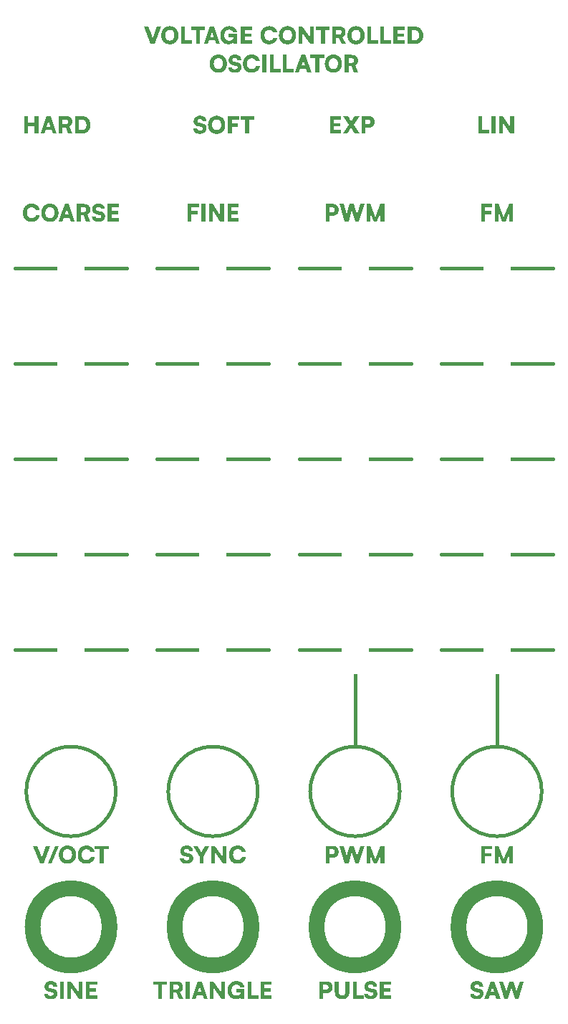
<source format=gto>
G04 #@! TF.GenerationSoftware,KiCad,Pcbnew,7.0.7*
G04 #@! TF.CreationDate,2025-11-09T15:54:12+08:00*
G04 #@! TF.ProjectId,3340_VCO_PANEL,33333430-5f56-4434-9f5f-50414e454c2e,rev?*
G04 #@! TF.SameCoordinates,Original*
G04 #@! TF.FileFunction,Legend,Top*
G04 #@! TF.FilePolarity,Positive*
%FSLAX46Y46*%
G04 Gerber Fmt 4.6, Leading zero omitted, Abs format (unit mm)*
G04 Created by KiCad (PCBNEW 7.0.7) date 2025-11-09 15:54:12*
%MOMM*%
%LPD*%
G01*
G04 APERTURE LIST*
%ADD10C,0.400000*%
%ADD11C,0.375000*%
%ADD12C,0.100000*%
%ADD13C,1.900000*%
%ADD14C,6.200000*%
%ADD15C,6.500000*%
%ADD16O,3.200000X50.800000*%
%ADD17O,5.200000X3.200000*%
G04 APERTURE END LIST*
D10*
X108390000Y-114150000D02*
X108390000Y-122500000D01*
X125170000Y-114150000D02*
X125170000Y-122500000D01*
D11*
G36*
X84245847Y-39750000D02*
G01*
X84713328Y-39750000D01*
X85474877Y-37678332D01*
X85001535Y-37678332D01*
X84615143Y-38725157D01*
X84606861Y-38748249D01*
X84598666Y-38771271D01*
X84590531Y-38794359D01*
X84582429Y-38817648D01*
X84574333Y-38841276D01*
X84566216Y-38865377D01*
X84558050Y-38890087D01*
X84549808Y-38915544D01*
X84541463Y-38941882D01*
X84532987Y-38969237D01*
X84524355Y-38997746D01*
X84515537Y-39027544D01*
X84506508Y-39058768D01*
X84497240Y-39091553D01*
X84487706Y-39126036D01*
X84477878Y-39162351D01*
X84469603Y-39129315D01*
X84461433Y-39097384D01*
X84453347Y-39066484D01*
X84445325Y-39036543D01*
X84437346Y-39007487D01*
X84429389Y-38979241D01*
X84421434Y-38951732D01*
X84413459Y-38924886D01*
X84405444Y-38898630D01*
X84397369Y-38872890D01*
X84389211Y-38847592D01*
X84380952Y-38822663D01*
X84372569Y-38798028D01*
X84364043Y-38773615D01*
X84355352Y-38749349D01*
X84346476Y-38725157D01*
X83954710Y-37678332D01*
X83470132Y-37678332D01*
X84245847Y-39750000D01*
G37*
G36*
X86560470Y-37642967D02*
G01*
X86615197Y-37646754D01*
X86668745Y-37653012D01*
X86721071Y-37661696D01*
X86772135Y-37672764D01*
X86821893Y-37686170D01*
X86870306Y-37701871D01*
X86917330Y-37719822D01*
X86962925Y-37739981D01*
X87007048Y-37762302D01*
X87049658Y-37786742D01*
X87090714Y-37813257D01*
X87130173Y-37841802D01*
X87167994Y-37872334D01*
X87204135Y-37904809D01*
X87238555Y-37939183D01*
X87271212Y-37975411D01*
X87302064Y-38013451D01*
X87331069Y-38053256D01*
X87358186Y-38094785D01*
X87383374Y-38137992D01*
X87406590Y-38182834D01*
X87427792Y-38229266D01*
X87446940Y-38277246D01*
X87463991Y-38326728D01*
X87478904Y-38377668D01*
X87491637Y-38430023D01*
X87502148Y-38483749D01*
X87510396Y-38538802D01*
X87516340Y-38595137D01*
X87519936Y-38652711D01*
X87521144Y-38711479D01*
X87519929Y-38770211D01*
X87516312Y-38827768D01*
X87510336Y-38884104D01*
X87502043Y-38939173D01*
X87491475Y-38992932D01*
X87478675Y-39045334D01*
X87463687Y-39096334D01*
X87446551Y-39145888D01*
X87427310Y-39193949D01*
X87406008Y-39240474D01*
X87382687Y-39285416D01*
X87357388Y-39328731D01*
X87330155Y-39370373D01*
X87301029Y-39410298D01*
X87270055Y-39448459D01*
X87237273Y-39484813D01*
X87202726Y-39519313D01*
X87166458Y-39551915D01*
X87128510Y-39582573D01*
X87088925Y-39611242D01*
X87047745Y-39637877D01*
X87005013Y-39662433D01*
X86960772Y-39684865D01*
X86915063Y-39705128D01*
X86867930Y-39723175D01*
X86819414Y-39738963D01*
X86769559Y-39752446D01*
X86718407Y-39763579D01*
X86665999Y-39772316D01*
X86612380Y-39778613D01*
X86557591Y-39782425D01*
X86501674Y-39783705D01*
X86446084Y-39782433D01*
X86391631Y-39778646D01*
X86338357Y-39772389D01*
X86286302Y-39763705D01*
X86235508Y-39752638D01*
X86186016Y-39739234D01*
X86137867Y-39723535D01*
X86091102Y-39705585D01*
X86045763Y-39685430D01*
X86001890Y-39663113D01*
X85959525Y-39638678D01*
X85918709Y-39612169D01*
X85879482Y-39583631D01*
X85841887Y-39553107D01*
X85805964Y-39520641D01*
X85771755Y-39486278D01*
X85739300Y-39450062D01*
X85708640Y-39412037D01*
X85679818Y-39372246D01*
X85652873Y-39330735D01*
X85627848Y-39287546D01*
X85604783Y-39242725D01*
X85583719Y-39196315D01*
X85564698Y-39148361D01*
X85547760Y-39098906D01*
X85532948Y-39047994D01*
X85520301Y-38995670D01*
X85509861Y-38941978D01*
X85501670Y-38886962D01*
X85495768Y-38830666D01*
X85492197Y-38773134D01*
X85490998Y-38714410D01*
X85491058Y-38711479D01*
X85969713Y-38711479D01*
X85970302Y-38748286D01*
X85972061Y-38784143D01*
X85974977Y-38819035D01*
X85979039Y-38852949D01*
X85984233Y-38885869D01*
X85990547Y-38917782D01*
X85997969Y-38948673D01*
X86006487Y-38978528D01*
X86016089Y-39007332D01*
X86026761Y-39035072D01*
X86038492Y-39061733D01*
X86051270Y-39087300D01*
X86065081Y-39111760D01*
X86079914Y-39135097D01*
X86095756Y-39157298D01*
X86112596Y-39178349D01*
X86130419Y-39198235D01*
X86149216Y-39216941D01*
X86168972Y-39234454D01*
X86189675Y-39250759D01*
X86211314Y-39265842D01*
X86233876Y-39279689D01*
X86257348Y-39292285D01*
X86281718Y-39303615D01*
X86306975Y-39313666D01*
X86333105Y-39322424D01*
X86360096Y-39329873D01*
X86387935Y-39336000D01*
X86416612Y-39340791D01*
X86446112Y-39344230D01*
X86476425Y-39346304D01*
X86507536Y-39346999D01*
X86538382Y-39346288D01*
X86568444Y-39344166D01*
X86597711Y-39340651D01*
X86626170Y-39335760D01*
X86653806Y-39329511D01*
X86680609Y-39321921D01*
X86706564Y-39313009D01*
X86731660Y-39302791D01*
X86755882Y-39291285D01*
X86779218Y-39278508D01*
X86801656Y-39264479D01*
X86823182Y-39249214D01*
X86843783Y-39232731D01*
X86863448Y-39215048D01*
X86882162Y-39196182D01*
X86899912Y-39176151D01*
X86916687Y-39154972D01*
X86932473Y-39132663D01*
X86947257Y-39109241D01*
X86961027Y-39084724D01*
X86973768Y-39059129D01*
X86985470Y-39032475D01*
X86996118Y-39004777D01*
X87005700Y-38976055D01*
X87014203Y-38946325D01*
X87021614Y-38915605D01*
X87027920Y-38883913D01*
X87033109Y-38851266D01*
X87037167Y-38817681D01*
X87040081Y-38783177D01*
X87041839Y-38747770D01*
X87042428Y-38711479D01*
X87041839Y-38674894D01*
X87040081Y-38639245D01*
X87037167Y-38604547D01*
X87033109Y-38570815D01*
X87027920Y-38538064D01*
X87021614Y-38506308D01*
X87014203Y-38475563D01*
X87005700Y-38445842D01*
X86996118Y-38417161D01*
X86985470Y-38389535D01*
X86973768Y-38362977D01*
X86961027Y-38337504D01*
X86947257Y-38313129D01*
X86932473Y-38289868D01*
X86916687Y-38267736D01*
X86899912Y-38246746D01*
X86882162Y-38226914D01*
X86863448Y-38208254D01*
X86843783Y-38190782D01*
X86823182Y-38174512D01*
X86801656Y-38159459D01*
X86779218Y-38145637D01*
X86755882Y-38133061D01*
X86731660Y-38121747D01*
X86706564Y-38111708D01*
X86680609Y-38102960D01*
X86653806Y-38095518D01*
X86626170Y-38089395D01*
X86597711Y-38084608D01*
X86568444Y-38081170D01*
X86538382Y-38079096D01*
X86507536Y-38078401D01*
X86476425Y-38079096D01*
X86446112Y-38081170D01*
X86416612Y-38084608D01*
X86387935Y-38089395D01*
X86360096Y-38095518D01*
X86333105Y-38102960D01*
X86306975Y-38111708D01*
X86281718Y-38121747D01*
X86257348Y-38133061D01*
X86233876Y-38145637D01*
X86211314Y-38159459D01*
X86189675Y-38174512D01*
X86168972Y-38190782D01*
X86149216Y-38208254D01*
X86130419Y-38226914D01*
X86112596Y-38246746D01*
X86095756Y-38267736D01*
X86079914Y-38289868D01*
X86065081Y-38313129D01*
X86051270Y-38337504D01*
X86038492Y-38362977D01*
X86026761Y-38389535D01*
X86016089Y-38417161D01*
X86006487Y-38445842D01*
X85997969Y-38475563D01*
X85990547Y-38506308D01*
X85984233Y-38538064D01*
X85979039Y-38570815D01*
X85974977Y-38604547D01*
X85972061Y-38639245D01*
X85970302Y-38674894D01*
X85969713Y-38711479D01*
X85491058Y-38711479D01*
X85492204Y-38655633D01*
X85495796Y-38598035D01*
X85501731Y-38541660D01*
X85509967Y-38486554D01*
X85520463Y-38432762D01*
X85533176Y-38380329D01*
X85548065Y-38329299D01*
X85565087Y-38279719D01*
X85584201Y-38231632D01*
X85605364Y-38185085D01*
X85628535Y-38140122D01*
X85653672Y-38096788D01*
X85680732Y-38055129D01*
X85709675Y-38015189D01*
X85740457Y-37977014D01*
X85773037Y-37940648D01*
X85807373Y-37906138D01*
X85843423Y-37873527D01*
X85881145Y-37842860D01*
X85920498Y-37814184D01*
X85961438Y-37787543D01*
X86003925Y-37762982D01*
X86047916Y-37740546D01*
X86093369Y-37720280D01*
X86140243Y-37702230D01*
X86188495Y-37686440D01*
X86238083Y-37672956D01*
X86288967Y-37661822D01*
X86341102Y-37653084D01*
X86394449Y-37646787D01*
X86448964Y-37642976D01*
X86504605Y-37641695D01*
X86560470Y-37642967D01*
G37*
G36*
X88290998Y-37678332D02*
G01*
X87837194Y-37678332D01*
X87837194Y-39750000D01*
X89108234Y-39750000D01*
X89108234Y-39330390D01*
X88290998Y-39330390D01*
X88290998Y-37678332D01*
G37*
G36*
X89010048Y-38097941D02*
G01*
X89598185Y-38097941D01*
X89598185Y-39750000D01*
X90051988Y-39750000D01*
X90051988Y-38097941D01*
X90639637Y-38097941D01*
X90639637Y-37678332D01*
X89010048Y-37678332D01*
X89010048Y-38097941D01*
G37*
G36*
X92456804Y-39750000D02*
G01*
X91975157Y-39750000D01*
X91829588Y-39313293D01*
X91160362Y-39313293D01*
X91011863Y-39750000D01*
X90538520Y-39750000D01*
X90830074Y-38932763D01*
X91291765Y-38932763D01*
X91700628Y-38932763D01*
X91552128Y-38490195D01*
X91547891Y-38476970D01*
X91541489Y-38456756D01*
X91535115Y-38436278D01*
X91528863Y-38415749D01*
X91522829Y-38395380D01*
X91517104Y-38375385D01*
X91511785Y-38355976D01*
X91505485Y-38331376D01*
X91500296Y-38308700D01*
X91496441Y-38288450D01*
X91494640Y-38297773D01*
X91490168Y-38318357D01*
X91484632Y-38341204D01*
X91478145Y-38365932D01*
X91472725Y-38385481D01*
X91466883Y-38405711D01*
X91460668Y-38426459D01*
X91454128Y-38447563D01*
X91447311Y-38468863D01*
X91440265Y-38490195D01*
X91291765Y-38932763D01*
X90830074Y-38932763D01*
X91277599Y-37678332D01*
X91720167Y-37678332D01*
X92456804Y-39750000D01*
G37*
G36*
X93517794Y-38070097D02*
G01*
X93537914Y-38070377D01*
X93557867Y-38071220D01*
X93577632Y-38072632D01*
X93597191Y-38074617D01*
X93635601Y-38080327D01*
X93672934Y-38088393D01*
X93709025Y-38098854D01*
X93743710Y-38111751D01*
X93776822Y-38127126D01*
X93808199Y-38145019D01*
X93837676Y-38165470D01*
X93865087Y-38188522D01*
X93890268Y-38214213D01*
X93913056Y-38242586D01*
X93933284Y-38273681D01*
X93950789Y-38307538D01*
X93958469Y-38325516D01*
X93965406Y-38344200D01*
X93971581Y-38363594D01*
X93976971Y-38383705D01*
X94452756Y-38383705D01*
X94447343Y-38342174D01*
X94440015Y-38301586D01*
X94430813Y-38261967D01*
X94419777Y-38223340D01*
X94406946Y-38185730D01*
X94392361Y-38149161D01*
X94376062Y-38113660D01*
X94358089Y-38079249D01*
X94338483Y-38045953D01*
X94317283Y-38013798D01*
X94294530Y-37982808D01*
X94270264Y-37953007D01*
X94244525Y-37924419D01*
X94217353Y-37897071D01*
X94188788Y-37870985D01*
X94158871Y-37846188D01*
X94127641Y-37822702D01*
X94095140Y-37800554D01*
X94061406Y-37779767D01*
X94026481Y-37760366D01*
X93990404Y-37742376D01*
X93953215Y-37725821D01*
X93914955Y-37710726D01*
X93875664Y-37697115D01*
X93835381Y-37685014D01*
X93794148Y-37674447D01*
X93752004Y-37665437D01*
X93708990Y-37658011D01*
X93665145Y-37652192D01*
X93620510Y-37648005D01*
X93575125Y-37645475D01*
X93529030Y-37644626D01*
X93469563Y-37645939D01*
X93411445Y-37649842D01*
X93354712Y-37656286D01*
X93299398Y-37665219D01*
X93245540Y-37676591D01*
X93193172Y-37690350D01*
X93142330Y-37706447D01*
X93093048Y-37724829D01*
X93045364Y-37745448D01*
X92999311Y-37768250D01*
X92954925Y-37793187D01*
X92912241Y-37820206D01*
X92871295Y-37849258D01*
X92832122Y-37880291D01*
X92794758Y-37913255D01*
X92759237Y-37948098D01*
X92725596Y-37984770D01*
X92693868Y-38023221D01*
X92664091Y-38063399D01*
X92636298Y-38105253D01*
X92610526Y-38148733D01*
X92586810Y-38193788D01*
X92565184Y-38240367D01*
X92545685Y-38288420D01*
X92528348Y-38337895D01*
X92513207Y-38388742D01*
X92500299Y-38440909D01*
X92489659Y-38494347D01*
X92481322Y-38549004D01*
X92475323Y-38604830D01*
X92471697Y-38661773D01*
X92470481Y-38719783D01*
X92471663Y-38778743D01*
X92475181Y-38836435D01*
X92480993Y-38892819D01*
X92489056Y-38947857D01*
X92499327Y-39001509D01*
X92511765Y-39053735D01*
X92526326Y-39104495D01*
X92542968Y-39153749D01*
X92561649Y-39201459D01*
X92582325Y-39247584D01*
X92604956Y-39292086D01*
X92629498Y-39334923D01*
X92655908Y-39376057D01*
X92684144Y-39415448D01*
X92714165Y-39453057D01*
X92745926Y-39488843D01*
X92779386Y-39522767D01*
X92814503Y-39554790D01*
X92851233Y-39584872D01*
X92889534Y-39612973D01*
X92929364Y-39639053D01*
X92970681Y-39663074D01*
X93013441Y-39684995D01*
X93057603Y-39704776D01*
X93103123Y-39722379D01*
X93149960Y-39737764D01*
X93198071Y-39750890D01*
X93247413Y-39761718D01*
X93297944Y-39770210D01*
X93349621Y-39776324D01*
X93402402Y-39780021D01*
X93456245Y-39781263D01*
X93479259Y-39781009D01*
X93502127Y-39780254D01*
X93524834Y-39779005D01*
X93547362Y-39777269D01*
X93569695Y-39775054D01*
X93591817Y-39772369D01*
X93613710Y-39769220D01*
X93635359Y-39765616D01*
X93656747Y-39761563D01*
X93677857Y-39757071D01*
X93698673Y-39752146D01*
X93719177Y-39746796D01*
X93739355Y-39741029D01*
X93759189Y-39734852D01*
X93778662Y-39728273D01*
X93797758Y-39721301D01*
X93816460Y-39713942D01*
X93834753Y-39706204D01*
X93852619Y-39698096D01*
X93887004Y-39680796D01*
X93919484Y-39662105D01*
X93949927Y-39642083D01*
X93978200Y-39620793D01*
X94004171Y-39598296D01*
X94027707Y-39574653D01*
X94038520Y-39562421D01*
X94063921Y-39750000D01*
X94452756Y-39750000D01*
X94452756Y-38560048D01*
X93478716Y-38560048D01*
X93478716Y-38957676D01*
X94027285Y-38957676D01*
X94025065Y-38977821D01*
X94022062Y-38997755D01*
X94018264Y-39017450D01*
X94013662Y-39036877D01*
X94008244Y-39056009D01*
X94002001Y-39074817D01*
X93994920Y-39093274D01*
X93986993Y-39111350D01*
X93978207Y-39129019D01*
X93968553Y-39146252D01*
X93958019Y-39163021D01*
X93946596Y-39179297D01*
X93934272Y-39195054D01*
X93921037Y-39210262D01*
X93906881Y-39224894D01*
X93891791Y-39238921D01*
X93875759Y-39252316D01*
X93858773Y-39265050D01*
X93840822Y-39277096D01*
X93821897Y-39288424D01*
X93801986Y-39299008D01*
X93781078Y-39308819D01*
X93759164Y-39317829D01*
X93736231Y-39326009D01*
X93712271Y-39333333D01*
X93687272Y-39339771D01*
X93661223Y-39345295D01*
X93634114Y-39349878D01*
X93605934Y-39353492D01*
X93576673Y-39356108D01*
X93546320Y-39357698D01*
X93514864Y-39358234D01*
X93484188Y-39357627D01*
X93454093Y-39355806D01*
X93424605Y-39352770D01*
X93395749Y-39348520D01*
X93367552Y-39343053D01*
X93340039Y-39336370D01*
X93313236Y-39328471D01*
X93287168Y-39319354D01*
X93261862Y-39309019D01*
X93237343Y-39297465D01*
X93213636Y-39284693D01*
X93190769Y-39270702D01*
X93168765Y-39255490D01*
X93147652Y-39239058D01*
X93127455Y-39221404D01*
X93108199Y-39202529D01*
X93089911Y-39182432D01*
X93072616Y-39161112D01*
X93056340Y-39138569D01*
X93041109Y-39114802D01*
X93026948Y-39089811D01*
X93013883Y-39063595D01*
X93001941Y-39036153D01*
X92991146Y-39007486D01*
X92981524Y-38977592D01*
X92973102Y-38946471D01*
X92965905Y-38914123D01*
X92959959Y-38880546D01*
X92955289Y-38845741D01*
X92951922Y-38809707D01*
X92949883Y-38772443D01*
X92949197Y-38733949D01*
X92949763Y-38696803D01*
X92951461Y-38660484D01*
X92954288Y-38625015D01*
X92958242Y-38590420D01*
X92963320Y-38556722D01*
X92969522Y-38523943D01*
X92976844Y-38492107D01*
X92985284Y-38461237D01*
X92994841Y-38431356D01*
X93005511Y-38402486D01*
X93017294Y-38374652D01*
X93030186Y-38347876D01*
X93044187Y-38322181D01*
X93059292Y-38297590D01*
X93075502Y-38274127D01*
X93092812Y-38251814D01*
X93111221Y-38230674D01*
X93130728Y-38210732D01*
X93151329Y-38192009D01*
X93173023Y-38174528D01*
X93195807Y-38158314D01*
X93219680Y-38143388D01*
X93244639Y-38129774D01*
X93270682Y-38117496D01*
X93297807Y-38106575D01*
X93326011Y-38097036D01*
X93355294Y-38088901D01*
X93385651Y-38082193D01*
X93417083Y-38076936D01*
X93449585Y-38073152D01*
X93483156Y-38070865D01*
X93517794Y-38070097D01*
G37*
G36*
X96226448Y-39750000D02*
G01*
X96226448Y-39330390D01*
X95364270Y-39330390D01*
X95364270Y-38901988D01*
X96128750Y-38901988D01*
X96128750Y-38504361D01*
X95364270Y-38504361D01*
X95364270Y-38097941D01*
X96226448Y-38097941D01*
X96226448Y-37678332D01*
X94910467Y-37678332D01*
X94910467Y-39750000D01*
X96226448Y-39750000D01*
G37*
G36*
X98235101Y-39783705D02*
G01*
X98283298Y-39782815D01*
X98330689Y-39780164D01*
X98377241Y-39775778D01*
X98422920Y-39769685D01*
X98467693Y-39761912D01*
X98511527Y-39752487D01*
X98554388Y-39741437D01*
X98596244Y-39728789D01*
X98637061Y-39714570D01*
X98676806Y-39698807D01*
X98715445Y-39681529D01*
X98752945Y-39662762D01*
X98789273Y-39642533D01*
X98824396Y-39620870D01*
X98858281Y-39597800D01*
X98890893Y-39573351D01*
X98922200Y-39547549D01*
X98952169Y-39520422D01*
X98980766Y-39491997D01*
X99007958Y-39462301D01*
X99033711Y-39431363D01*
X99057994Y-39399208D01*
X99080771Y-39365865D01*
X99102010Y-39331360D01*
X99121678Y-39295721D01*
X99139741Y-39258975D01*
X99156167Y-39221149D01*
X99170921Y-39182271D01*
X99183971Y-39142368D01*
X99195283Y-39101468D01*
X99204824Y-39059597D01*
X99212561Y-39016782D01*
X98742149Y-39016782D01*
X98736499Y-39035695D01*
X98722937Y-39072110D01*
X98706436Y-39106588D01*
X98687090Y-39139059D01*
X98664992Y-39169453D01*
X98640236Y-39197700D01*
X98612915Y-39223729D01*
X98583125Y-39247470D01*
X98550957Y-39268853D01*
X98534011Y-39278639D01*
X98516507Y-39287809D01*
X98498455Y-39296355D01*
X98479867Y-39304267D01*
X98460756Y-39311537D01*
X98441132Y-39318156D01*
X98421008Y-39324116D01*
X98400395Y-39329408D01*
X98379305Y-39334022D01*
X98357750Y-39337951D01*
X98335741Y-39341185D01*
X98313291Y-39343715D01*
X98290410Y-39345534D01*
X98267111Y-39346631D01*
X98243405Y-39346999D01*
X98212544Y-39346288D01*
X98182437Y-39344166D01*
X98153097Y-39340653D01*
X98124541Y-39335766D01*
X98096782Y-39329522D01*
X98069836Y-39321941D01*
X98043718Y-39313040D01*
X98018442Y-39302837D01*
X97994023Y-39291350D01*
X97970477Y-39278598D01*
X97947817Y-39264598D01*
X97926059Y-39249368D01*
X97905218Y-39232928D01*
X97885308Y-39215293D01*
X97866345Y-39196484D01*
X97848342Y-39176517D01*
X97831316Y-39155411D01*
X97815280Y-39133184D01*
X97800251Y-39109854D01*
X97786242Y-39085440D01*
X97773268Y-39059958D01*
X97761344Y-39033427D01*
X97750486Y-39005866D01*
X97740707Y-38977291D01*
X97732024Y-38947723D01*
X97724450Y-38917177D01*
X97718000Y-38885674D01*
X97712690Y-38853229D01*
X97708534Y-38819863D01*
X97705547Y-38785592D01*
X97703744Y-38750435D01*
X97703140Y-38714410D01*
X97703737Y-38677825D01*
X97705520Y-38642176D01*
X97708476Y-38607478D01*
X97712590Y-38573746D01*
X97717849Y-38540995D01*
X97724241Y-38509239D01*
X97731750Y-38478493D01*
X97740364Y-38448773D01*
X97750069Y-38420092D01*
X97760852Y-38392465D01*
X97772700Y-38365908D01*
X97785598Y-38340435D01*
X97799533Y-38316060D01*
X97814492Y-38292799D01*
X97830461Y-38270667D01*
X97847426Y-38249677D01*
X97865375Y-38229845D01*
X97884294Y-38211185D01*
X97904168Y-38193713D01*
X97924986Y-38177443D01*
X97946732Y-38162390D01*
X97969394Y-38148568D01*
X97992959Y-38135992D01*
X98017412Y-38124678D01*
X98042740Y-38114639D01*
X98068929Y-38105891D01*
X98095967Y-38098449D01*
X98123840Y-38092326D01*
X98152533Y-38087539D01*
X98182034Y-38084100D01*
X98212329Y-38082027D01*
X98243405Y-38081332D01*
X98266591Y-38081676D01*
X98289339Y-38082705D01*
X98311643Y-38084413D01*
X98333495Y-38086795D01*
X98354888Y-38089847D01*
X98375812Y-38093562D01*
X98396262Y-38097936D01*
X98416230Y-38102963D01*
X98435707Y-38108639D01*
X98454686Y-38114958D01*
X98473161Y-38121914D01*
X98508562Y-38137720D01*
X98541851Y-38156016D01*
X98572967Y-38176760D01*
X98601848Y-38199910D01*
X98628434Y-38225425D01*
X98652664Y-38253263D01*
X98674477Y-38283384D01*
X98693813Y-38315744D01*
X98710610Y-38350304D01*
X98718038Y-38368395D01*
X98724808Y-38387021D01*
X98730914Y-38406175D01*
X99209630Y-38406175D01*
X99202688Y-38363076D01*
X99193973Y-38320987D01*
X99183514Y-38279932D01*
X99171340Y-38239936D01*
X99157481Y-38201020D01*
X99141968Y-38163209D01*
X99124829Y-38126527D01*
X99106094Y-38090995D01*
X99085792Y-38056639D01*
X99063954Y-38023481D01*
X99040609Y-37991545D01*
X99015786Y-37960854D01*
X98989515Y-37931432D01*
X98961826Y-37903302D01*
X98932748Y-37876487D01*
X98902311Y-37851011D01*
X98870545Y-37826898D01*
X98837478Y-37804171D01*
X98803142Y-37782853D01*
X98767564Y-37762968D01*
X98730776Y-37744538D01*
X98692806Y-37727589D01*
X98653685Y-37712142D01*
X98613441Y-37698222D01*
X98572104Y-37685852D01*
X98529704Y-37675055D01*
X98486271Y-37665855D01*
X98441834Y-37658275D01*
X98396423Y-37652339D01*
X98350067Y-37648070D01*
X98302796Y-37645491D01*
X98254640Y-37644626D01*
X98197275Y-37645866D01*
X98141157Y-37649562D01*
X98086326Y-37655676D01*
X98032818Y-37664171D01*
X97980671Y-37675010D01*
X97929923Y-37688154D01*
X97880610Y-37703567D01*
X97832772Y-37721212D01*
X97786444Y-37741050D01*
X97741666Y-37763045D01*
X97698474Y-37787158D01*
X97656905Y-37813354D01*
X97616999Y-37841594D01*
X97578791Y-37871841D01*
X97542320Y-37904057D01*
X97507623Y-37938206D01*
X97474739Y-37974250D01*
X97443703Y-38012150D01*
X97414554Y-38051871D01*
X97387330Y-38093375D01*
X97362068Y-38136623D01*
X97338805Y-38181580D01*
X97317580Y-38228207D01*
X97298429Y-38276467D01*
X97281391Y-38326323D01*
X97266503Y-38377737D01*
X97253802Y-38430672D01*
X97243326Y-38485091D01*
X97235113Y-38540955D01*
X97229199Y-38598229D01*
X97225624Y-38656873D01*
X97224424Y-38716852D01*
X97225560Y-38777589D01*
X97228948Y-38836864D01*
X97234560Y-38894647D01*
X97242366Y-38950908D01*
X97252339Y-39005614D01*
X97264448Y-39058737D01*
X97278667Y-39110245D01*
X97294964Y-39160107D01*
X97313313Y-39208294D01*
X97333683Y-39254774D01*
X97356047Y-39299518D01*
X97380375Y-39342494D01*
X97406638Y-39383671D01*
X97434809Y-39423020D01*
X97464857Y-39460510D01*
X97496755Y-39496109D01*
X97530473Y-39529788D01*
X97565982Y-39561516D01*
X97603254Y-39591262D01*
X97642260Y-39618996D01*
X97682972Y-39644686D01*
X97725360Y-39668304D01*
X97769395Y-39689817D01*
X97815049Y-39709196D01*
X97862293Y-39726409D01*
X97911098Y-39741426D01*
X97961436Y-39754217D01*
X98013277Y-39764751D01*
X98066593Y-39772998D01*
X98121354Y-39778926D01*
X98177533Y-39782505D01*
X98235101Y-39783705D01*
G37*
G36*
X100468635Y-37642967D02*
G01*
X100523362Y-37646754D01*
X100576910Y-37653012D01*
X100629236Y-37661696D01*
X100680299Y-37672764D01*
X100730058Y-37686170D01*
X100778470Y-37701871D01*
X100825495Y-37719822D01*
X100871089Y-37739981D01*
X100915213Y-37762302D01*
X100957823Y-37786742D01*
X100998878Y-37813257D01*
X101038338Y-37841802D01*
X101076159Y-37872334D01*
X101112300Y-37904809D01*
X101146720Y-37939183D01*
X101179376Y-37975411D01*
X101210228Y-38013451D01*
X101239234Y-38053256D01*
X101266351Y-38094785D01*
X101291538Y-38137992D01*
X101314754Y-38182834D01*
X101335957Y-38229266D01*
X101355105Y-38277246D01*
X101372156Y-38326728D01*
X101387069Y-38377668D01*
X101399802Y-38430023D01*
X101410313Y-38483749D01*
X101418561Y-38538802D01*
X101424504Y-38595137D01*
X101428101Y-38652711D01*
X101429309Y-38711479D01*
X101428094Y-38770211D01*
X101424477Y-38827768D01*
X101418500Y-38884104D01*
X101410207Y-38939173D01*
X101399640Y-38992932D01*
X101386840Y-39045334D01*
X101371851Y-39096334D01*
X101354715Y-39145888D01*
X101335475Y-39193949D01*
X101314173Y-39240474D01*
X101290851Y-39285416D01*
X101265552Y-39328731D01*
X101238319Y-39370373D01*
X101209194Y-39410298D01*
X101178219Y-39448459D01*
X101145437Y-39484813D01*
X101110891Y-39519313D01*
X101074623Y-39551915D01*
X101036675Y-39582573D01*
X100997090Y-39611242D01*
X100955910Y-39637877D01*
X100913178Y-39662433D01*
X100868936Y-39684865D01*
X100823228Y-39705128D01*
X100776094Y-39723175D01*
X100727579Y-39738963D01*
X100677724Y-39752446D01*
X100626571Y-39763579D01*
X100574164Y-39772316D01*
X100520545Y-39778613D01*
X100465756Y-39782425D01*
X100409839Y-39783705D01*
X100354249Y-39782433D01*
X100299796Y-39778646D01*
X100246521Y-39772389D01*
X100194467Y-39763705D01*
X100143673Y-39752638D01*
X100094180Y-39739234D01*
X100046032Y-39723535D01*
X99999267Y-39705585D01*
X99953928Y-39685430D01*
X99910055Y-39663113D01*
X99867690Y-39638678D01*
X99826873Y-39612169D01*
X99787647Y-39583631D01*
X99750052Y-39553107D01*
X99714129Y-39520641D01*
X99679919Y-39486278D01*
X99647464Y-39450062D01*
X99616805Y-39412037D01*
X99587982Y-39372246D01*
X99561038Y-39330735D01*
X99536013Y-39287546D01*
X99512947Y-39242725D01*
X99491884Y-39196315D01*
X99472862Y-39148361D01*
X99455925Y-39098906D01*
X99441112Y-39047994D01*
X99428466Y-38995670D01*
X99418026Y-38941978D01*
X99409835Y-38886962D01*
X99403933Y-38830666D01*
X99400362Y-38773134D01*
X99399162Y-38714410D01*
X99399222Y-38711479D01*
X99877878Y-38711479D01*
X99878467Y-38748286D01*
X99880226Y-38784143D01*
X99883142Y-38819035D01*
X99887203Y-38852949D01*
X99892397Y-38885869D01*
X99898712Y-38917782D01*
X99906134Y-38948673D01*
X99914652Y-38978528D01*
X99924253Y-39007332D01*
X99934926Y-39035072D01*
X99946657Y-39061733D01*
X99959434Y-39087300D01*
X99973246Y-39111760D01*
X99988079Y-39135097D01*
X100003921Y-39157298D01*
X100020760Y-39178349D01*
X100038584Y-39198235D01*
X100057380Y-39216941D01*
X100077136Y-39234454D01*
X100097840Y-39250759D01*
X100119479Y-39265842D01*
X100142040Y-39279689D01*
X100165513Y-39292285D01*
X100189883Y-39303615D01*
X100215139Y-39313666D01*
X100241269Y-39322424D01*
X100268260Y-39329873D01*
X100296100Y-39336000D01*
X100324776Y-39340791D01*
X100354277Y-39344230D01*
X100384589Y-39346304D01*
X100415701Y-39346999D01*
X100446546Y-39346288D01*
X100476609Y-39344166D01*
X100505876Y-39340651D01*
X100534334Y-39335760D01*
X100561971Y-39329511D01*
X100588774Y-39321921D01*
X100614729Y-39313009D01*
X100639824Y-39302791D01*
X100664047Y-39291285D01*
X100687383Y-39278508D01*
X100709821Y-39264479D01*
X100731347Y-39249214D01*
X100751948Y-39232731D01*
X100771612Y-39215048D01*
X100790326Y-39196182D01*
X100808077Y-39176151D01*
X100824852Y-39154972D01*
X100840638Y-39132663D01*
X100855422Y-39109241D01*
X100869191Y-39084724D01*
X100881933Y-39059129D01*
X100893635Y-39032475D01*
X100904283Y-39004777D01*
X100913865Y-38976055D01*
X100922368Y-38946325D01*
X100929779Y-38915605D01*
X100936085Y-38883913D01*
X100941273Y-38851266D01*
X100945331Y-38817681D01*
X100948246Y-38783177D01*
X100950004Y-38747770D01*
X100950593Y-38711479D01*
X100950004Y-38674894D01*
X100948246Y-38639245D01*
X100945331Y-38604547D01*
X100941273Y-38570815D01*
X100936085Y-38538064D01*
X100929779Y-38506308D01*
X100922368Y-38475563D01*
X100913865Y-38445842D01*
X100904283Y-38417161D01*
X100893635Y-38389535D01*
X100881933Y-38362977D01*
X100869191Y-38337504D01*
X100855422Y-38313129D01*
X100840638Y-38289868D01*
X100824852Y-38267736D01*
X100808077Y-38246746D01*
X100790326Y-38226914D01*
X100771612Y-38208254D01*
X100751948Y-38190782D01*
X100731347Y-38174512D01*
X100709821Y-38159459D01*
X100687383Y-38145637D01*
X100664047Y-38133061D01*
X100639824Y-38121747D01*
X100614729Y-38111708D01*
X100588774Y-38102960D01*
X100561971Y-38095518D01*
X100534334Y-38089395D01*
X100505876Y-38084608D01*
X100476609Y-38081170D01*
X100446546Y-38079096D01*
X100415701Y-38078401D01*
X100384589Y-38079096D01*
X100354277Y-38081170D01*
X100324776Y-38084608D01*
X100296100Y-38089395D01*
X100268260Y-38095518D01*
X100241269Y-38102960D01*
X100215139Y-38111708D01*
X100189883Y-38121747D01*
X100165513Y-38133061D01*
X100142040Y-38145637D01*
X100119479Y-38159459D01*
X100097840Y-38174512D01*
X100077136Y-38190782D01*
X100057380Y-38208254D01*
X100038584Y-38226914D01*
X100020760Y-38246746D01*
X100003921Y-38267736D01*
X99988079Y-38289868D01*
X99973246Y-38313129D01*
X99959434Y-38337504D01*
X99946657Y-38362977D01*
X99934926Y-38389535D01*
X99924253Y-38417161D01*
X99914652Y-38445842D01*
X99906134Y-38475563D01*
X99898712Y-38506308D01*
X99892397Y-38538064D01*
X99887203Y-38570815D01*
X99883142Y-38604547D01*
X99880226Y-38639245D01*
X99878467Y-38674894D01*
X99877878Y-38711479D01*
X99399222Y-38711479D01*
X99400369Y-38655633D01*
X99403961Y-38598035D01*
X99409896Y-38541660D01*
X99418132Y-38486554D01*
X99428628Y-38432762D01*
X99441341Y-38380329D01*
X99456230Y-38329299D01*
X99473252Y-38279719D01*
X99492365Y-38231632D01*
X99513529Y-38185085D01*
X99536700Y-38140122D01*
X99561837Y-38096788D01*
X99588897Y-38055129D01*
X99617839Y-38015189D01*
X99648622Y-37977014D01*
X99681202Y-37940648D01*
X99715538Y-37906138D01*
X99751588Y-37873527D01*
X99789310Y-37842860D01*
X99828662Y-37814184D01*
X99869603Y-37787543D01*
X99912089Y-37762982D01*
X99956080Y-37740546D01*
X100001534Y-37720280D01*
X100048407Y-37702230D01*
X100096660Y-37686440D01*
X100146248Y-37672956D01*
X100197131Y-37661822D01*
X100249267Y-37653084D01*
X100302613Y-37646787D01*
X100357128Y-37642976D01*
X100412770Y-37641695D01*
X100468635Y-37642967D01*
G37*
G36*
X102193300Y-39750000D02*
G01*
X102193300Y-38434019D01*
X103067201Y-39750000D01*
X103515143Y-39750000D01*
X103515143Y-37678332D01*
X103067201Y-37678332D01*
X103067201Y-38996755D01*
X102193300Y-37678332D01*
X101745359Y-37678332D01*
X101745359Y-39750000D01*
X102193300Y-39750000D01*
G37*
G36*
X103785764Y-38097941D02*
G01*
X104373901Y-38097941D01*
X104373901Y-39750000D01*
X104827704Y-39750000D01*
X104827704Y-38097941D01*
X105415352Y-38097941D01*
X105415352Y-37678332D01*
X103785764Y-37678332D01*
X103785764Y-38097941D01*
G37*
G36*
X106533709Y-37679043D02*
G01*
X106579036Y-37681168D01*
X106623060Y-37684698D01*
X106665767Y-37689621D01*
X106707145Y-37695927D01*
X106747182Y-37703605D01*
X106785865Y-37712645D01*
X106823183Y-37723036D01*
X106859123Y-37734767D01*
X106893672Y-37747827D01*
X106926818Y-37762206D01*
X106958549Y-37777894D01*
X106988852Y-37794879D01*
X107017716Y-37813152D01*
X107045127Y-37832700D01*
X107071074Y-37853515D01*
X107095544Y-37875584D01*
X107118525Y-37898898D01*
X107140004Y-37923446D01*
X107159969Y-37949217D01*
X107178408Y-37976200D01*
X107195308Y-38004386D01*
X107210658Y-38033762D01*
X107224444Y-38064319D01*
X107236654Y-38096046D01*
X107247276Y-38128933D01*
X107256298Y-38162968D01*
X107263707Y-38198141D01*
X107269492Y-38234441D01*
X107273639Y-38271858D01*
X107276136Y-38310381D01*
X107276971Y-38350000D01*
X107276635Y-38375001D01*
X107275626Y-38399540D01*
X107273944Y-38423619D01*
X107271590Y-38447237D01*
X107268563Y-38470396D01*
X107264864Y-38493098D01*
X107260492Y-38515344D01*
X107255447Y-38537135D01*
X107249730Y-38558473D01*
X107243340Y-38579358D01*
X107236277Y-38599791D01*
X107228542Y-38619775D01*
X107220134Y-38639310D01*
X107211054Y-38658398D01*
X107201301Y-38677040D01*
X107190875Y-38695237D01*
X107179777Y-38712990D01*
X107168006Y-38730301D01*
X107155563Y-38747170D01*
X107142447Y-38763600D01*
X107128658Y-38779591D01*
X107114196Y-38795145D01*
X107099062Y-38810262D01*
X107083256Y-38824945D01*
X107066777Y-38839194D01*
X107049625Y-38853011D01*
X107031800Y-38866396D01*
X107013303Y-38879352D01*
X106994133Y-38891879D01*
X106974291Y-38903979D01*
X106953776Y-38915652D01*
X106932589Y-38926901D01*
X107296510Y-39750000D01*
X106800697Y-39750000D01*
X106490021Y-39025087D01*
X106140265Y-39025087D01*
X106140265Y-39750000D01*
X105686462Y-39750000D01*
X105686462Y-38081332D01*
X106140265Y-38081332D01*
X106140265Y-38627459D01*
X106484647Y-38627459D01*
X106520933Y-38626281D01*
X106555204Y-38622770D01*
X106587416Y-38616965D01*
X106617523Y-38608905D01*
X106645481Y-38598625D01*
X106671244Y-38586166D01*
X106694767Y-38571564D01*
X106716006Y-38554858D01*
X106734915Y-38536085D01*
X106751449Y-38515284D01*
X106765563Y-38492492D01*
X106777212Y-38467747D01*
X106786351Y-38441088D01*
X106792934Y-38412551D01*
X106796917Y-38382176D01*
X106798255Y-38350000D01*
X106796977Y-38318405D01*
X106793159Y-38288667D01*
X106786827Y-38260811D01*
X106778006Y-38234862D01*
X106766720Y-38210845D01*
X106752995Y-38188785D01*
X106736855Y-38168707D01*
X106718327Y-38150636D01*
X106697434Y-38134598D01*
X106674202Y-38120616D01*
X106648655Y-38108717D01*
X106620820Y-38098925D01*
X106590721Y-38091266D01*
X106558383Y-38085764D01*
X106523831Y-38082444D01*
X106487090Y-38081332D01*
X106140265Y-38081332D01*
X105686462Y-38081332D01*
X105686462Y-37678332D01*
X106487090Y-37678332D01*
X106533709Y-37679043D01*
G37*
G36*
X108567728Y-37642967D02*
G01*
X108622455Y-37646754D01*
X108676003Y-37653012D01*
X108728329Y-37661696D01*
X108779392Y-37672764D01*
X108829151Y-37686170D01*
X108877563Y-37701871D01*
X108924587Y-37719822D01*
X108970182Y-37739981D01*
X109014305Y-37762302D01*
X109056916Y-37786742D01*
X109097971Y-37813257D01*
X109137430Y-37841802D01*
X109175251Y-37872334D01*
X109211393Y-37904809D01*
X109245813Y-37939183D01*
X109278469Y-37975411D01*
X109309321Y-38013451D01*
X109338327Y-38053256D01*
X109365444Y-38094785D01*
X109390631Y-38137992D01*
X109413847Y-38182834D01*
X109435050Y-38229266D01*
X109454198Y-38277246D01*
X109471249Y-38326728D01*
X109486162Y-38377668D01*
X109498895Y-38430023D01*
X109509406Y-38483749D01*
X109517654Y-38538802D01*
X109523597Y-38595137D01*
X109527193Y-38652711D01*
X109528402Y-38711479D01*
X109527186Y-38770211D01*
X109523570Y-38827768D01*
X109517593Y-38884104D01*
X109509300Y-38939173D01*
X109498732Y-38992932D01*
X109485933Y-39045334D01*
X109470944Y-39096334D01*
X109453808Y-39145888D01*
X109434568Y-39193949D01*
X109413266Y-39240474D01*
X109389944Y-39285416D01*
X109364645Y-39328731D01*
X109337412Y-39370373D01*
X109308287Y-39410298D01*
X109277312Y-39448459D01*
X109244530Y-39484813D01*
X109209984Y-39519313D01*
X109173715Y-39551915D01*
X109135767Y-39582573D01*
X109096182Y-39611242D01*
X109055003Y-39637877D01*
X109012271Y-39662433D01*
X108968029Y-39684865D01*
X108922321Y-39705128D01*
X108875187Y-39723175D01*
X108826672Y-39738963D01*
X108776816Y-39752446D01*
X108725664Y-39763579D01*
X108673257Y-39772316D01*
X108619637Y-39778613D01*
X108564848Y-39782425D01*
X108508932Y-39783705D01*
X108453342Y-39782433D01*
X108398889Y-39778646D01*
X108345614Y-39772389D01*
X108293559Y-39763705D01*
X108242765Y-39752638D01*
X108193273Y-39739234D01*
X108145124Y-39723535D01*
X108098360Y-39705585D01*
X108053020Y-39685430D01*
X108009148Y-39663113D01*
X107966782Y-39638678D01*
X107925966Y-39612169D01*
X107886740Y-39583631D01*
X107849145Y-39553107D01*
X107813222Y-39520641D01*
X107779012Y-39486278D01*
X107746557Y-39450062D01*
X107715898Y-39412037D01*
X107687075Y-39372246D01*
X107660131Y-39330735D01*
X107635105Y-39287546D01*
X107612040Y-39242725D01*
X107590976Y-39196315D01*
X107571955Y-39148361D01*
X107555018Y-39098906D01*
X107540205Y-39047994D01*
X107527558Y-38995670D01*
X107517119Y-38941978D01*
X107508928Y-38886962D01*
X107503026Y-38830666D01*
X107499455Y-38773134D01*
X107498255Y-38714410D01*
X107498315Y-38711479D01*
X107976971Y-38711479D01*
X107977560Y-38748286D01*
X107979319Y-38784143D01*
X107982235Y-38819035D01*
X107986296Y-38852949D01*
X107991490Y-38885869D01*
X107997804Y-38917782D01*
X108005227Y-38948673D01*
X108013745Y-38978528D01*
X108023346Y-39007332D01*
X108034019Y-39035072D01*
X108045750Y-39061733D01*
X108058527Y-39087300D01*
X108072338Y-39111760D01*
X108087171Y-39135097D01*
X108103014Y-39157298D01*
X108119853Y-39178349D01*
X108137677Y-39198235D01*
X108156473Y-39216941D01*
X108176229Y-39234454D01*
X108196933Y-39250759D01*
X108218571Y-39265842D01*
X108241133Y-39279689D01*
X108264605Y-39292285D01*
X108288976Y-39303615D01*
X108314232Y-39313666D01*
X108340362Y-39322424D01*
X108367353Y-39329873D01*
X108395193Y-39336000D01*
X108423869Y-39340791D01*
X108453370Y-39344230D01*
X108483682Y-39346304D01*
X108514794Y-39346999D01*
X108545639Y-39346288D01*
X108575702Y-39344166D01*
X108604969Y-39340651D01*
X108633427Y-39335760D01*
X108661064Y-39329511D01*
X108687867Y-39321921D01*
X108713822Y-39313009D01*
X108738917Y-39302791D01*
X108763139Y-39291285D01*
X108786476Y-39278508D01*
X108808913Y-39264479D01*
X108830439Y-39249214D01*
X108851041Y-39232731D01*
X108870705Y-39215048D01*
X108889419Y-39196182D01*
X108907170Y-39176151D01*
X108923945Y-39154972D01*
X108939730Y-39132663D01*
X108954515Y-39109241D01*
X108968284Y-39084724D01*
X108981026Y-39059129D01*
X108992727Y-39032475D01*
X109003376Y-39004777D01*
X109012958Y-38976055D01*
X109021460Y-38946325D01*
X109028871Y-38915605D01*
X109035178Y-38883913D01*
X109040366Y-38851266D01*
X109044424Y-38817681D01*
X109047339Y-38783177D01*
X109049097Y-38747770D01*
X109049686Y-38711479D01*
X109049097Y-38674894D01*
X109047339Y-38639245D01*
X109044424Y-38604547D01*
X109040366Y-38570815D01*
X109035178Y-38538064D01*
X109028871Y-38506308D01*
X109021460Y-38475563D01*
X109012958Y-38445842D01*
X109003376Y-38417161D01*
X108992727Y-38389535D01*
X108981026Y-38362977D01*
X108968284Y-38337504D01*
X108954515Y-38313129D01*
X108939730Y-38289868D01*
X108923945Y-38267736D01*
X108907170Y-38246746D01*
X108889419Y-38226914D01*
X108870705Y-38208254D01*
X108851041Y-38190782D01*
X108830439Y-38174512D01*
X108808913Y-38159459D01*
X108786476Y-38145637D01*
X108763139Y-38133061D01*
X108738917Y-38121747D01*
X108713822Y-38111708D01*
X108687867Y-38102960D01*
X108661064Y-38095518D01*
X108633427Y-38089395D01*
X108604969Y-38084608D01*
X108575702Y-38081170D01*
X108545639Y-38079096D01*
X108514794Y-38078401D01*
X108483682Y-38079096D01*
X108453370Y-38081170D01*
X108423869Y-38084608D01*
X108395193Y-38089395D01*
X108367353Y-38095518D01*
X108340362Y-38102960D01*
X108314232Y-38111708D01*
X108288976Y-38121747D01*
X108264605Y-38133061D01*
X108241133Y-38145637D01*
X108218571Y-38159459D01*
X108196933Y-38174512D01*
X108176229Y-38190782D01*
X108156473Y-38208254D01*
X108137677Y-38226914D01*
X108119853Y-38246746D01*
X108103014Y-38267736D01*
X108087171Y-38289868D01*
X108072338Y-38313129D01*
X108058527Y-38337504D01*
X108045750Y-38362977D01*
X108034019Y-38389535D01*
X108023346Y-38417161D01*
X108013745Y-38445842D01*
X108005227Y-38475563D01*
X107997804Y-38506308D01*
X107991490Y-38538064D01*
X107986296Y-38570815D01*
X107982235Y-38604547D01*
X107979319Y-38639245D01*
X107977560Y-38674894D01*
X107976971Y-38711479D01*
X107498315Y-38711479D01*
X107499462Y-38655633D01*
X107503053Y-38598035D01*
X107508988Y-38541660D01*
X107517225Y-38486554D01*
X107527721Y-38432762D01*
X107540434Y-38380329D01*
X107555322Y-38329299D01*
X107572345Y-38279719D01*
X107591458Y-38231632D01*
X107612622Y-38185085D01*
X107635793Y-38140122D01*
X107660929Y-38096788D01*
X107687990Y-38055129D01*
X107716932Y-38015189D01*
X107747714Y-37977014D01*
X107780294Y-37940648D01*
X107814631Y-37906138D01*
X107850681Y-37873527D01*
X107888403Y-37842860D01*
X107927755Y-37814184D01*
X107968696Y-37787543D01*
X108011182Y-37762982D01*
X108055173Y-37740546D01*
X108100627Y-37720280D01*
X108147500Y-37702230D01*
X108195752Y-37686440D01*
X108245341Y-37672956D01*
X108296224Y-37661822D01*
X108348360Y-37653084D01*
X108401706Y-37646787D01*
X108456221Y-37642976D01*
X108511863Y-37641695D01*
X108567728Y-37642967D01*
G37*
G36*
X110298255Y-37678332D02*
G01*
X109844452Y-37678332D01*
X109844452Y-39750000D01*
X111115492Y-39750000D01*
X111115492Y-39330390D01*
X110298255Y-39330390D01*
X110298255Y-37678332D01*
G37*
G36*
X111853593Y-37678332D02*
G01*
X111399790Y-37678332D01*
X111399790Y-39750000D01*
X112670830Y-39750000D01*
X112670830Y-39330390D01*
X111853593Y-39330390D01*
X111853593Y-37678332D01*
G37*
G36*
X114271109Y-39750000D02*
G01*
X114271109Y-39330390D01*
X113408932Y-39330390D01*
X113408932Y-38901988D01*
X114173412Y-38901988D01*
X114173412Y-38504361D01*
X113408932Y-38504361D01*
X113408932Y-38097941D01*
X114271109Y-38097941D01*
X114271109Y-37678332D01*
X112955129Y-37678332D01*
X112955129Y-39750000D01*
X114271109Y-39750000D01*
G37*
G36*
X115483776Y-37679571D02*
G01*
X115539072Y-37683260D01*
X115593199Y-37689357D01*
X115646112Y-37697817D01*
X115697770Y-37708598D01*
X115748127Y-37721657D01*
X115797140Y-37736951D01*
X115844766Y-37754436D01*
X115890961Y-37774071D01*
X115935680Y-37795811D01*
X115978882Y-37819614D01*
X116020521Y-37845437D01*
X116060555Y-37873236D01*
X116098940Y-37902969D01*
X116135631Y-37934593D01*
X116170586Y-37968065D01*
X116203760Y-38003341D01*
X116235111Y-38040379D01*
X116264594Y-38079135D01*
X116292165Y-38119567D01*
X116317782Y-38161631D01*
X116341400Y-38205285D01*
X116362976Y-38250486D01*
X116382466Y-38297190D01*
X116399827Y-38345354D01*
X116415015Y-38394936D01*
X116427985Y-38445892D01*
X116438696Y-38498180D01*
X116447102Y-38551755D01*
X116453160Y-38606577D01*
X116456828Y-38662600D01*
X116458060Y-38719783D01*
X116456860Y-38775945D01*
X116453291Y-38831012D01*
X116447393Y-38884938D01*
X116439211Y-38937678D01*
X116428786Y-38989188D01*
X116416161Y-39039422D01*
X116401379Y-39088335D01*
X116384481Y-39135881D01*
X116365512Y-39182017D01*
X116344513Y-39226697D01*
X116321527Y-39269875D01*
X116296596Y-39311507D01*
X116269763Y-39351548D01*
X116241071Y-39389952D01*
X116210562Y-39426675D01*
X116178279Y-39461671D01*
X116144265Y-39494895D01*
X116108561Y-39526303D01*
X116071211Y-39555848D01*
X116032257Y-39583487D01*
X115991741Y-39609174D01*
X115949707Y-39632863D01*
X115906196Y-39654510D01*
X115861252Y-39674071D01*
X115814917Y-39691498D01*
X115767234Y-39706748D01*
X115718244Y-39719776D01*
X115667991Y-39730536D01*
X115616518Y-39738984D01*
X115563866Y-39745074D01*
X115510079Y-39748761D01*
X115455198Y-39750000D01*
X114643335Y-39750000D01*
X114643335Y-38097941D01*
X115097138Y-38097941D01*
X115097138Y-39330390D01*
X115410746Y-39330390D01*
X115443879Y-39329727D01*
X115476133Y-39327746D01*
X115507497Y-39324459D01*
X115537960Y-39319881D01*
X115567510Y-39314024D01*
X115596136Y-39306900D01*
X115623826Y-39298524D01*
X115650570Y-39288907D01*
X115676356Y-39278063D01*
X115701172Y-39266005D01*
X115725007Y-39252746D01*
X115747850Y-39238298D01*
X115769690Y-39222675D01*
X115790514Y-39205890D01*
X115810313Y-39187956D01*
X115829073Y-39168885D01*
X115846785Y-39148690D01*
X115863436Y-39127385D01*
X115879016Y-39104983D01*
X115893512Y-39081496D01*
X115906914Y-39056938D01*
X115919211Y-39031321D01*
X115930390Y-39004658D01*
X115940440Y-38976963D01*
X115949351Y-38948248D01*
X115957110Y-38918527D01*
X115963707Y-38887812D01*
X115969130Y-38856116D01*
X115973368Y-38823452D01*
X115976409Y-38789833D01*
X115978242Y-38755273D01*
X115978855Y-38719783D01*
X115978209Y-38683488D01*
X115976278Y-38648158D01*
X115973076Y-38613806D01*
X115968614Y-38580444D01*
X115962905Y-38548083D01*
X115955961Y-38516738D01*
X115947794Y-38486418D01*
X115938418Y-38457138D01*
X115927843Y-38428909D01*
X115916083Y-38401743D01*
X115903150Y-38375653D01*
X115889056Y-38350651D01*
X115873813Y-38326749D01*
X115857435Y-38303960D01*
X115839932Y-38282295D01*
X115821319Y-38261767D01*
X115801606Y-38242388D01*
X115780806Y-38224171D01*
X115758932Y-38207127D01*
X115735996Y-38191269D01*
X115712010Y-38176610D01*
X115686987Y-38163161D01*
X115660938Y-38150934D01*
X115633877Y-38139943D01*
X115605816Y-38130199D01*
X115576767Y-38121714D01*
X115546742Y-38114501D01*
X115515754Y-38108572D01*
X115483814Y-38103939D01*
X115450936Y-38100615D01*
X115417132Y-38098611D01*
X115382414Y-38097941D01*
X115097138Y-38097941D01*
X114643335Y-38097941D01*
X114643335Y-37678332D01*
X115427355Y-37678332D01*
X115483776Y-37679571D01*
G37*
G36*
X92289431Y-41002967D02*
G01*
X92344159Y-41006754D01*
X92397706Y-41013012D01*
X92450032Y-41021696D01*
X92501096Y-41032764D01*
X92550854Y-41046170D01*
X92599267Y-41061871D01*
X92646291Y-41079822D01*
X92691886Y-41099981D01*
X92736009Y-41122302D01*
X92778619Y-41146742D01*
X92819675Y-41173257D01*
X92859134Y-41201802D01*
X92896955Y-41232334D01*
X92933096Y-41264809D01*
X92967516Y-41299183D01*
X93000173Y-41335411D01*
X93031025Y-41373451D01*
X93060030Y-41413256D01*
X93087147Y-41454785D01*
X93112335Y-41497992D01*
X93135551Y-41542834D01*
X93156753Y-41589266D01*
X93175901Y-41637246D01*
X93192952Y-41686728D01*
X93207865Y-41737668D01*
X93220598Y-41790023D01*
X93231109Y-41843749D01*
X93239358Y-41898802D01*
X93245301Y-41955137D01*
X93248897Y-42012711D01*
X93250105Y-42071479D01*
X93248890Y-42130211D01*
X93245273Y-42187768D01*
X93239297Y-42244104D01*
X93231004Y-42299173D01*
X93220436Y-42352932D01*
X93207637Y-42405334D01*
X93192648Y-42456334D01*
X93175512Y-42505888D01*
X93156272Y-42553949D01*
X93134969Y-42600474D01*
X93111648Y-42645416D01*
X93086349Y-42688731D01*
X93059116Y-42730373D01*
X93029990Y-42770298D01*
X92999016Y-42808459D01*
X92966234Y-42844813D01*
X92931687Y-42879313D01*
X92895419Y-42911915D01*
X92857471Y-42942573D01*
X92817886Y-42971242D01*
X92776706Y-42997877D01*
X92733974Y-43022433D01*
X92689733Y-43044865D01*
X92644024Y-43065128D01*
X92596891Y-43083175D01*
X92548375Y-43098963D01*
X92498520Y-43112446D01*
X92447368Y-43123579D01*
X92394960Y-43132316D01*
X92341341Y-43138613D01*
X92286552Y-43142425D01*
X92230635Y-43143705D01*
X92175045Y-43142433D01*
X92120592Y-43138646D01*
X92067318Y-43132389D01*
X92015263Y-43123705D01*
X91964469Y-43112638D01*
X91914977Y-43099234D01*
X91866828Y-43083535D01*
X91820063Y-43065585D01*
X91774724Y-43045430D01*
X91730851Y-43023113D01*
X91688486Y-42998678D01*
X91647670Y-42972169D01*
X91608443Y-42943631D01*
X91570848Y-42913107D01*
X91534925Y-42880641D01*
X91500716Y-42846278D01*
X91468261Y-42810062D01*
X91437601Y-42772037D01*
X91408779Y-42732246D01*
X91381834Y-42690735D01*
X91356809Y-42647546D01*
X91333744Y-42602725D01*
X91312680Y-42556315D01*
X91293659Y-42508361D01*
X91276721Y-42458906D01*
X91261909Y-42407994D01*
X91249262Y-42355670D01*
X91238822Y-42301978D01*
X91230631Y-42246962D01*
X91224729Y-42190666D01*
X91221158Y-42133134D01*
X91219959Y-42074410D01*
X91220019Y-42071479D01*
X91698675Y-42071479D01*
X91699264Y-42108286D01*
X91701022Y-42144143D01*
X91703938Y-42179035D01*
X91708000Y-42212949D01*
X91713194Y-42245869D01*
X91719508Y-42277782D01*
X91726930Y-42308673D01*
X91735448Y-42338528D01*
X91745050Y-42367332D01*
X91755722Y-42395072D01*
X91767453Y-42421733D01*
X91780231Y-42447300D01*
X91794042Y-42471760D01*
X91808875Y-42495097D01*
X91824717Y-42517298D01*
X91841557Y-42538349D01*
X91859380Y-42558235D01*
X91878177Y-42576941D01*
X91897933Y-42594454D01*
X91918636Y-42610759D01*
X91940275Y-42625842D01*
X91962837Y-42639689D01*
X91986309Y-42652285D01*
X92010680Y-42663615D01*
X92035936Y-42673666D01*
X92062066Y-42682424D01*
X92089057Y-42689873D01*
X92116897Y-42696000D01*
X92145573Y-42700791D01*
X92175073Y-42704230D01*
X92205386Y-42706304D01*
X92236497Y-42706999D01*
X92267343Y-42706288D01*
X92297405Y-42704166D01*
X92326672Y-42700651D01*
X92355131Y-42695760D01*
X92382768Y-42689511D01*
X92409570Y-42681921D01*
X92435525Y-42673009D01*
X92460621Y-42662791D01*
X92484843Y-42651285D01*
X92508179Y-42638508D01*
X92530617Y-42624479D01*
X92552143Y-42609214D01*
X92572745Y-42592731D01*
X92592409Y-42575048D01*
X92611123Y-42556182D01*
X92628873Y-42536151D01*
X92645648Y-42514972D01*
X92661434Y-42492663D01*
X92676218Y-42469241D01*
X92689988Y-42444724D01*
X92702729Y-42419129D01*
X92714431Y-42392475D01*
X92725079Y-42364777D01*
X92734661Y-42336055D01*
X92743164Y-42306325D01*
X92750575Y-42275605D01*
X92756881Y-42243913D01*
X92762070Y-42211266D01*
X92766128Y-42177681D01*
X92769042Y-42143177D01*
X92770800Y-42107770D01*
X92771389Y-42071479D01*
X92770800Y-42034894D01*
X92769042Y-41999245D01*
X92766128Y-41964547D01*
X92762070Y-41930815D01*
X92756881Y-41898064D01*
X92750575Y-41866308D01*
X92743164Y-41835563D01*
X92734661Y-41805842D01*
X92725079Y-41777161D01*
X92714431Y-41749535D01*
X92702729Y-41722977D01*
X92689988Y-41697504D01*
X92676218Y-41673129D01*
X92661434Y-41649868D01*
X92645648Y-41627736D01*
X92628873Y-41606746D01*
X92611123Y-41586914D01*
X92592409Y-41568254D01*
X92572745Y-41550782D01*
X92552143Y-41534512D01*
X92530617Y-41519459D01*
X92508179Y-41505637D01*
X92484843Y-41493061D01*
X92460621Y-41481747D01*
X92435525Y-41471708D01*
X92409570Y-41462960D01*
X92382768Y-41455518D01*
X92355131Y-41449395D01*
X92326672Y-41444608D01*
X92297405Y-41441170D01*
X92267343Y-41439096D01*
X92236497Y-41438401D01*
X92205386Y-41439096D01*
X92175073Y-41441170D01*
X92145573Y-41444608D01*
X92116897Y-41449395D01*
X92089057Y-41455518D01*
X92062066Y-41462960D01*
X92035936Y-41471708D01*
X92010680Y-41481747D01*
X91986309Y-41493061D01*
X91962837Y-41505637D01*
X91940275Y-41519459D01*
X91918636Y-41534512D01*
X91897933Y-41550782D01*
X91878177Y-41568254D01*
X91859380Y-41586914D01*
X91841557Y-41606746D01*
X91824717Y-41627736D01*
X91808875Y-41649868D01*
X91794042Y-41673129D01*
X91780231Y-41697504D01*
X91767453Y-41722977D01*
X91755722Y-41749535D01*
X91745050Y-41777161D01*
X91735448Y-41805842D01*
X91726930Y-41835563D01*
X91719508Y-41866308D01*
X91713194Y-41898064D01*
X91708000Y-41930815D01*
X91703938Y-41964547D01*
X91701022Y-41999245D01*
X91699264Y-42034894D01*
X91698675Y-42071479D01*
X91220019Y-42071479D01*
X91221165Y-42015633D01*
X91224757Y-41958035D01*
X91230692Y-41901660D01*
X91238928Y-41846554D01*
X91249424Y-41792762D01*
X91262137Y-41740329D01*
X91277026Y-41689299D01*
X91294048Y-41639719D01*
X91313162Y-41591632D01*
X91334325Y-41545085D01*
X91357496Y-41500122D01*
X91382633Y-41456788D01*
X91409693Y-41415129D01*
X91438636Y-41375189D01*
X91469418Y-41337014D01*
X91501998Y-41300648D01*
X91536334Y-41266138D01*
X91572384Y-41233527D01*
X91610106Y-41202860D01*
X91649459Y-41174184D01*
X91690399Y-41147543D01*
X91732886Y-41122982D01*
X91776877Y-41100546D01*
X91822330Y-41080280D01*
X91869204Y-41062230D01*
X91917456Y-41046440D01*
X91967044Y-41032956D01*
X92017928Y-41021822D01*
X92070063Y-41013084D01*
X92123410Y-41006787D01*
X92177925Y-41002976D01*
X92233566Y-41001695D01*
X92289431Y-41002967D01*
G37*
G36*
X93451361Y-41640146D02*
G01*
X93451919Y-41671550D01*
X93453591Y-41702198D01*
X93456375Y-41732087D01*
X93460268Y-41761218D01*
X93465270Y-41789589D01*
X93471377Y-41817199D01*
X93478587Y-41844047D01*
X93486899Y-41870131D01*
X93496309Y-41895452D01*
X93506817Y-41920007D01*
X93518419Y-41943796D01*
X93531114Y-41966817D01*
X93544900Y-41989070D01*
X93559774Y-42010553D01*
X93575734Y-42031266D01*
X93592778Y-42051207D01*
X93610904Y-42070375D01*
X93630110Y-42088769D01*
X93650393Y-42106388D01*
X93671752Y-42123232D01*
X93694185Y-42139298D01*
X93717688Y-42154586D01*
X93742261Y-42169095D01*
X93767900Y-42182823D01*
X93794604Y-42195770D01*
X93822371Y-42207935D01*
X93851198Y-42219316D01*
X93881084Y-42229912D01*
X93912025Y-42239723D01*
X93944021Y-42248747D01*
X93977069Y-42256983D01*
X94011166Y-42264431D01*
X94327705Y-42328911D01*
X94352465Y-42334504D01*
X94375300Y-42340865D01*
X94396257Y-42348031D01*
X94415380Y-42356037D01*
X94440724Y-42369699D01*
X94462196Y-42385453D01*
X94479946Y-42403419D01*
X94494128Y-42423717D01*
X94504894Y-42446469D01*
X94512395Y-42471796D01*
X94516785Y-42499818D01*
X94518057Y-42520056D01*
X94518214Y-42530655D01*
X94516716Y-42554702D01*
X94512274Y-42577534D01*
X94504967Y-42599105D01*
X94494874Y-42619369D01*
X94482072Y-42638279D01*
X94466642Y-42655789D01*
X94448662Y-42671852D01*
X94428210Y-42686421D01*
X94405366Y-42699451D01*
X94380207Y-42710894D01*
X94352813Y-42720705D01*
X94323262Y-42728836D01*
X94291634Y-42735241D01*
X94258006Y-42739873D01*
X94222457Y-42742687D01*
X94185067Y-42743635D01*
X94148298Y-42742655D01*
X94113669Y-42739729D01*
X94081210Y-42734883D01*
X94050954Y-42728141D01*
X94022934Y-42719527D01*
X93997182Y-42709065D01*
X93973729Y-42696780D01*
X93952609Y-42682697D01*
X93933852Y-42666838D01*
X93917492Y-42649230D01*
X93903560Y-42629895D01*
X93892090Y-42608859D01*
X93883112Y-42586146D01*
X93876660Y-42561779D01*
X93872764Y-42535784D01*
X93871459Y-42508185D01*
X93420587Y-42508185D01*
X93421460Y-42544270D01*
X93424062Y-42579514D01*
X93428369Y-42613896D01*
X93434356Y-42647397D01*
X93441997Y-42679997D01*
X93451267Y-42711675D01*
X93462141Y-42742412D01*
X93474595Y-42772189D01*
X93488603Y-42800984D01*
X93504140Y-42828778D01*
X93521181Y-42855552D01*
X93539701Y-42881284D01*
X93559675Y-42905956D01*
X93581078Y-42929547D01*
X93603885Y-42952037D01*
X93628071Y-42973407D01*
X93653611Y-42993636D01*
X93680479Y-43012704D01*
X93708651Y-43030592D01*
X93738102Y-43047280D01*
X93768807Y-43062747D01*
X93800740Y-43076974D01*
X93833877Y-43089940D01*
X93868192Y-43101627D01*
X93903661Y-43112013D01*
X93940258Y-43121079D01*
X93977959Y-43128805D01*
X94016738Y-43135171D01*
X94056570Y-43140157D01*
X94097430Y-43143743D01*
X94139294Y-43145909D01*
X94182136Y-43146636D01*
X94226305Y-43145877D01*
X94269494Y-43143614D01*
X94311674Y-43139870D01*
X94352819Y-43134666D01*
X94392899Y-43128025D01*
X94431889Y-43119968D01*
X94469759Y-43110517D01*
X94506483Y-43099696D01*
X94542032Y-43087524D01*
X94576380Y-43074025D01*
X94609498Y-43059220D01*
X94641359Y-43043132D01*
X94671935Y-43025783D01*
X94701199Y-43007194D01*
X94729123Y-42987387D01*
X94755679Y-42966385D01*
X94780840Y-42944209D01*
X94804578Y-42920882D01*
X94826865Y-42896425D01*
X94847674Y-42870861D01*
X94866977Y-42844211D01*
X94884746Y-42816498D01*
X94900955Y-42787743D01*
X94915574Y-42757969D01*
X94928577Y-42727198D01*
X94939936Y-42695450D01*
X94949624Y-42662750D01*
X94957612Y-42629118D01*
X94963873Y-42594576D01*
X94968379Y-42559147D01*
X94971103Y-42522853D01*
X94972017Y-42485715D01*
X94971499Y-42455428D01*
X94969941Y-42426019D01*
X94967342Y-42397480D01*
X94963698Y-42369800D01*
X94959006Y-42342970D01*
X94953264Y-42316981D01*
X94946469Y-42291825D01*
X94938617Y-42267491D01*
X94929706Y-42243971D01*
X94919734Y-42221256D01*
X94908697Y-42199335D01*
X94896592Y-42178201D01*
X94883417Y-42157843D01*
X94869168Y-42138252D01*
X94853843Y-42119421D01*
X94837439Y-42101338D01*
X94819954Y-42083995D01*
X94801383Y-42067382D01*
X94781725Y-42051491D01*
X94760976Y-42036313D01*
X94739134Y-42021837D01*
X94716196Y-42008055D01*
X94692158Y-41994958D01*
X94667019Y-41982536D01*
X94640775Y-41970781D01*
X94613423Y-41959682D01*
X94584960Y-41949231D01*
X94555385Y-41939419D01*
X94524693Y-41930236D01*
X94492881Y-41921673D01*
X94459948Y-41913721D01*
X94425890Y-41906371D01*
X94114725Y-41841891D01*
X94088382Y-41835752D01*
X94063926Y-41828842D01*
X94041330Y-41821112D01*
X94020569Y-41812513D01*
X94001617Y-41802995D01*
X93984448Y-41792509D01*
X93961981Y-41774856D01*
X93943382Y-41754748D01*
X93928563Y-41732017D01*
X93917438Y-41706496D01*
X93909918Y-41678020D01*
X93906866Y-41657311D01*
X93905352Y-41635165D01*
X93905164Y-41623538D01*
X93906526Y-41598432D01*
X93910564Y-41574619D01*
X93917204Y-41552145D01*
X93926375Y-41531053D01*
X93938005Y-41511390D01*
X93952022Y-41493201D01*
X93968352Y-41476529D01*
X93986925Y-41461421D01*
X94007667Y-41447922D01*
X94030506Y-41436076D01*
X94055370Y-41425929D01*
X94082187Y-41417526D01*
X94110885Y-41410912D01*
X94141390Y-41406132D01*
X94173632Y-41403231D01*
X94207537Y-41402254D01*
X94238775Y-41403293D01*
X94268511Y-41406379D01*
X94296674Y-41411463D01*
X94323194Y-41418496D01*
X94347999Y-41427429D01*
X94371019Y-41438214D01*
X94392182Y-41450803D01*
X94411419Y-41465146D01*
X94428658Y-41481195D01*
X94443828Y-41498901D01*
X94456858Y-41518216D01*
X94467679Y-41539091D01*
X94476218Y-41561476D01*
X94482405Y-41585325D01*
X94486169Y-41610587D01*
X94487439Y-41637215D01*
X94938312Y-41637215D01*
X94937495Y-41600915D01*
X94935059Y-41565484D01*
X94931026Y-41530940D01*
X94925414Y-41497302D01*
X94918247Y-41464589D01*
X94909544Y-41432818D01*
X94899327Y-41402010D01*
X94887616Y-41372181D01*
X94874433Y-41343352D01*
X94859797Y-41315540D01*
X94843731Y-41288764D01*
X94826256Y-41263043D01*
X94807391Y-41238395D01*
X94787158Y-41214839D01*
X94765579Y-41192394D01*
X94742673Y-41171078D01*
X94718462Y-41150909D01*
X94692967Y-41131907D01*
X94666209Y-41114090D01*
X94638208Y-41097477D01*
X94608986Y-41082085D01*
X94578563Y-41067935D01*
X94546960Y-41055043D01*
X94514199Y-41043430D01*
X94480300Y-41033114D01*
X94445285Y-41024112D01*
X94409173Y-41016445D01*
X94371987Y-41010129D01*
X94333746Y-41005185D01*
X94294473Y-41001630D01*
X94254187Y-40999484D01*
X94212910Y-40998764D01*
X94171573Y-40999539D01*
X94131022Y-41001846D01*
X94091294Y-41005654D01*
X94052421Y-41010936D01*
X94014439Y-41017663D01*
X93977381Y-41025806D01*
X93941284Y-41035336D01*
X93906180Y-41046224D01*
X93872104Y-41058441D01*
X93839091Y-41071960D01*
X93807175Y-41086750D01*
X93776390Y-41102783D01*
X93746772Y-41120031D01*
X93718354Y-41138464D01*
X93691171Y-41158054D01*
X93665257Y-41178771D01*
X93640647Y-41200588D01*
X93617375Y-41223475D01*
X93595476Y-41247404D01*
X93574983Y-41272345D01*
X93555933Y-41298270D01*
X93538358Y-41325150D01*
X93522293Y-41352957D01*
X93507774Y-41381661D01*
X93494833Y-41411233D01*
X93483506Y-41441646D01*
X93473828Y-41472870D01*
X93465832Y-41504876D01*
X93459552Y-41537635D01*
X93455025Y-41571119D01*
X93452283Y-41605299D01*
X93451361Y-41640146D01*
G37*
G36*
X96165876Y-43143705D02*
G01*
X96214073Y-43142815D01*
X96261464Y-43140164D01*
X96308016Y-43135778D01*
X96353695Y-43129685D01*
X96398468Y-43121912D01*
X96442302Y-43112487D01*
X96485164Y-43101437D01*
X96527020Y-43088789D01*
X96567837Y-43074570D01*
X96607581Y-43058807D01*
X96646220Y-43041529D01*
X96683721Y-43022762D01*
X96720049Y-43002533D01*
X96755172Y-42980870D01*
X96789056Y-42957800D01*
X96821668Y-42933351D01*
X96852975Y-42907549D01*
X96882944Y-42880422D01*
X96911541Y-42851997D01*
X96938733Y-42822301D01*
X96964487Y-42791363D01*
X96988769Y-42759208D01*
X97011546Y-42725865D01*
X97032786Y-42691360D01*
X97052454Y-42655721D01*
X97070517Y-42618975D01*
X97086942Y-42581149D01*
X97101696Y-42542271D01*
X97114746Y-42502368D01*
X97126058Y-42461468D01*
X97135599Y-42419597D01*
X97143336Y-42376782D01*
X96672924Y-42376782D01*
X96667275Y-42395695D01*
X96653713Y-42432110D01*
X96637212Y-42466588D01*
X96617865Y-42499059D01*
X96595767Y-42529453D01*
X96571011Y-42557700D01*
X96543691Y-42583729D01*
X96513900Y-42607470D01*
X96481733Y-42628853D01*
X96464787Y-42638639D01*
X96447282Y-42647809D01*
X96429230Y-42656355D01*
X96410642Y-42664267D01*
X96391531Y-42671537D01*
X96371907Y-42678156D01*
X96351783Y-42684116D01*
X96331170Y-42689408D01*
X96310081Y-42694022D01*
X96288525Y-42697951D01*
X96266517Y-42701185D01*
X96244066Y-42703715D01*
X96221185Y-42705534D01*
X96197886Y-42706631D01*
X96174180Y-42706999D01*
X96143320Y-42706288D01*
X96113212Y-42704166D01*
X96083873Y-42700653D01*
X96055316Y-42695766D01*
X96027558Y-42689522D01*
X96000612Y-42681941D01*
X95974493Y-42673040D01*
X95949218Y-42662837D01*
X95924799Y-42651350D01*
X95901252Y-42638598D01*
X95878593Y-42624598D01*
X95856835Y-42609368D01*
X95835993Y-42592928D01*
X95816083Y-42575293D01*
X95797120Y-42556484D01*
X95779118Y-42536517D01*
X95762091Y-42515411D01*
X95746056Y-42493184D01*
X95731026Y-42469854D01*
X95717017Y-42445440D01*
X95704043Y-42419958D01*
X95692120Y-42393427D01*
X95681261Y-42365866D01*
X95671483Y-42337291D01*
X95662799Y-42307723D01*
X95655225Y-42277177D01*
X95648776Y-42245674D01*
X95643466Y-42213229D01*
X95639310Y-42179863D01*
X95636323Y-42145592D01*
X95634520Y-42110435D01*
X95633915Y-42074410D01*
X95634513Y-42037825D01*
X95636296Y-42002176D01*
X95639251Y-41967478D01*
X95643365Y-41933746D01*
X95648625Y-41900995D01*
X95655016Y-41869239D01*
X95662525Y-41838493D01*
X95671139Y-41808773D01*
X95680845Y-41780092D01*
X95691628Y-41752465D01*
X95703475Y-41725908D01*
X95716373Y-41700435D01*
X95730308Y-41676060D01*
X95745267Y-41652799D01*
X95761236Y-41630667D01*
X95778202Y-41609677D01*
X95796151Y-41589845D01*
X95815069Y-41571185D01*
X95834944Y-41553713D01*
X95855761Y-41537443D01*
X95877508Y-41522390D01*
X95900170Y-41508568D01*
X95923734Y-41495992D01*
X95948187Y-41484678D01*
X95973515Y-41474639D01*
X95999705Y-41465891D01*
X96026743Y-41458449D01*
X96054615Y-41452326D01*
X96083308Y-41447539D01*
X96112810Y-41444100D01*
X96143105Y-41442027D01*
X96174180Y-41441332D01*
X96197366Y-41441676D01*
X96220115Y-41442705D01*
X96242419Y-41444413D01*
X96264271Y-41446795D01*
X96285663Y-41449847D01*
X96306588Y-41453562D01*
X96327038Y-41457936D01*
X96347005Y-41462963D01*
X96366482Y-41468639D01*
X96385462Y-41474958D01*
X96403936Y-41481914D01*
X96439338Y-41497720D01*
X96472627Y-41516016D01*
X96503742Y-41536760D01*
X96532623Y-41559910D01*
X96559210Y-41585425D01*
X96583440Y-41613263D01*
X96605253Y-41643384D01*
X96624589Y-41675744D01*
X96641386Y-41710304D01*
X96648814Y-41728395D01*
X96655584Y-41747021D01*
X96661689Y-41766175D01*
X97140405Y-41766175D01*
X97133463Y-41723076D01*
X97124748Y-41680987D01*
X97114289Y-41639932D01*
X97102115Y-41599936D01*
X97088257Y-41561020D01*
X97072743Y-41523209D01*
X97055604Y-41486527D01*
X97036869Y-41450995D01*
X97016568Y-41416639D01*
X96994729Y-41383481D01*
X96971384Y-41351545D01*
X96946561Y-41320854D01*
X96920290Y-41291432D01*
X96892601Y-41263302D01*
X96863524Y-41236487D01*
X96833087Y-41211011D01*
X96801320Y-41186898D01*
X96768254Y-41164171D01*
X96733917Y-41142853D01*
X96698340Y-41122968D01*
X96661552Y-41104538D01*
X96623582Y-41087589D01*
X96584460Y-41072142D01*
X96544216Y-41058222D01*
X96502879Y-41045852D01*
X96460480Y-41035055D01*
X96417047Y-41025855D01*
X96372610Y-41018275D01*
X96327198Y-41012339D01*
X96280843Y-41008070D01*
X96233572Y-41005491D01*
X96185416Y-41004626D01*
X96128050Y-41005866D01*
X96071933Y-41009562D01*
X96017101Y-41015676D01*
X95963594Y-41024171D01*
X95911447Y-41035010D01*
X95860698Y-41048154D01*
X95811386Y-41063567D01*
X95763547Y-41081212D01*
X95717220Y-41101050D01*
X95672441Y-41123045D01*
X95629249Y-41147158D01*
X95587681Y-41173354D01*
X95547774Y-41201594D01*
X95509567Y-41231841D01*
X95473096Y-41264057D01*
X95438399Y-41298206D01*
X95405514Y-41334250D01*
X95374478Y-41372150D01*
X95345330Y-41411871D01*
X95318105Y-41453375D01*
X95292843Y-41496623D01*
X95269581Y-41541580D01*
X95248355Y-41588207D01*
X95229205Y-41636467D01*
X95212167Y-41686323D01*
X95197278Y-41737737D01*
X95184577Y-41790672D01*
X95174101Y-41845091D01*
X95165888Y-41900955D01*
X95159975Y-41958229D01*
X95156399Y-42016873D01*
X95155199Y-42076852D01*
X95156335Y-42137589D01*
X95159723Y-42196864D01*
X95165335Y-42254647D01*
X95173142Y-42310908D01*
X95183114Y-42365614D01*
X95195224Y-42418737D01*
X95209442Y-42470245D01*
X95225740Y-42520107D01*
X95244088Y-42568294D01*
X95264459Y-42614774D01*
X95286822Y-42659518D01*
X95311150Y-42702494D01*
X95337414Y-42743671D01*
X95365584Y-42783020D01*
X95395633Y-42820510D01*
X95427530Y-42856109D01*
X95461248Y-42889788D01*
X95496757Y-42921516D01*
X95534030Y-42951262D01*
X95573036Y-42978996D01*
X95613747Y-43004686D01*
X95656135Y-43028304D01*
X95700170Y-43049817D01*
X95745824Y-43069196D01*
X95793068Y-43086409D01*
X95841874Y-43101426D01*
X95892211Y-43114217D01*
X95944052Y-43124751D01*
X95997368Y-43132998D01*
X96052130Y-43138926D01*
X96108309Y-43142505D01*
X96165876Y-43143705D01*
G37*
G36*
X97898535Y-41038332D02*
G01*
X97444732Y-41038332D01*
X97444732Y-43110000D01*
X97898535Y-43110000D01*
X97898535Y-41038332D01*
G37*
G36*
X98781717Y-41038332D02*
G01*
X98327914Y-41038332D01*
X98327914Y-43110000D01*
X99598954Y-43110000D01*
X99598954Y-42690390D01*
X98781717Y-42690390D01*
X98781717Y-41038332D01*
G37*
G36*
X100337056Y-41038332D02*
G01*
X99883252Y-41038332D01*
X99883252Y-43110000D01*
X101154292Y-43110000D01*
X101154292Y-42690390D01*
X100337056Y-42690390D01*
X100337056Y-41038332D01*
G37*
G36*
X103223029Y-43110000D02*
G01*
X102741382Y-43110000D01*
X102595813Y-42673293D01*
X101926588Y-42673293D01*
X101778088Y-43110000D01*
X101304746Y-43110000D01*
X101596300Y-42292763D01*
X102057991Y-42292763D01*
X102466853Y-42292763D01*
X102318354Y-41850195D01*
X102314116Y-41836970D01*
X102307714Y-41816756D01*
X102301340Y-41796278D01*
X102295089Y-41775749D01*
X102289054Y-41755380D01*
X102283330Y-41735385D01*
X102278011Y-41715976D01*
X102271711Y-41691376D01*
X102266522Y-41668700D01*
X102262666Y-41648450D01*
X102260865Y-41657773D01*
X102256394Y-41678357D01*
X102250857Y-41701204D01*
X102244370Y-41725932D01*
X102238951Y-41745481D01*
X102233109Y-41765711D01*
X102226894Y-41786459D01*
X102220353Y-41807563D01*
X102213536Y-41828863D01*
X102206490Y-41850195D01*
X102057991Y-42292763D01*
X101596300Y-42292763D01*
X102043825Y-41038332D01*
X102486393Y-41038332D01*
X103223029Y-43110000D01*
G37*
G36*
X103121424Y-41457941D02*
G01*
X103709561Y-41457941D01*
X103709561Y-43110000D01*
X104163364Y-43110000D01*
X104163364Y-41457941D01*
X104751012Y-41457941D01*
X104751012Y-41038332D01*
X103121424Y-41038332D01*
X103121424Y-41457941D01*
G37*
G36*
X105892781Y-41002967D02*
G01*
X105947508Y-41006754D01*
X106001056Y-41013012D01*
X106053382Y-41021696D01*
X106104445Y-41032764D01*
X106154204Y-41046170D01*
X106202616Y-41061871D01*
X106249641Y-41079822D01*
X106295235Y-41099981D01*
X106339359Y-41122302D01*
X106381969Y-41146742D01*
X106423024Y-41173257D01*
X106462484Y-41201802D01*
X106500305Y-41232334D01*
X106536446Y-41264809D01*
X106570866Y-41299183D01*
X106603522Y-41335411D01*
X106634374Y-41373451D01*
X106663380Y-41413256D01*
X106690497Y-41454785D01*
X106715684Y-41497992D01*
X106738900Y-41542834D01*
X106760103Y-41589266D01*
X106779251Y-41637246D01*
X106796302Y-41686728D01*
X106811215Y-41737668D01*
X106823948Y-41790023D01*
X106834459Y-41843749D01*
X106842707Y-41898802D01*
X106848650Y-41955137D01*
X106852247Y-42012711D01*
X106853455Y-42071479D01*
X106852240Y-42130211D01*
X106848623Y-42187768D01*
X106842646Y-42244104D01*
X106834353Y-42299173D01*
X106823786Y-42352932D01*
X106810986Y-42405334D01*
X106795997Y-42456334D01*
X106778861Y-42505888D01*
X106759621Y-42553949D01*
X106738319Y-42600474D01*
X106714997Y-42645416D01*
X106689698Y-42688731D01*
X106662465Y-42730373D01*
X106633340Y-42770298D01*
X106602365Y-42808459D01*
X106569583Y-42844813D01*
X106535037Y-42879313D01*
X106498769Y-42911915D01*
X106460821Y-42942573D01*
X106421236Y-42971242D01*
X106380056Y-42997877D01*
X106337324Y-43022433D01*
X106293082Y-43044865D01*
X106247374Y-43065128D01*
X106200240Y-43083175D01*
X106151725Y-43098963D01*
X106101870Y-43112446D01*
X106050717Y-43123579D01*
X105998310Y-43132316D01*
X105944691Y-43138613D01*
X105889901Y-43142425D01*
X105833985Y-43143705D01*
X105778395Y-43142433D01*
X105723942Y-43138646D01*
X105670667Y-43132389D01*
X105618612Y-43123705D01*
X105567819Y-43112638D01*
X105518326Y-43099234D01*
X105470178Y-43083535D01*
X105423413Y-43065585D01*
X105378074Y-43045430D01*
X105334201Y-43023113D01*
X105291836Y-42998678D01*
X105251019Y-42972169D01*
X105211793Y-42943631D01*
X105174198Y-42913107D01*
X105138275Y-42880641D01*
X105104065Y-42846278D01*
X105071610Y-42810062D01*
X105040951Y-42772037D01*
X105012128Y-42732246D01*
X104985184Y-42690735D01*
X104960159Y-42647546D01*
X104937093Y-42602725D01*
X104916030Y-42556315D01*
X104897008Y-42508361D01*
X104880071Y-42458906D01*
X104865258Y-42407994D01*
X104852612Y-42355670D01*
X104842172Y-42301978D01*
X104833981Y-42246962D01*
X104828079Y-42190666D01*
X104824508Y-42133134D01*
X104823308Y-42074410D01*
X104823368Y-42071479D01*
X105302024Y-42071479D01*
X105302613Y-42108286D01*
X105304372Y-42144143D01*
X105307288Y-42179035D01*
X105311349Y-42212949D01*
X105316543Y-42245869D01*
X105322858Y-42277782D01*
X105330280Y-42308673D01*
X105338798Y-42338528D01*
X105348399Y-42367332D01*
X105359072Y-42395072D01*
X105370803Y-42421733D01*
X105383580Y-42447300D01*
X105397392Y-42471760D01*
X105412225Y-42495097D01*
X105428067Y-42517298D01*
X105444906Y-42538349D01*
X105462730Y-42558235D01*
X105481526Y-42576941D01*
X105501282Y-42594454D01*
X105521986Y-42610759D01*
X105543625Y-42625842D01*
X105566186Y-42639689D01*
X105589659Y-42652285D01*
X105614029Y-42663615D01*
X105639285Y-42673666D01*
X105665415Y-42682424D01*
X105692406Y-42689873D01*
X105720246Y-42696000D01*
X105748922Y-42700791D01*
X105778423Y-42704230D01*
X105808735Y-42706304D01*
X105839847Y-42706999D01*
X105870692Y-42706288D01*
X105900755Y-42704166D01*
X105930022Y-42700651D01*
X105958480Y-42695760D01*
X105986117Y-42689511D01*
X106012920Y-42681921D01*
X106038875Y-42673009D01*
X106063970Y-42662791D01*
X106088193Y-42651285D01*
X106111529Y-42638508D01*
X106133967Y-42624479D01*
X106155493Y-42609214D01*
X106176094Y-42592731D01*
X106195758Y-42575048D01*
X106214472Y-42556182D01*
X106232223Y-42536151D01*
X106248998Y-42514972D01*
X106264784Y-42492663D01*
X106279568Y-42469241D01*
X106293337Y-42444724D01*
X106306079Y-42419129D01*
X106317781Y-42392475D01*
X106328429Y-42364777D01*
X106338011Y-42336055D01*
X106346514Y-42306325D01*
X106353925Y-42275605D01*
X106360231Y-42243913D01*
X106365419Y-42211266D01*
X106369477Y-42177681D01*
X106372392Y-42143177D01*
X106374150Y-42107770D01*
X106374739Y-42071479D01*
X106374150Y-42034894D01*
X106372392Y-41999245D01*
X106369477Y-41964547D01*
X106365419Y-41930815D01*
X106360231Y-41898064D01*
X106353925Y-41866308D01*
X106346514Y-41835563D01*
X106338011Y-41805842D01*
X106328429Y-41777161D01*
X106317781Y-41749535D01*
X106306079Y-41722977D01*
X106293337Y-41697504D01*
X106279568Y-41673129D01*
X106264784Y-41649868D01*
X106248998Y-41627736D01*
X106232223Y-41606746D01*
X106214472Y-41586914D01*
X106195758Y-41568254D01*
X106176094Y-41550782D01*
X106155493Y-41534512D01*
X106133967Y-41519459D01*
X106111529Y-41505637D01*
X106088193Y-41493061D01*
X106063970Y-41481747D01*
X106038875Y-41471708D01*
X106012920Y-41462960D01*
X105986117Y-41455518D01*
X105958480Y-41449395D01*
X105930022Y-41444608D01*
X105900755Y-41441170D01*
X105870692Y-41439096D01*
X105839847Y-41438401D01*
X105808735Y-41439096D01*
X105778423Y-41441170D01*
X105748922Y-41444608D01*
X105720246Y-41449395D01*
X105692406Y-41455518D01*
X105665415Y-41462960D01*
X105639285Y-41471708D01*
X105614029Y-41481747D01*
X105589659Y-41493061D01*
X105566186Y-41505637D01*
X105543625Y-41519459D01*
X105521986Y-41534512D01*
X105501282Y-41550782D01*
X105481526Y-41568254D01*
X105462730Y-41586914D01*
X105444906Y-41606746D01*
X105428067Y-41627736D01*
X105412225Y-41649868D01*
X105397392Y-41673129D01*
X105383580Y-41697504D01*
X105370803Y-41722977D01*
X105359072Y-41749535D01*
X105348399Y-41777161D01*
X105338798Y-41805842D01*
X105330280Y-41835563D01*
X105322858Y-41866308D01*
X105316543Y-41898064D01*
X105311349Y-41930815D01*
X105307288Y-41964547D01*
X105304372Y-41999245D01*
X105302613Y-42034894D01*
X105302024Y-42071479D01*
X104823368Y-42071479D01*
X104824515Y-42015633D01*
X104828107Y-41958035D01*
X104834042Y-41901660D01*
X104842278Y-41846554D01*
X104852774Y-41792762D01*
X104865487Y-41740329D01*
X104880376Y-41689299D01*
X104897398Y-41639719D01*
X104916511Y-41591632D01*
X104937675Y-41545085D01*
X104960846Y-41500122D01*
X104985982Y-41456788D01*
X105013043Y-41415129D01*
X105041985Y-41375189D01*
X105072767Y-41337014D01*
X105105348Y-41300648D01*
X105139684Y-41266138D01*
X105175734Y-41233527D01*
X105213456Y-41202860D01*
X105252808Y-41174184D01*
X105293749Y-41147543D01*
X105336235Y-41122982D01*
X105380226Y-41100546D01*
X105425680Y-41080280D01*
X105472553Y-41062230D01*
X105520806Y-41046440D01*
X105570394Y-41032956D01*
X105621277Y-41021822D01*
X105673413Y-41013084D01*
X105726759Y-41006787D01*
X105781274Y-41002976D01*
X105836916Y-41001695D01*
X105892781Y-41002967D01*
G37*
G36*
X108016752Y-41039043D02*
G01*
X108062080Y-41041168D01*
X108106103Y-41044698D01*
X108148810Y-41049621D01*
X108190188Y-41055927D01*
X108230225Y-41063605D01*
X108268909Y-41072645D01*
X108306226Y-41083036D01*
X108342166Y-41094767D01*
X108376715Y-41107827D01*
X108409861Y-41122206D01*
X108441592Y-41137894D01*
X108471896Y-41154879D01*
X108500759Y-41173152D01*
X108528171Y-41192700D01*
X108554118Y-41213515D01*
X108578588Y-41235584D01*
X108601568Y-41258898D01*
X108623047Y-41283446D01*
X108643013Y-41309217D01*
X108661451Y-41336200D01*
X108678352Y-41364386D01*
X108693701Y-41393762D01*
X108707487Y-41424319D01*
X108719697Y-41456046D01*
X108730320Y-41488933D01*
X108739342Y-41522968D01*
X108746751Y-41558141D01*
X108752535Y-41594441D01*
X108756682Y-41631858D01*
X108759179Y-41670381D01*
X108760014Y-41710000D01*
X108759678Y-41735001D01*
X108758669Y-41759540D01*
X108756988Y-41783619D01*
X108754633Y-41807237D01*
X108751607Y-41830396D01*
X108747907Y-41853098D01*
X108743535Y-41875344D01*
X108738490Y-41897135D01*
X108732773Y-41918473D01*
X108726383Y-41939358D01*
X108719321Y-41959791D01*
X108711586Y-41979775D01*
X108703178Y-41999310D01*
X108694097Y-42018398D01*
X108684344Y-42037040D01*
X108673919Y-42055237D01*
X108662821Y-42072990D01*
X108651050Y-42090301D01*
X108638606Y-42107170D01*
X108625490Y-42123600D01*
X108611701Y-42139591D01*
X108597240Y-42155145D01*
X108582106Y-42170262D01*
X108566299Y-42184945D01*
X108549820Y-42199194D01*
X108532668Y-42213011D01*
X108514844Y-42226396D01*
X108496347Y-42239352D01*
X108477177Y-42251879D01*
X108457335Y-42263979D01*
X108436820Y-42275652D01*
X108415632Y-42286901D01*
X108779554Y-43110000D01*
X108283741Y-43110000D01*
X107973064Y-42385087D01*
X107623308Y-42385087D01*
X107623308Y-43110000D01*
X107169505Y-43110000D01*
X107169505Y-41441332D01*
X107623308Y-41441332D01*
X107623308Y-41987459D01*
X107967691Y-41987459D01*
X108003976Y-41986281D01*
X108038247Y-41982770D01*
X108070459Y-41976965D01*
X108100566Y-41968905D01*
X108128524Y-41958625D01*
X108154287Y-41946166D01*
X108177811Y-41931564D01*
X108199050Y-41914858D01*
X108217959Y-41896085D01*
X108234493Y-41875284D01*
X108248606Y-41852492D01*
X108260255Y-41827747D01*
X108269394Y-41801088D01*
X108275978Y-41772551D01*
X108279961Y-41742176D01*
X108281298Y-41710000D01*
X108280020Y-41678405D01*
X108276203Y-41648667D01*
X108269871Y-41620811D01*
X108261049Y-41594862D01*
X108249763Y-41570845D01*
X108236038Y-41548785D01*
X108219899Y-41528707D01*
X108201370Y-41510636D01*
X108180477Y-41494598D01*
X108157245Y-41480616D01*
X108131699Y-41468717D01*
X108103864Y-41458925D01*
X108073764Y-41451266D01*
X108041426Y-41445764D01*
X108006874Y-41442444D01*
X107970133Y-41441332D01*
X107623308Y-41441332D01*
X107169505Y-41441332D01*
X107169505Y-41038332D01*
X107970133Y-41038332D01*
X108016752Y-41039043D01*
G37*
D12*
G36*
X71692945Y-151030146D02*
G01*
X71693502Y-151061550D01*
X71695174Y-151092198D01*
X71697958Y-151122087D01*
X71701852Y-151151218D01*
X71706853Y-151179589D01*
X71712960Y-151207199D01*
X71720170Y-151234047D01*
X71728482Y-151260131D01*
X71737893Y-151285452D01*
X71748400Y-151310007D01*
X71760002Y-151333796D01*
X71772697Y-151356817D01*
X71786483Y-151379070D01*
X71801357Y-151400553D01*
X71817317Y-151421266D01*
X71834361Y-151441207D01*
X71852487Y-151460375D01*
X71871693Y-151478769D01*
X71891977Y-151496388D01*
X71913336Y-151513232D01*
X71935768Y-151529298D01*
X71959271Y-151544586D01*
X71983844Y-151559095D01*
X72009483Y-151572823D01*
X72036187Y-151585770D01*
X72063954Y-151597935D01*
X72092781Y-151609316D01*
X72122667Y-151619912D01*
X72153609Y-151629723D01*
X72185604Y-151638747D01*
X72218652Y-151646983D01*
X72252749Y-151654431D01*
X72569288Y-151718911D01*
X72594048Y-151724504D01*
X72616884Y-151730865D01*
X72637841Y-151738031D01*
X72656963Y-151746037D01*
X72682308Y-151759699D01*
X72703779Y-151775453D01*
X72721530Y-151793419D01*
X72735712Y-151813717D01*
X72746477Y-151836469D01*
X72753979Y-151861796D01*
X72758368Y-151889818D01*
X72759640Y-151910056D01*
X72759797Y-151920655D01*
X72758299Y-151944702D01*
X72753857Y-151967534D01*
X72746550Y-151989105D01*
X72736457Y-152009369D01*
X72723656Y-152028279D01*
X72708226Y-152045789D01*
X72690246Y-152061852D01*
X72669794Y-152076421D01*
X72646949Y-152089451D01*
X72621791Y-152100894D01*
X72594396Y-152110705D01*
X72564846Y-152118836D01*
X72533217Y-152125241D01*
X72499589Y-152129873D01*
X72464040Y-152132687D01*
X72426650Y-152133635D01*
X72389882Y-152132655D01*
X72355252Y-152129729D01*
X72322793Y-152124883D01*
X72292538Y-152118141D01*
X72264518Y-152109527D01*
X72238765Y-152099065D01*
X72215313Y-152086780D01*
X72194192Y-152072697D01*
X72175435Y-152056838D01*
X72159075Y-152039230D01*
X72145144Y-152019895D01*
X72133673Y-151998859D01*
X72124695Y-151976146D01*
X72118243Y-151951779D01*
X72114348Y-151925784D01*
X72113042Y-151898185D01*
X71662170Y-151898185D01*
X71663043Y-151934270D01*
X71665646Y-151969514D01*
X71669953Y-152003896D01*
X71675939Y-152037397D01*
X71683580Y-152069997D01*
X71692850Y-152101675D01*
X71703725Y-152132412D01*
X71716178Y-152162189D01*
X71730186Y-152190984D01*
X71745723Y-152218778D01*
X71762764Y-152245552D01*
X71781284Y-152271284D01*
X71801258Y-152295956D01*
X71822661Y-152319547D01*
X71845468Y-152342037D01*
X71869654Y-152363407D01*
X71895194Y-152383636D01*
X71922062Y-152402704D01*
X71950235Y-152420592D01*
X71979686Y-152437280D01*
X72010390Y-152452747D01*
X72042323Y-152466974D01*
X72075460Y-152479940D01*
X72109776Y-152491627D01*
X72145244Y-152502013D01*
X72181841Y-152511079D01*
X72219542Y-152518805D01*
X72258321Y-152525171D01*
X72298153Y-152530157D01*
X72339014Y-152533743D01*
X72380877Y-152535909D01*
X72423719Y-152536636D01*
X72467889Y-152535877D01*
X72511077Y-152533614D01*
X72553258Y-152529870D01*
X72594402Y-152524666D01*
X72634483Y-152518025D01*
X72673472Y-152509968D01*
X72711342Y-152500517D01*
X72748066Y-152489696D01*
X72783616Y-152477524D01*
X72817963Y-152464025D01*
X72851081Y-152449220D01*
X72882942Y-152433132D01*
X72913519Y-152415783D01*
X72942783Y-152397194D01*
X72970706Y-152377387D01*
X72997262Y-152356385D01*
X73022423Y-152334209D01*
X73046161Y-152310882D01*
X73068448Y-152286425D01*
X73089257Y-152260861D01*
X73108560Y-152234211D01*
X73126330Y-152206498D01*
X73142538Y-152177743D01*
X73157158Y-152147969D01*
X73170161Y-152117198D01*
X73181520Y-152085450D01*
X73191207Y-152052750D01*
X73199195Y-152019118D01*
X73205456Y-151984576D01*
X73209962Y-151949147D01*
X73212686Y-151912853D01*
X73213601Y-151875715D01*
X73213082Y-151845428D01*
X73211524Y-151816019D01*
X73208925Y-151787480D01*
X73205281Y-151759800D01*
X73200589Y-151732970D01*
X73194847Y-151706981D01*
X73188052Y-151681825D01*
X73180200Y-151657491D01*
X73171290Y-151633971D01*
X73161317Y-151611256D01*
X73150280Y-151589335D01*
X73138175Y-151568201D01*
X73125000Y-151547843D01*
X73110751Y-151528252D01*
X73095427Y-151509421D01*
X73079023Y-151491338D01*
X73061537Y-151473995D01*
X73042966Y-151457382D01*
X73023308Y-151441491D01*
X73002559Y-151426313D01*
X72980717Y-151411837D01*
X72957779Y-151398055D01*
X72933742Y-151384958D01*
X72908602Y-151372536D01*
X72882358Y-151360781D01*
X72855006Y-151349682D01*
X72826544Y-151339231D01*
X72796968Y-151329419D01*
X72766276Y-151320236D01*
X72734465Y-151311673D01*
X72701532Y-151303721D01*
X72667474Y-151296371D01*
X72356308Y-151231891D01*
X72329966Y-151225752D01*
X72305509Y-151218842D01*
X72282914Y-151211112D01*
X72262153Y-151202513D01*
X72243200Y-151192995D01*
X72226031Y-151182509D01*
X72203565Y-151164856D01*
X72184966Y-151144748D01*
X72170147Y-151122017D01*
X72159021Y-151096496D01*
X72151502Y-151068020D01*
X72148450Y-151047311D01*
X72146936Y-151025165D01*
X72146748Y-151013538D01*
X72148110Y-150988432D01*
X72152147Y-150964619D01*
X72158787Y-150942145D01*
X72167959Y-150921053D01*
X72179589Y-150901390D01*
X72193605Y-150883201D01*
X72209936Y-150866529D01*
X72228508Y-150851421D01*
X72249250Y-150837922D01*
X72272089Y-150826076D01*
X72296953Y-150815929D01*
X72323770Y-150807526D01*
X72352468Y-150800912D01*
X72382974Y-150796132D01*
X72415215Y-150793231D01*
X72449120Y-150792254D01*
X72480358Y-150793293D01*
X72510094Y-150796379D01*
X72538257Y-150801463D01*
X72564777Y-150808496D01*
X72589582Y-150817429D01*
X72612602Y-150828214D01*
X72633765Y-150840803D01*
X72653002Y-150855146D01*
X72670241Y-150871195D01*
X72685411Y-150888901D01*
X72698442Y-150908216D01*
X72709262Y-150929091D01*
X72717801Y-150951476D01*
X72723988Y-150975325D01*
X72727752Y-151000587D01*
X72729023Y-151027215D01*
X73179895Y-151027215D01*
X73179078Y-150990915D01*
X73176643Y-150955484D01*
X73172609Y-150920940D01*
X73166998Y-150887302D01*
X73159830Y-150854589D01*
X73151128Y-150822818D01*
X73140910Y-150792010D01*
X73129199Y-150762181D01*
X73116016Y-150733352D01*
X73101381Y-150705540D01*
X73085315Y-150678764D01*
X73067839Y-150653043D01*
X73048974Y-150628395D01*
X73028742Y-150604839D01*
X73007162Y-150582394D01*
X72984256Y-150561078D01*
X72960046Y-150540909D01*
X72934550Y-150521907D01*
X72907792Y-150504090D01*
X72879791Y-150487477D01*
X72850569Y-150472085D01*
X72820146Y-150457935D01*
X72788544Y-150445043D01*
X72755783Y-150433430D01*
X72721884Y-150423114D01*
X72686868Y-150414112D01*
X72650757Y-150406445D01*
X72613570Y-150400129D01*
X72575330Y-150395185D01*
X72536056Y-150391630D01*
X72495771Y-150389484D01*
X72454494Y-150388764D01*
X72413156Y-150389539D01*
X72372606Y-150391846D01*
X72332877Y-150395654D01*
X72294004Y-150400936D01*
X72256022Y-150407663D01*
X72218965Y-150415806D01*
X72182867Y-150425336D01*
X72147763Y-150436224D01*
X72113687Y-150448441D01*
X72080674Y-150461960D01*
X72048758Y-150476750D01*
X72017974Y-150492783D01*
X71988355Y-150510031D01*
X71959937Y-150528464D01*
X71932754Y-150548054D01*
X71906840Y-150568771D01*
X71882230Y-150590588D01*
X71858958Y-150613475D01*
X71837059Y-150637404D01*
X71816567Y-150662345D01*
X71797516Y-150688270D01*
X71779941Y-150715150D01*
X71763877Y-150742957D01*
X71749357Y-150771661D01*
X71736417Y-150801233D01*
X71725090Y-150831646D01*
X71715411Y-150862870D01*
X71707415Y-150894876D01*
X71701136Y-150927635D01*
X71696608Y-150961119D01*
X71693866Y-150995299D01*
X71692945Y-151030146D01*
G37*
G36*
X73965380Y-150428332D02*
G01*
X73511577Y-150428332D01*
X73511577Y-152500000D01*
X73965380Y-152500000D01*
X73965380Y-150428332D01*
G37*
G36*
X74842700Y-152500000D02*
G01*
X74842700Y-151184019D01*
X75716601Y-152500000D01*
X76164543Y-152500000D01*
X76164543Y-150428332D01*
X75716601Y-150428332D01*
X75716601Y-151746755D01*
X74842700Y-150428332D01*
X74394759Y-150428332D01*
X74394759Y-152500000D01*
X74842700Y-152500000D01*
G37*
G36*
X77910879Y-152500000D02*
G01*
X77910879Y-152080390D01*
X77048702Y-152080390D01*
X77048702Y-151651988D01*
X77813182Y-151651988D01*
X77813182Y-151254361D01*
X77048702Y-151254361D01*
X77048702Y-150847941D01*
X77910879Y-150847941D01*
X77910879Y-150428332D01*
X76594898Y-150428332D01*
X76594898Y-152500000D01*
X77910879Y-152500000D01*
G37*
G36*
X84564082Y-150847941D02*
G01*
X85152219Y-150847941D01*
X85152219Y-152500000D01*
X85606022Y-152500000D01*
X85606022Y-150847941D01*
X86193670Y-150847941D01*
X86193670Y-150428332D01*
X84564082Y-150428332D01*
X84564082Y-150847941D01*
G37*
G36*
X87312027Y-150429043D02*
G01*
X87357354Y-150431168D01*
X87401378Y-150434698D01*
X87444085Y-150439621D01*
X87485463Y-150445927D01*
X87525500Y-150453605D01*
X87564183Y-150462645D01*
X87601501Y-150473036D01*
X87637441Y-150484767D01*
X87671990Y-150497827D01*
X87705136Y-150512206D01*
X87736867Y-150527894D01*
X87767171Y-150544879D01*
X87796034Y-150563152D01*
X87823446Y-150582700D01*
X87849392Y-150603515D01*
X87873862Y-150625584D01*
X87896843Y-150648898D01*
X87918322Y-150673446D01*
X87938287Y-150699217D01*
X87956726Y-150726200D01*
X87973626Y-150754386D01*
X87988976Y-150783762D01*
X88002762Y-150814319D01*
X88014972Y-150846046D01*
X88025594Y-150878933D01*
X88034616Y-150912968D01*
X88042026Y-150948141D01*
X88047810Y-150984441D01*
X88051957Y-151021858D01*
X88054454Y-151060381D01*
X88055289Y-151100000D01*
X88054953Y-151125001D01*
X88053944Y-151149540D01*
X88052262Y-151173619D01*
X88049908Y-151197237D01*
X88046881Y-151220396D01*
X88043182Y-151243098D01*
X88038810Y-151265344D01*
X88033765Y-151287135D01*
X88028048Y-151308473D01*
X88021658Y-151329358D01*
X88014596Y-151349791D01*
X88006860Y-151369775D01*
X87998453Y-151389310D01*
X87989372Y-151408398D01*
X87979619Y-151427040D01*
X87969194Y-151445237D01*
X87958095Y-151462990D01*
X87946324Y-151480301D01*
X87933881Y-151497170D01*
X87920765Y-151513600D01*
X87906976Y-151529591D01*
X87892515Y-151545145D01*
X87877381Y-151560262D01*
X87861574Y-151574945D01*
X87845095Y-151589194D01*
X87827943Y-151603011D01*
X87810118Y-151616396D01*
X87791621Y-151629352D01*
X87772452Y-151641879D01*
X87752609Y-151653979D01*
X87732094Y-151665652D01*
X87710907Y-151676901D01*
X88074829Y-152500000D01*
X87579016Y-152500000D01*
X87268339Y-151775087D01*
X86918583Y-151775087D01*
X86918583Y-152500000D01*
X86464780Y-152500000D01*
X86464780Y-150831332D01*
X86918583Y-150831332D01*
X86918583Y-151377459D01*
X87262965Y-151377459D01*
X87299251Y-151376281D01*
X87333522Y-151372770D01*
X87365734Y-151366965D01*
X87395841Y-151358905D01*
X87423799Y-151348625D01*
X87449562Y-151336166D01*
X87473086Y-151321564D01*
X87494324Y-151304858D01*
X87513233Y-151286085D01*
X87529767Y-151265284D01*
X87543881Y-151242492D01*
X87555530Y-151217747D01*
X87564669Y-151191088D01*
X87571252Y-151162551D01*
X87575235Y-151132176D01*
X87576573Y-151100000D01*
X87575295Y-151068405D01*
X87571477Y-151038667D01*
X87565145Y-151010811D01*
X87556324Y-150984862D01*
X87545038Y-150960845D01*
X87531313Y-150938785D01*
X87515173Y-150918707D01*
X87496645Y-150900636D01*
X87475752Y-150884598D01*
X87452520Y-150870616D01*
X87426974Y-150858717D01*
X87399138Y-150848925D01*
X87369039Y-150841266D01*
X87336701Y-150835764D01*
X87302149Y-150832444D01*
X87265408Y-150831332D01*
X86918583Y-150831332D01*
X86464780Y-150831332D01*
X86464780Y-150428332D01*
X87265408Y-150428332D01*
X87312027Y-150429043D01*
G37*
G36*
X88845170Y-150428332D02*
G01*
X88391367Y-150428332D01*
X88391367Y-152500000D01*
X88845170Y-152500000D01*
X88845170Y-150428332D01*
G37*
G36*
X91002323Y-152500000D02*
G01*
X90520676Y-152500000D01*
X90375108Y-152063293D01*
X89705882Y-152063293D01*
X89557383Y-152500000D01*
X89084040Y-152500000D01*
X89375594Y-151682763D01*
X89837285Y-151682763D01*
X90246147Y-151682763D01*
X90097648Y-151240195D01*
X90093411Y-151226970D01*
X90087009Y-151206756D01*
X90080635Y-151186278D01*
X90074383Y-151165749D01*
X90068348Y-151145380D01*
X90062624Y-151125385D01*
X90057305Y-151105976D01*
X90051005Y-151081376D01*
X90045816Y-151058700D01*
X90041960Y-151038450D01*
X90040160Y-151047773D01*
X90035688Y-151068357D01*
X90030151Y-151091204D01*
X90023665Y-151115932D01*
X90018245Y-151135481D01*
X90012403Y-151155711D01*
X90006188Y-151176459D01*
X89999648Y-151197563D01*
X89992830Y-151218863D01*
X89985785Y-151240195D01*
X89837285Y-151682763D01*
X89375594Y-151682763D01*
X89823119Y-150428332D01*
X90265687Y-150428332D01*
X91002323Y-152500000D01*
G37*
G36*
X91690111Y-152500000D02*
G01*
X91690111Y-151184019D01*
X92564012Y-152500000D01*
X93011953Y-152500000D01*
X93011953Y-150428332D01*
X92564012Y-150428332D01*
X92564012Y-151746755D01*
X91690111Y-150428332D01*
X91242170Y-150428332D01*
X91242170Y-152500000D01*
X91690111Y-152500000D01*
G37*
G36*
X94374829Y-150820097D02*
G01*
X94394948Y-150820377D01*
X94414901Y-150821220D01*
X94434667Y-150822632D01*
X94454225Y-150824617D01*
X94492635Y-150830327D01*
X94529969Y-150838393D01*
X94566059Y-150848854D01*
X94600744Y-150861751D01*
X94633856Y-150877126D01*
X94665233Y-150895019D01*
X94694710Y-150915470D01*
X94722121Y-150938522D01*
X94747302Y-150964213D01*
X94770090Y-150992586D01*
X94790318Y-151023681D01*
X94807823Y-151057538D01*
X94815503Y-151075516D01*
X94822441Y-151094200D01*
X94828615Y-151113594D01*
X94834005Y-151133705D01*
X95309790Y-151133705D01*
X95304377Y-151092174D01*
X95297050Y-151051586D01*
X95287847Y-151011967D01*
X95276811Y-150973340D01*
X95263980Y-150935730D01*
X95249395Y-150899161D01*
X95233096Y-150863660D01*
X95215123Y-150829249D01*
X95195517Y-150795953D01*
X95174317Y-150763798D01*
X95151564Y-150732808D01*
X95127298Y-150703007D01*
X95101559Y-150674419D01*
X95074387Y-150647071D01*
X95045822Y-150620985D01*
X95015905Y-150596188D01*
X94984676Y-150572702D01*
X94952174Y-150550554D01*
X94918440Y-150529767D01*
X94883515Y-150510366D01*
X94847438Y-150492376D01*
X94810249Y-150475821D01*
X94771989Y-150460726D01*
X94732698Y-150447115D01*
X94692415Y-150435014D01*
X94651182Y-150424447D01*
X94609038Y-150415437D01*
X94566024Y-150408011D01*
X94522179Y-150402192D01*
X94477544Y-150398005D01*
X94432159Y-150395475D01*
X94386064Y-150394626D01*
X94326597Y-150395939D01*
X94268479Y-150399842D01*
X94211746Y-150406286D01*
X94156433Y-150415219D01*
X94102574Y-150426591D01*
X94050206Y-150440350D01*
X93999364Y-150456447D01*
X93950083Y-150474829D01*
X93902398Y-150495448D01*
X93856345Y-150518250D01*
X93811959Y-150543187D01*
X93769275Y-150570206D01*
X93728329Y-150599258D01*
X93689156Y-150630291D01*
X93651792Y-150663255D01*
X93616271Y-150698098D01*
X93582630Y-150734770D01*
X93550902Y-150773221D01*
X93521125Y-150813399D01*
X93493332Y-150855253D01*
X93467560Y-150898733D01*
X93443844Y-150943788D01*
X93422218Y-150990367D01*
X93402719Y-151038420D01*
X93385382Y-151087895D01*
X93370241Y-151138742D01*
X93357333Y-151190909D01*
X93346693Y-151244347D01*
X93338356Y-151299004D01*
X93332357Y-151354830D01*
X93328732Y-151411773D01*
X93327515Y-151469783D01*
X93328697Y-151528743D01*
X93332216Y-151586435D01*
X93338027Y-151642819D01*
X93346090Y-151697857D01*
X93356361Y-151751509D01*
X93368799Y-151803735D01*
X93383360Y-151854495D01*
X93400002Y-151903749D01*
X93418683Y-151951459D01*
X93439359Y-151997584D01*
X93461990Y-152042086D01*
X93486532Y-152084923D01*
X93512942Y-152126057D01*
X93541178Y-152165448D01*
X93571199Y-152203057D01*
X93602960Y-152238843D01*
X93636420Y-152272767D01*
X93671537Y-152304790D01*
X93708267Y-152334872D01*
X93746568Y-152362973D01*
X93786398Y-152389053D01*
X93827715Y-152413074D01*
X93870475Y-152434995D01*
X93914637Y-152454776D01*
X93960157Y-152472379D01*
X94006994Y-152487764D01*
X94055105Y-152500890D01*
X94104447Y-152511718D01*
X94154978Y-152520210D01*
X94206655Y-152526324D01*
X94259437Y-152530021D01*
X94313279Y-152531263D01*
X94336293Y-152531009D01*
X94359162Y-152530254D01*
X94381868Y-152529005D01*
X94404396Y-152527269D01*
X94426729Y-152525054D01*
X94448851Y-152522369D01*
X94470744Y-152519220D01*
X94492393Y-152515616D01*
X94513781Y-152511563D01*
X94534891Y-152507071D01*
X94555707Y-152502146D01*
X94576212Y-152496796D01*
X94596389Y-152491029D01*
X94616223Y-152484852D01*
X94635696Y-152478273D01*
X94654792Y-152471301D01*
X94673494Y-152463942D01*
X94691787Y-152456204D01*
X94709653Y-152448096D01*
X94744038Y-152430796D01*
X94776519Y-152412105D01*
X94806961Y-152392083D01*
X94835234Y-152370793D01*
X94861205Y-152348296D01*
X94884741Y-152324653D01*
X94895554Y-152312421D01*
X94920956Y-152500000D01*
X95309790Y-152500000D01*
X95309790Y-151310048D01*
X94335750Y-151310048D01*
X94335750Y-151707676D01*
X94884319Y-151707676D01*
X94882099Y-151727821D01*
X94879096Y-151747755D01*
X94875298Y-151767450D01*
X94870696Y-151786877D01*
X94865278Y-151806009D01*
X94859035Y-151824817D01*
X94851954Y-151843274D01*
X94844027Y-151861350D01*
X94835241Y-151879019D01*
X94825587Y-151896252D01*
X94815054Y-151913021D01*
X94803630Y-151929297D01*
X94791306Y-151945054D01*
X94778071Y-151960262D01*
X94763915Y-151974894D01*
X94748825Y-151988921D01*
X94732793Y-152002316D01*
X94715807Y-152015050D01*
X94697856Y-152027096D01*
X94678931Y-152038424D01*
X94659020Y-152049008D01*
X94638112Y-152058819D01*
X94616198Y-152067829D01*
X94593266Y-152076009D01*
X94569305Y-152083333D01*
X94544306Y-152089771D01*
X94518257Y-152095295D01*
X94491148Y-152099878D01*
X94462968Y-152103492D01*
X94433707Y-152106108D01*
X94403354Y-152107698D01*
X94371898Y-152108234D01*
X94341222Y-152107627D01*
X94311127Y-152105806D01*
X94281639Y-152102770D01*
X94252783Y-152098520D01*
X94224586Y-152093053D01*
X94197073Y-152086370D01*
X94170270Y-152078471D01*
X94144202Y-152069354D01*
X94118896Y-152059019D01*
X94094377Y-152047465D01*
X94070670Y-152034693D01*
X94047803Y-152020702D01*
X94025799Y-152005490D01*
X94004686Y-151989058D01*
X93984489Y-151971404D01*
X93965233Y-151952529D01*
X93946945Y-151932432D01*
X93929650Y-151911112D01*
X93913374Y-151888569D01*
X93898143Y-151864802D01*
X93883982Y-151839811D01*
X93870917Y-151813595D01*
X93858975Y-151786153D01*
X93848180Y-151757486D01*
X93838559Y-151727592D01*
X93830136Y-151696471D01*
X93822939Y-151664123D01*
X93816993Y-151630546D01*
X93812323Y-151595741D01*
X93808956Y-151559707D01*
X93806917Y-151522443D01*
X93806231Y-151483949D01*
X93806798Y-151446803D01*
X93808495Y-151410484D01*
X93811322Y-151375015D01*
X93815276Y-151340420D01*
X93820354Y-151306722D01*
X93826556Y-151273943D01*
X93833878Y-151242107D01*
X93842318Y-151211237D01*
X93851875Y-151181356D01*
X93862545Y-151152486D01*
X93874328Y-151124652D01*
X93887221Y-151097876D01*
X93901221Y-151072181D01*
X93916327Y-151047590D01*
X93932536Y-151024127D01*
X93949846Y-151001814D01*
X93968255Y-150980674D01*
X93987762Y-150960732D01*
X94008363Y-150942009D01*
X94030057Y-150924528D01*
X94052841Y-150908314D01*
X94076714Y-150893388D01*
X94101673Y-150879774D01*
X94127716Y-150867496D01*
X94154841Y-150856575D01*
X94183045Y-150847036D01*
X94212328Y-150838901D01*
X94242686Y-150832193D01*
X94274117Y-150826936D01*
X94306619Y-150823152D01*
X94340190Y-150820865D01*
X94374829Y-150820097D01*
G37*
G36*
X96137285Y-150428332D02*
G01*
X95683482Y-150428332D01*
X95683482Y-152500000D01*
X96954522Y-152500000D01*
X96954522Y-152080390D01*
X96137285Y-152080390D01*
X96137285Y-150428332D01*
G37*
G36*
X98554801Y-152500000D02*
G01*
X98554801Y-152080390D01*
X97692623Y-152080390D01*
X97692623Y-151651988D01*
X98457104Y-151651988D01*
X98457104Y-151254361D01*
X97692623Y-151254361D01*
X97692623Y-150847941D01*
X98554801Y-150847941D01*
X98554801Y-150428332D01*
X97238820Y-150428332D01*
X97238820Y-152500000D01*
X98554801Y-152500000D01*
G37*
G36*
X122057370Y-151030146D02*
G01*
X122057927Y-151061550D01*
X122059599Y-151092198D01*
X122062383Y-151122087D01*
X122066277Y-151151218D01*
X122071278Y-151179589D01*
X122077385Y-151207199D01*
X122084595Y-151234047D01*
X122092907Y-151260131D01*
X122102318Y-151285452D01*
X122112825Y-151310007D01*
X122124427Y-151333796D01*
X122137122Y-151356817D01*
X122150908Y-151379070D01*
X122165782Y-151400553D01*
X122181742Y-151421266D01*
X122198786Y-151441207D01*
X122216912Y-151460375D01*
X122236118Y-151478769D01*
X122256402Y-151496388D01*
X122277761Y-151513232D01*
X122300193Y-151529298D01*
X122323696Y-151544586D01*
X122348269Y-151559095D01*
X122373908Y-151572823D01*
X122400612Y-151585770D01*
X122428379Y-151597935D01*
X122457206Y-151609316D01*
X122487092Y-151619912D01*
X122518034Y-151629723D01*
X122550029Y-151638747D01*
X122583077Y-151646983D01*
X122617174Y-151654431D01*
X122933713Y-151718911D01*
X122958473Y-151724504D01*
X122981309Y-151730865D01*
X123002266Y-151738031D01*
X123021388Y-151746037D01*
X123046733Y-151759699D01*
X123068204Y-151775453D01*
X123085955Y-151793419D01*
X123100137Y-151813717D01*
X123110902Y-151836469D01*
X123118404Y-151861796D01*
X123122793Y-151889818D01*
X123124065Y-151910056D01*
X123124222Y-151920655D01*
X123122724Y-151944702D01*
X123118282Y-151967534D01*
X123110975Y-151989105D01*
X123100882Y-152009369D01*
X123088081Y-152028279D01*
X123072651Y-152045789D01*
X123054671Y-152061852D01*
X123034219Y-152076421D01*
X123011374Y-152089451D01*
X122986216Y-152100894D01*
X122958821Y-152110705D01*
X122929271Y-152118836D01*
X122897642Y-152125241D01*
X122864014Y-152129873D01*
X122828465Y-152132687D01*
X122791075Y-152133635D01*
X122754307Y-152132655D01*
X122719677Y-152129729D01*
X122687218Y-152124883D01*
X122656963Y-152118141D01*
X122628943Y-152109527D01*
X122603190Y-152099065D01*
X122579738Y-152086780D01*
X122558617Y-152072697D01*
X122539860Y-152056838D01*
X122523500Y-152039230D01*
X122509569Y-152019895D01*
X122498098Y-151998859D01*
X122489120Y-151976146D01*
X122482668Y-151951779D01*
X122478773Y-151925784D01*
X122477467Y-151898185D01*
X122026595Y-151898185D01*
X122027468Y-151934270D01*
X122030071Y-151969514D01*
X122034378Y-152003896D01*
X122040364Y-152037397D01*
X122048005Y-152069997D01*
X122057275Y-152101675D01*
X122068150Y-152132412D01*
X122080603Y-152162189D01*
X122094611Y-152190984D01*
X122110148Y-152218778D01*
X122127189Y-152245552D01*
X122145709Y-152271284D01*
X122165683Y-152295956D01*
X122187086Y-152319547D01*
X122209893Y-152342037D01*
X122234079Y-152363407D01*
X122259619Y-152383636D01*
X122286487Y-152402704D01*
X122314660Y-152420592D01*
X122344111Y-152437280D01*
X122374815Y-152452747D01*
X122406748Y-152466974D01*
X122439885Y-152479940D01*
X122474201Y-152491627D01*
X122509669Y-152502013D01*
X122546266Y-152511079D01*
X122583967Y-152518805D01*
X122622746Y-152525171D01*
X122662578Y-152530157D01*
X122703439Y-152533743D01*
X122745302Y-152535909D01*
X122788144Y-152536636D01*
X122832314Y-152535877D01*
X122875502Y-152533614D01*
X122917683Y-152529870D01*
X122958827Y-152524666D01*
X122998908Y-152518025D01*
X123037897Y-152509968D01*
X123075767Y-152500517D01*
X123112491Y-152489696D01*
X123148041Y-152477524D01*
X123182388Y-152464025D01*
X123215506Y-152449220D01*
X123247367Y-152433132D01*
X123277944Y-152415783D01*
X123307208Y-152397194D01*
X123335131Y-152377387D01*
X123361687Y-152356385D01*
X123386848Y-152334209D01*
X123410586Y-152310882D01*
X123432873Y-152286425D01*
X123453682Y-152260861D01*
X123472985Y-152234211D01*
X123490755Y-152206498D01*
X123506963Y-152177743D01*
X123521583Y-152147969D01*
X123534586Y-152117198D01*
X123545945Y-152085450D01*
X123555632Y-152052750D01*
X123563620Y-152019118D01*
X123569881Y-151984576D01*
X123574387Y-151949147D01*
X123577111Y-151912853D01*
X123578026Y-151875715D01*
X123577507Y-151845428D01*
X123575949Y-151816019D01*
X123573350Y-151787480D01*
X123569706Y-151759800D01*
X123565014Y-151732970D01*
X123559272Y-151706981D01*
X123552477Y-151681825D01*
X123544625Y-151657491D01*
X123535715Y-151633971D01*
X123525742Y-151611256D01*
X123514705Y-151589335D01*
X123502600Y-151568201D01*
X123489425Y-151547843D01*
X123475176Y-151528252D01*
X123459852Y-151509421D01*
X123443448Y-151491338D01*
X123425962Y-151473995D01*
X123407391Y-151457382D01*
X123387733Y-151441491D01*
X123366984Y-151426313D01*
X123345142Y-151411837D01*
X123322204Y-151398055D01*
X123298167Y-151384958D01*
X123273027Y-151372536D01*
X123246783Y-151360781D01*
X123219431Y-151349682D01*
X123190969Y-151339231D01*
X123161393Y-151329419D01*
X123130701Y-151320236D01*
X123098890Y-151311673D01*
X123065957Y-151303721D01*
X123031899Y-151296371D01*
X122720733Y-151231891D01*
X122694391Y-151225752D01*
X122669934Y-151218842D01*
X122647339Y-151211112D01*
X122626578Y-151202513D01*
X122607625Y-151192995D01*
X122590456Y-151182509D01*
X122567990Y-151164856D01*
X122549391Y-151144748D01*
X122534572Y-151122017D01*
X122523446Y-151096496D01*
X122515927Y-151068020D01*
X122512875Y-151047311D01*
X122511361Y-151025165D01*
X122511173Y-151013538D01*
X122512535Y-150988432D01*
X122516572Y-150964619D01*
X122523212Y-150942145D01*
X122532384Y-150921053D01*
X122544014Y-150901390D01*
X122558030Y-150883201D01*
X122574361Y-150866529D01*
X122592933Y-150851421D01*
X122613675Y-150837922D01*
X122636514Y-150826076D01*
X122661378Y-150815929D01*
X122688195Y-150807526D01*
X122716893Y-150800912D01*
X122747399Y-150796132D01*
X122779640Y-150793231D01*
X122813545Y-150792254D01*
X122844783Y-150793293D01*
X122874519Y-150796379D01*
X122902682Y-150801463D01*
X122929202Y-150808496D01*
X122954007Y-150817429D01*
X122977027Y-150828214D01*
X122998190Y-150840803D01*
X123017427Y-150855146D01*
X123034666Y-150871195D01*
X123049836Y-150888901D01*
X123062867Y-150908216D01*
X123073687Y-150929091D01*
X123082226Y-150951476D01*
X123088413Y-150975325D01*
X123092177Y-151000587D01*
X123093448Y-151027215D01*
X123544320Y-151027215D01*
X123543503Y-150990915D01*
X123541068Y-150955484D01*
X123537034Y-150920940D01*
X123531423Y-150887302D01*
X123524255Y-150854589D01*
X123515553Y-150822818D01*
X123505335Y-150792010D01*
X123493624Y-150762181D01*
X123480441Y-150733352D01*
X123465806Y-150705540D01*
X123449740Y-150678764D01*
X123432264Y-150653043D01*
X123413399Y-150628395D01*
X123393167Y-150604839D01*
X123371587Y-150582394D01*
X123348681Y-150561078D01*
X123324471Y-150540909D01*
X123298975Y-150521907D01*
X123272217Y-150504090D01*
X123244216Y-150487477D01*
X123214994Y-150472085D01*
X123184571Y-150457935D01*
X123152969Y-150445043D01*
X123120208Y-150433430D01*
X123086309Y-150423114D01*
X123051293Y-150414112D01*
X123015182Y-150406445D01*
X122977995Y-150400129D01*
X122939755Y-150395185D01*
X122900481Y-150391630D01*
X122860196Y-150389484D01*
X122818919Y-150388764D01*
X122777581Y-150389539D01*
X122737031Y-150391846D01*
X122697302Y-150395654D01*
X122658429Y-150400936D01*
X122620447Y-150407663D01*
X122583390Y-150415806D01*
X122547292Y-150425336D01*
X122512188Y-150436224D01*
X122478112Y-150448441D01*
X122445099Y-150461960D01*
X122413183Y-150476750D01*
X122382399Y-150492783D01*
X122352780Y-150510031D01*
X122324362Y-150528464D01*
X122297179Y-150548054D01*
X122271265Y-150568771D01*
X122246655Y-150590588D01*
X122223383Y-150613475D01*
X122201484Y-150637404D01*
X122180992Y-150662345D01*
X122161941Y-150688270D01*
X122144366Y-150715150D01*
X122128302Y-150742957D01*
X122113782Y-150771661D01*
X122100842Y-150801233D01*
X122089515Y-150831646D01*
X122079836Y-150862870D01*
X122071840Y-150894876D01*
X122065561Y-150927635D01*
X122061033Y-150961119D01*
X122058291Y-150995299D01*
X122057370Y-151030146D01*
G37*
G36*
X125603776Y-152500000D02*
G01*
X125122129Y-152500000D01*
X124976560Y-152063293D01*
X124307335Y-152063293D01*
X124158835Y-152500000D01*
X123685492Y-152500000D01*
X123977046Y-151682763D01*
X124438737Y-151682763D01*
X124847600Y-151682763D01*
X124699100Y-151240195D01*
X124694863Y-151226970D01*
X124688461Y-151206756D01*
X124682087Y-151186278D01*
X124675836Y-151165749D01*
X124669801Y-151145380D01*
X124664076Y-151125385D01*
X124658757Y-151105976D01*
X124652457Y-151081376D01*
X124647268Y-151058700D01*
X124643413Y-151038450D01*
X124641612Y-151047773D01*
X124637140Y-151068357D01*
X124631604Y-151091204D01*
X124625117Y-151115932D01*
X124619697Y-151135481D01*
X124613856Y-151155711D01*
X124607640Y-151176459D01*
X124601100Y-151197563D01*
X124594283Y-151218863D01*
X124587237Y-151240195D01*
X124438737Y-151682763D01*
X123977046Y-151682763D01*
X124424571Y-150428332D01*
X124867139Y-150428332D01*
X125603776Y-152500000D01*
G37*
G36*
X126053183Y-152500000D02*
G01*
X126498681Y-152500000D01*
X126887516Y-151139567D01*
X127265604Y-152500000D01*
X127708172Y-152500000D01*
X128340761Y-150428332D01*
X127879142Y-150428332D01*
X127601682Y-151332519D01*
X127594963Y-151355098D01*
X127588346Y-151377687D01*
X127581806Y-151400436D01*
X127575319Y-151423492D01*
X127568861Y-151447002D01*
X127562407Y-151471116D01*
X127555933Y-151495981D01*
X127549414Y-151521746D01*
X127542827Y-151548558D01*
X127536147Y-151576566D01*
X127529349Y-151605918D01*
X127522410Y-151636761D01*
X127515305Y-151669245D01*
X127508009Y-151703517D01*
X127500499Y-151739725D01*
X127492750Y-151778018D01*
X127485914Y-151741575D01*
X127479143Y-151706732D01*
X127472432Y-151673382D01*
X127465776Y-151641417D01*
X127459172Y-151610732D01*
X127452616Y-151581220D01*
X127446102Y-151552774D01*
X127439627Y-151525287D01*
X127433186Y-151498654D01*
X127426776Y-151472767D01*
X127420391Y-151447519D01*
X127414027Y-151422805D01*
X127407681Y-151398517D01*
X127401348Y-151374548D01*
X127395023Y-151350794D01*
X127388702Y-151327145D01*
X127145437Y-150428332D01*
X126638388Y-150428332D01*
X126383887Y-151327145D01*
X126377052Y-151351132D01*
X126370280Y-151375009D01*
X126363569Y-151398921D01*
X126356914Y-151423011D01*
X126350310Y-151447421D01*
X126343753Y-151472294D01*
X126337240Y-151497775D01*
X126330765Y-151524005D01*
X126324324Y-151551128D01*
X126317913Y-151579288D01*
X126311528Y-151608627D01*
X126305165Y-151639288D01*
X126298819Y-151671414D01*
X126292485Y-151705149D01*
X126286160Y-151740636D01*
X126279840Y-151778018D01*
X126273605Y-151740577D01*
X126267356Y-151704929D01*
X126261088Y-151670954D01*
X126254797Y-151638532D01*
X126248481Y-151607544D01*
X126242136Y-151577871D01*
X126235758Y-151549393D01*
X126229343Y-151521990D01*
X126222888Y-151495543D01*
X126216389Y-151469933D01*
X126209843Y-151445040D01*
X126203247Y-151420744D01*
X126196596Y-151396926D01*
X126189887Y-151373467D01*
X126183117Y-151350246D01*
X126176281Y-151327145D01*
X125904683Y-150428332D01*
X125431340Y-150428332D01*
X126053183Y-152500000D01*
G37*
G36*
X105074769Y-150429139D02*
G01*
X105113123Y-150431543D01*
X105150607Y-150435520D01*
X105187193Y-150441042D01*
X105222856Y-150448085D01*
X105257570Y-150456623D01*
X105291307Y-150466630D01*
X105324043Y-150478081D01*
X105355750Y-150490950D01*
X105386403Y-150505212D01*
X105415975Y-150520841D01*
X105444440Y-150537812D01*
X105471772Y-150556098D01*
X105497945Y-150575675D01*
X105522933Y-150596516D01*
X105546708Y-150618597D01*
X105569246Y-150641891D01*
X105590520Y-150666373D01*
X105610503Y-150692018D01*
X105629170Y-150718799D01*
X105646494Y-150746692D01*
X105662449Y-150775671D01*
X105677009Y-150805709D01*
X105690148Y-150836782D01*
X105701839Y-150868864D01*
X105712056Y-150901929D01*
X105720773Y-150935952D01*
X105727964Y-150970908D01*
X105733603Y-151006769D01*
X105737663Y-151043512D01*
X105740118Y-151081111D01*
X105740942Y-151119539D01*
X105740118Y-151158012D01*
X105737663Y-151195651D01*
X105733603Y-151232433D01*
X105727964Y-151268331D01*
X105720773Y-151303321D01*
X105712056Y-151337375D01*
X105701839Y-151370469D01*
X105690148Y-151402578D01*
X105677009Y-151433676D01*
X105662449Y-151463737D01*
X105646494Y-151492736D01*
X105629170Y-151520648D01*
X105610503Y-151547446D01*
X105590520Y-151573106D01*
X105569246Y-151597602D01*
X105546708Y-151620908D01*
X105522933Y-151643000D01*
X105497945Y-151663851D01*
X105471772Y-151683436D01*
X105444440Y-151701729D01*
X105415975Y-151718705D01*
X105386403Y-151734339D01*
X105355750Y-151748605D01*
X105324043Y-151761478D01*
X105291307Y-151772931D01*
X105257570Y-151782941D01*
X105222856Y-151791480D01*
X105187193Y-151798524D01*
X105150607Y-151804046D01*
X105113123Y-151808023D01*
X105074769Y-151810427D01*
X105035569Y-151811235D01*
X104649177Y-151811235D01*
X104649177Y-152500000D01*
X104195374Y-152500000D01*
X104195374Y-150831332D01*
X104649177Y-150831332D01*
X104649177Y-151408234D01*
X104934453Y-151408234D01*
X104974117Y-151407117D01*
X105011228Y-151403763D01*
X105045784Y-151398168D01*
X105077785Y-151390328D01*
X105107230Y-151380238D01*
X105134118Y-151367894D01*
X105158449Y-151353291D01*
X105180222Y-151336427D01*
X105199436Y-151317295D01*
X105216090Y-151295892D01*
X105230184Y-151272213D01*
X105241718Y-151246255D01*
X105250689Y-151218013D01*
X105257098Y-151187482D01*
X105260944Y-151154659D01*
X105262226Y-151119539D01*
X105261906Y-151101736D01*
X105259342Y-151067845D01*
X105254214Y-151036239D01*
X105246524Y-151006914D01*
X105236271Y-150979865D01*
X105223457Y-150955091D01*
X105208083Y-150932587D01*
X105190149Y-150912349D01*
X105169655Y-150894374D01*
X105146603Y-150878658D01*
X105120994Y-150865199D01*
X105092827Y-150853991D01*
X105062104Y-150845032D01*
X105028825Y-150838318D01*
X104992992Y-150833846D01*
X104954604Y-150831612D01*
X104934453Y-150831332D01*
X104649177Y-150831332D01*
X104195374Y-150831332D01*
X104195374Y-150428332D01*
X105035569Y-150428332D01*
X105074769Y-150429139D01*
G37*
G36*
X106012052Y-151721842D02*
G01*
X106013023Y-151767793D01*
X106015920Y-151812667D01*
X106020714Y-151856437D01*
X106027379Y-151899079D01*
X106035888Y-151940568D01*
X106046213Y-151980879D01*
X106058328Y-152019987D01*
X106072204Y-152057867D01*
X106087817Y-152094493D01*
X106105137Y-152129842D01*
X106124138Y-152163889D01*
X106144793Y-152196607D01*
X106167075Y-152227973D01*
X106190957Y-152257960D01*
X106216411Y-152286546D01*
X106243411Y-152313703D01*
X106271929Y-152339408D01*
X106301939Y-152363636D01*
X106333413Y-152386361D01*
X106366323Y-152407558D01*
X106400644Y-152427204D01*
X106436348Y-152445271D01*
X106473408Y-152461737D01*
X106511796Y-152476575D01*
X106551486Y-152489761D01*
X106592450Y-152501270D01*
X106634662Y-152511077D01*
X106678094Y-152519156D01*
X106722719Y-152525484D01*
X106768510Y-152530035D01*
X106815440Y-152532783D01*
X106863483Y-152533705D01*
X106911755Y-152532775D01*
X106958918Y-152530002D01*
X107004943Y-152525414D01*
X107049804Y-152519036D01*
X107093471Y-152510896D01*
X107135918Y-152501019D01*
X107177117Y-152489432D01*
X107217039Y-152476163D01*
X107255658Y-152461237D01*
X107292946Y-152444681D01*
X107328874Y-152426522D01*
X107363415Y-152406786D01*
X107396542Y-152385499D01*
X107428226Y-152362689D01*
X107458440Y-152338382D01*
X107487157Y-152312604D01*
X107514347Y-152285382D01*
X107539985Y-152256743D01*
X107564041Y-152226713D01*
X107586489Y-152195319D01*
X107607300Y-152162587D01*
X107626447Y-152128544D01*
X107643902Y-152093216D01*
X107659638Y-152056630D01*
X107673626Y-152018813D01*
X107685839Y-151979790D01*
X107696249Y-151939590D01*
X107704829Y-151898238D01*
X107711550Y-151855760D01*
X107716385Y-151812184D01*
X107719306Y-151767536D01*
X107720286Y-151721842D01*
X107720286Y-150428332D01*
X107266483Y-150428332D01*
X107266483Y-151691067D01*
X107266058Y-151714615D01*
X107264786Y-151737534D01*
X107262673Y-151759816D01*
X107259726Y-151781453D01*
X107255950Y-151802439D01*
X107251352Y-151822764D01*
X107245939Y-151842422D01*
X107239716Y-151861404D01*
X107232689Y-151879702D01*
X107216249Y-151914218D01*
X107196670Y-151945908D01*
X107173999Y-151974708D01*
X107148287Y-152000557D01*
X107119582Y-152023393D01*
X107087936Y-152043152D01*
X107053395Y-152059774D01*
X107035056Y-152066888D01*
X107016011Y-152073195D01*
X106996268Y-152078686D01*
X106975832Y-152083354D01*
X106954710Y-152087190D01*
X106932908Y-152090187D01*
X106910432Y-152092338D01*
X106887288Y-152093634D01*
X106863483Y-152094068D01*
X106839907Y-152093651D01*
X106816996Y-152092402D01*
X106794754Y-152090327D01*
X106773187Y-152087430D01*
X106752301Y-152083716D01*
X106732100Y-152079188D01*
X106712591Y-152073852D01*
X106693780Y-152067713D01*
X106658270Y-152053040D01*
X106625615Y-152035206D01*
X106595859Y-152014249D01*
X106569048Y-151990204D01*
X106545224Y-151963107D01*
X106524433Y-151932996D01*
X106506719Y-151899907D01*
X106492127Y-151863877D01*
X106486015Y-151844770D01*
X106480699Y-151824941D01*
X106476187Y-151804395D01*
X106472482Y-151783136D01*
X106469591Y-151761170D01*
X106467519Y-151738500D01*
X106466272Y-151715131D01*
X106465855Y-151691067D01*
X106465855Y-150428332D01*
X106012052Y-150428332D01*
X106012052Y-151721842D01*
G37*
G36*
X108590279Y-150428332D02*
G01*
X108136476Y-150428332D01*
X108136476Y-152500000D01*
X109407516Y-152500000D01*
X109407516Y-152080390D01*
X108590279Y-152080390D01*
X108590279Y-150428332D01*
G37*
G36*
X109508633Y-151030146D02*
G01*
X109509190Y-151061550D01*
X109510862Y-151092198D01*
X109513646Y-151122087D01*
X109517540Y-151151218D01*
X109522541Y-151179589D01*
X109528648Y-151207199D01*
X109535858Y-151234047D01*
X109544170Y-151260131D01*
X109553581Y-151285452D01*
X109564088Y-151310007D01*
X109575690Y-151333796D01*
X109588386Y-151356817D01*
X109602171Y-151379070D01*
X109617045Y-151400553D01*
X109633005Y-151421266D01*
X109650049Y-151441207D01*
X109668175Y-151460375D01*
X109687381Y-151478769D01*
X109707665Y-151496388D01*
X109729024Y-151513232D01*
X109751456Y-151529298D01*
X109774959Y-151544586D01*
X109799532Y-151559095D01*
X109825171Y-151572823D01*
X109851875Y-151585770D01*
X109879642Y-151597935D01*
X109908469Y-151609316D01*
X109938355Y-151619912D01*
X109969297Y-151629723D01*
X110001292Y-151638747D01*
X110034340Y-151646983D01*
X110068437Y-151654431D01*
X110384976Y-151718911D01*
X110409736Y-151724504D01*
X110432572Y-151730865D01*
X110453529Y-151738031D01*
X110472651Y-151746037D01*
X110497996Y-151759699D01*
X110519467Y-151775453D01*
X110537218Y-151793419D01*
X110551400Y-151813717D01*
X110562165Y-151836469D01*
X110569667Y-151861796D01*
X110574056Y-151889818D01*
X110575328Y-151910056D01*
X110575485Y-151920655D01*
X110573987Y-151944702D01*
X110569545Y-151967534D01*
X110562238Y-151989105D01*
X110552145Y-152009369D01*
X110539344Y-152028279D01*
X110523914Y-152045789D01*
X110505934Y-152061852D01*
X110485482Y-152076421D01*
X110462637Y-152089451D01*
X110437479Y-152100894D01*
X110410085Y-152110705D01*
X110380534Y-152118836D01*
X110348905Y-152125241D01*
X110315277Y-152129873D01*
X110279728Y-152132687D01*
X110242338Y-152133635D01*
X110205570Y-152132655D01*
X110170940Y-152129729D01*
X110138481Y-152124883D01*
X110108226Y-152118141D01*
X110080206Y-152109527D01*
X110054453Y-152099065D01*
X110031001Y-152086780D01*
X110009880Y-152072697D01*
X109991123Y-152056838D01*
X109974763Y-152039230D01*
X109960832Y-152019895D01*
X109949361Y-151998859D01*
X109940383Y-151976146D01*
X109933931Y-151951779D01*
X109930036Y-151925784D01*
X109928730Y-151898185D01*
X109477858Y-151898185D01*
X109478731Y-151934270D01*
X109481334Y-151969514D01*
X109485641Y-152003896D01*
X109491627Y-152037397D01*
X109499268Y-152069997D01*
X109508538Y-152101675D01*
X109519413Y-152132412D01*
X109531866Y-152162189D01*
X109545874Y-152190984D01*
X109561411Y-152218778D01*
X109578452Y-152245552D01*
X109596972Y-152271284D01*
X109616946Y-152295956D01*
X109638349Y-152319547D01*
X109661156Y-152342037D01*
X109685342Y-152363407D01*
X109710882Y-152383636D01*
X109737751Y-152402704D01*
X109765923Y-152420592D01*
X109795374Y-152437280D01*
X109826078Y-152452747D01*
X109858011Y-152466974D01*
X109891148Y-152479940D01*
X109925464Y-152491627D01*
X109960932Y-152502013D01*
X109997529Y-152511079D01*
X110035230Y-152518805D01*
X110074009Y-152525171D01*
X110113841Y-152530157D01*
X110154702Y-152533743D01*
X110196565Y-152535909D01*
X110239407Y-152536636D01*
X110283577Y-152535877D01*
X110326765Y-152533614D01*
X110368946Y-152529870D01*
X110410090Y-152524666D01*
X110450171Y-152518025D01*
X110489160Y-152509968D01*
X110527030Y-152500517D01*
X110563754Y-152489696D01*
X110599304Y-152477524D01*
X110633651Y-152464025D01*
X110666769Y-152449220D01*
X110698630Y-152433132D01*
X110729207Y-152415783D01*
X110758471Y-152397194D01*
X110786394Y-152377387D01*
X110812950Y-152356385D01*
X110838111Y-152334209D01*
X110861849Y-152310882D01*
X110884136Y-152286425D01*
X110904945Y-152260861D01*
X110924248Y-152234211D01*
X110942018Y-152206498D01*
X110958226Y-152177743D01*
X110972846Y-152147969D01*
X110985849Y-152117198D01*
X110997208Y-152085450D01*
X111006895Y-152052750D01*
X111014883Y-152019118D01*
X111021144Y-151984576D01*
X111025650Y-151949147D01*
X111028374Y-151912853D01*
X111029289Y-151875715D01*
X111028770Y-151845428D01*
X111027212Y-151816019D01*
X111024613Y-151787480D01*
X111020969Y-151759800D01*
X111016277Y-151732970D01*
X111010535Y-151706981D01*
X111003740Y-151681825D01*
X110995888Y-151657491D01*
X110986978Y-151633971D01*
X110977005Y-151611256D01*
X110965968Y-151589335D01*
X110953863Y-151568201D01*
X110940688Y-151547843D01*
X110926439Y-151528252D01*
X110911115Y-151509421D01*
X110894711Y-151491338D01*
X110877225Y-151473995D01*
X110858654Y-151457382D01*
X110838996Y-151441491D01*
X110818247Y-151426313D01*
X110796405Y-151411837D01*
X110773467Y-151398055D01*
X110749430Y-151384958D01*
X110724290Y-151372536D01*
X110698046Y-151360781D01*
X110670694Y-151349682D01*
X110642232Y-151339231D01*
X110612656Y-151329419D01*
X110581964Y-151320236D01*
X110550153Y-151311673D01*
X110517220Y-151303721D01*
X110483162Y-151296371D01*
X110171996Y-151231891D01*
X110145654Y-151225752D01*
X110121197Y-151218842D01*
X110098602Y-151211112D01*
X110077841Y-151202513D01*
X110058888Y-151192995D01*
X110041719Y-151182509D01*
X110019253Y-151164856D01*
X110000654Y-151144748D01*
X109985835Y-151122017D01*
X109974709Y-151096496D01*
X109967190Y-151068020D01*
X109964138Y-151047311D01*
X109962624Y-151025165D01*
X109962436Y-151013538D01*
X109963798Y-150988432D01*
X109967835Y-150964619D01*
X109974475Y-150942145D01*
X109983647Y-150921053D01*
X109995277Y-150901390D01*
X110009293Y-150883201D01*
X110025624Y-150866529D01*
X110044196Y-150851421D01*
X110064938Y-150837922D01*
X110087777Y-150826076D01*
X110112641Y-150815929D01*
X110139458Y-150807526D01*
X110168156Y-150800912D01*
X110198662Y-150796132D01*
X110230903Y-150793231D01*
X110264808Y-150792254D01*
X110296046Y-150793293D01*
X110325782Y-150796379D01*
X110353946Y-150801463D01*
X110380465Y-150808496D01*
X110405270Y-150817429D01*
X110428290Y-150828214D01*
X110449454Y-150840803D01*
X110468690Y-150855146D01*
X110485929Y-150871195D01*
X110501099Y-150888901D01*
X110514130Y-150908216D01*
X110524950Y-150929091D01*
X110533489Y-150951476D01*
X110539676Y-150975325D01*
X110543440Y-151000587D01*
X110544711Y-151027215D01*
X110995583Y-151027215D01*
X110994767Y-150990915D01*
X110992331Y-150955484D01*
X110988297Y-150920940D01*
X110982686Y-150887302D01*
X110975518Y-150854589D01*
X110966816Y-150822818D01*
X110956598Y-150792010D01*
X110944887Y-150762181D01*
X110931704Y-150733352D01*
X110917069Y-150705540D01*
X110901003Y-150678764D01*
X110883527Y-150653043D01*
X110864662Y-150628395D01*
X110844430Y-150604839D01*
X110822850Y-150582394D01*
X110799945Y-150561078D01*
X110775734Y-150540909D01*
X110750238Y-150521907D01*
X110723480Y-150504090D01*
X110695479Y-150487477D01*
X110666257Y-150472085D01*
X110635834Y-150457935D01*
X110604232Y-150445043D01*
X110571471Y-150433430D01*
X110537572Y-150423114D01*
X110502556Y-150414112D01*
X110466445Y-150406445D01*
X110429258Y-150400129D01*
X110391018Y-150395185D01*
X110351744Y-150391630D01*
X110311459Y-150389484D01*
X110270182Y-150388764D01*
X110228844Y-150389539D01*
X110188294Y-150391846D01*
X110148565Y-150395654D01*
X110109692Y-150400936D01*
X110071710Y-150407663D01*
X110034653Y-150415806D01*
X109998555Y-150425336D01*
X109963451Y-150436224D01*
X109929375Y-150448441D01*
X109896362Y-150461960D01*
X109864446Y-150476750D01*
X109833662Y-150492783D01*
X109804043Y-150510031D01*
X109775625Y-150528464D01*
X109748442Y-150548054D01*
X109722528Y-150568771D01*
X109697918Y-150590588D01*
X109674646Y-150613475D01*
X109652747Y-150637404D01*
X109632255Y-150662345D01*
X109613204Y-150688270D01*
X109595629Y-150715150D01*
X109579565Y-150742957D01*
X109565045Y-150771661D01*
X109552105Y-150801233D01*
X109540778Y-150831646D01*
X109531099Y-150862870D01*
X109523103Y-150894876D01*
X109516824Y-150927635D01*
X109512296Y-150961119D01*
X109509554Y-150995299D01*
X109508633Y-151030146D01*
G37*
G36*
X112643245Y-152500000D02*
G01*
X112643245Y-152080390D01*
X111781068Y-152080390D01*
X111781068Y-151651988D01*
X112545548Y-151651988D01*
X112545548Y-151254361D01*
X111781068Y-151254361D01*
X111781068Y-150847941D01*
X112643245Y-150847941D01*
X112643245Y-150428332D01*
X111327265Y-150428332D01*
X111327265Y-152500000D01*
X112643245Y-152500000D01*
G37*
G36*
X87744125Y-135030146D02*
G01*
X87744682Y-135061550D01*
X87746354Y-135092198D01*
X87749138Y-135122087D01*
X87753032Y-135151218D01*
X87758033Y-135179589D01*
X87764140Y-135207199D01*
X87771350Y-135234047D01*
X87779662Y-135260131D01*
X87789073Y-135285452D01*
X87799580Y-135310007D01*
X87811182Y-135333796D01*
X87823877Y-135356817D01*
X87837663Y-135379070D01*
X87852537Y-135400553D01*
X87868497Y-135421266D01*
X87885541Y-135441207D01*
X87903667Y-135460375D01*
X87922873Y-135478769D01*
X87943157Y-135496388D01*
X87964516Y-135513232D01*
X87986948Y-135529298D01*
X88010451Y-135544586D01*
X88035024Y-135559095D01*
X88060663Y-135572823D01*
X88087367Y-135585770D01*
X88115134Y-135597935D01*
X88143961Y-135609316D01*
X88173847Y-135619912D01*
X88204789Y-135629723D01*
X88236784Y-135638747D01*
X88269832Y-135646983D01*
X88303929Y-135654431D01*
X88620468Y-135718911D01*
X88645228Y-135724504D01*
X88668064Y-135730865D01*
X88689021Y-135738031D01*
X88708143Y-135746037D01*
X88733488Y-135759699D01*
X88754959Y-135775453D01*
X88772710Y-135793419D01*
X88786892Y-135813717D01*
X88797657Y-135836469D01*
X88805159Y-135861796D01*
X88809548Y-135889818D01*
X88810820Y-135910056D01*
X88810977Y-135920655D01*
X88809479Y-135944702D01*
X88805037Y-135967534D01*
X88797730Y-135989105D01*
X88787637Y-136009369D01*
X88774836Y-136028279D01*
X88759406Y-136045789D01*
X88741426Y-136061852D01*
X88720974Y-136076421D01*
X88698129Y-136089451D01*
X88672971Y-136100894D01*
X88645576Y-136110705D01*
X88616026Y-136118836D01*
X88584397Y-136125241D01*
X88550769Y-136129873D01*
X88515220Y-136132687D01*
X88477830Y-136133635D01*
X88441062Y-136132655D01*
X88406432Y-136129729D01*
X88373973Y-136124883D01*
X88343718Y-136118141D01*
X88315698Y-136109527D01*
X88289945Y-136099065D01*
X88266493Y-136086780D01*
X88245372Y-136072697D01*
X88226615Y-136056838D01*
X88210255Y-136039230D01*
X88196324Y-136019895D01*
X88184853Y-135998859D01*
X88175875Y-135976146D01*
X88169423Y-135951779D01*
X88165528Y-135925784D01*
X88164222Y-135898185D01*
X87713350Y-135898185D01*
X87714223Y-135934270D01*
X87716826Y-135969514D01*
X87721133Y-136003896D01*
X87727119Y-136037397D01*
X87734760Y-136069997D01*
X87744030Y-136101675D01*
X87754905Y-136132412D01*
X87767358Y-136162189D01*
X87781366Y-136190984D01*
X87796903Y-136218778D01*
X87813944Y-136245552D01*
X87832464Y-136271284D01*
X87852438Y-136295956D01*
X87873841Y-136319547D01*
X87896648Y-136342037D01*
X87920834Y-136363407D01*
X87946374Y-136383636D01*
X87973242Y-136402704D01*
X88001415Y-136420592D01*
X88030866Y-136437280D01*
X88061570Y-136452747D01*
X88093503Y-136466974D01*
X88126640Y-136479940D01*
X88160956Y-136491627D01*
X88196424Y-136502013D01*
X88233021Y-136511079D01*
X88270722Y-136518805D01*
X88309501Y-136525171D01*
X88349333Y-136530157D01*
X88390194Y-136533743D01*
X88432057Y-136535909D01*
X88474899Y-136536636D01*
X88519069Y-136535877D01*
X88562257Y-136533614D01*
X88604438Y-136529870D01*
X88645582Y-136524666D01*
X88685663Y-136518025D01*
X88724652Y-136509968D01*
X88762522Y-136500517D01*
X88799246Y-136489696D01*
X88834796Y-136477524D01*
X88869143Y-136464025D01*
X88902261Y-136449220D01*
X88934122Y-136433132D01*
X88964699Y-136415783D01*
X88993963Y-136397194D01*
X89021886Y-136377387D01*
X89048442Y-136356385D01*
X89073603Y-136334209D01*
X89097341Y-136310882D01*
X89119628Y-136286425D01*
X89140437Y-136260861D01*
X89159740Y-136234211D01*
X89177510Y-136206498D01*
X89193718Y-136177743D01*
X89208338Y-136147969D01*
X89221341Y-136117198D01*
X89232700Y-136085450D01*
X89242387Y-136052750D01*
X89250375Y-136019118D01*
X89256636Y-135984576D01*
X89261142Y-135949147D01*
X89263866Y-135912853D01*
X89264781Y-135875715D01*
X89264262Y-135845428D01*
X89262704Y-135816019D01*
X89260105Y-135787480D01*
X89256461Y-135759800D01*
X89251769Y-135732970D01*
X89246027Y-135706981D01*
X89239232Y-135681825D01*
X89231380Y-135657491D01*
X89222470Y-135633971D01*
X89212497Y-135611256D01*
X89201460Y-135589335D01*
X89189355Y-135568201D01*
X89176180Y-135547843D01*
X89161931Y-135528252D01*
X89146607Y-135509421D01*
X89130203Y-135491338D01*
X89112717Y-135473995D01*
X89094146Y-135457382D01*
X89074488Y-135441491D01*
X89053739Y-135426313D01*
X89031897Y-135411837D01*
X89008959Y-135398055D01*
X88984922Y-135384958D01*
X88959782Y-135372536D01*
X88933538Y-135360781D01*
X88906186Y-135349682D01*
X88877724Y-135339231D01*
X88848148Y-135329419D01*
X88817456Y-135320236D01*
X88785645Y-135311673D01*
X88752712Y-135303721D01*
X88718654Y-135296371D01*
X88407488Y-135231891D01*
X88381146Y-135225752D01*
X88356689Y-135218842D01*
X88334094Y-135211112D01*
X88313333Y-135202513D01*
X88294380Y-135192995D01*
X88277211Y-135182509D01*
X88254745Y-135164856D01*
X88236146Y-135144748D01*
X88221327Y-135122017D01*
X88210201Y-135096496D01*
X88202682Y-135068020D01*
X88199630Y-135047311D01*
X88198116Y-135025165D01*
X88197928Y-135013538D01*
X88199290Y-134988432D01*
X88203327Y-134964619D01*
X88209967Y-134942145D01*
X88219139Y-134921053D01*
X88230769Y-134901390D01*
X88244785Y-134883201D01*
X88261116Y-134866529D01*
X88279688Y-134851421D01*
X88300430Y-134837922D01*
X88323269Y-134826076D01*
X88348133Y-134815929D01*
X88374950Y-134807526D01*
X88403648Y-134800912D01*
X88434154Y-134796132D01*
X88466395Y-134793231D01*
X88500300Y-134792254D01*
X88531538Y-134793293D01*
X88561274Y-134796379D01*
X88589437Y-134801463D01*
X88615957Y-134808496D01*
X88640762Y-134817429D01*
X88663782Y-134828214D01*
X88684945Y-134840803D01*
X88704182Y-134855146D01*
X88721421Y-134871195D01*
X88736591Y-134888901D01*
X88749622Y-134908216D01*
X88760442Y-134929091D01*
X88768981Y-134951476D01*
X88775168Y-134975325D01*
X88778932Y-135000587D01*
X88780203Y-135027215D01*
X89231075Y-135027215D01*
X89230258Y-134990915D01*
X89227823Y-134955484D01*
X89223789Y-134920940D01*
X89218178Y-134887302D01*
X89211010Y-134854589D01*
X89202308Y-134822818D01*
X89192090Y-134792010D01*
X89180379Y-134762181D01*
X89167196Y-134733352D01*
X89152561Y-134705540D01*
X89136495Y-134678764D01*
X89119019Y-134653043D01*
X89100154Y-134628395D01*
X89079922Y-134604839D01*
X89058342Y-134582394D01*
X89035436Y-134561078D01*
X89011226Y-134540909D01*
X88985730Y-134521907D01*
X88958972Y-134504090D01*
X88930971Y-134487477D01*
X88901749Y-134472085D01*
X88871326Y-134457935D01*
X88839724Y-134445043D01*
X88806963Y-134433430D01*
X88773064Y-134423114D01*
X88738048Y-134414112D01*
X88701937Y-134406445D01*
X88664750Y-134400129D01*
X88626510Y-134395185D01*
X88587236Y-134391630D01*
X88546951Y-134389484D01*
X88505674Y-134388764D01*
X88464336Y-134389539D01*
X88423786Y-134391846D01*
X88384057Y-134395654D01*
X88345184Y-134400936D01*
X88307202Y-134407663D01*
X88270145Y-134415806D01*
X88234047Y-134425336D01*
X88198943Y-134436224D01*
X88164867Y-134448441D01*
X88131854Y-134461960D01*
X88099938Y-134476750D01*
X88069154Y-134492783D01*
X88039535Y-134510031D01*
X88011117Y-134528464D01*
X87983934Y-134548054D01*
X87958020Y-134568771D01*
X87933410Y-134590588D01*
X87910138Y-134613475D01*
X87888239Y-134637404D01*
X87867747Y-134662345D01*
X87848696Y-134688270D01*
X87831121Y-134715150D01*
X87815057Y-134742957D01*
X87800537Y-134771661D01*
X87787597Y-134801233D01*
X87776270Y-134831646D01*
X87766591Y-134862870D01*
X87758595Y-134894876D01*
X87752316Y-134927635D01*
X87747788Y-134961119D01*
X87745046Y-134995299D01*
X87744125Y-135030146D01*
G37*
G36*
X90020468Y-135713538D02*
G01*
X90020468Y-136500000D01*
X90474271Y-136500000D01*
X90474271Y-135713538D01*
X91174271Y-134428332D01*
X90681389Y-134428332D01*
X90334076Y-135097557D01*
X90324881Y-135116027D01*
X90316211Y-135133829D01*
X90305351Y-135156618D01*
X90295143Y-135178439D01*
X90285428Y-135199419D01*
X90276045Y-135219683D01*
X90266833Y-135239357D01*
X90257633Y-135258568D01*
X90252987Y-135268039D01*
X90244539Y-135248176D01*
X90235959Y-135228387D01*
X90227115Y-135208473D01*
X90217877Y-135188232D01*
X90208112Y-135167465D01*
X90197689Y-135145971D01*
X90186476Y-135123549D01*
X90177468Y-135106004D01*
X90174341Y-135100000D01*
X89827028Y-134428332D01*
X89320468Y-134428332D01*
X90020468Y-135713538D01*
G37*
G36*
X91864990Y-136500000D02*
G01*
X91864990Y-135184019D01*
X92738891Y-136500000D01*
X93186832Y-136500000D01*
X93186832Y-134428332D01*
X92738891Y-134428332D01*
X92738891Y-135746755D01*
X91864990Y-134428332D01*
X91417048Y-134428332D01*
X91417048Y-136500000D01*
X91864990Y-136500000D01*
G37*
G36*
X94513071Y-136533705D02*
G01*
X94561268Y-136532815D01*
X94608659Y-136530164D01*
X94655211Y-136525778D01*
X94700890Y-136519685D01*
X94745663Y-136511912D01*
X94789497Y-136502487D01*
X94832359Y-136491437D01*
X94874214Y-136478789D01*
X94915031Y-136464570D01*
X94954776Y-136448807D01*
X94993415Y-136431529D01*
X95030915Y-136412762D01*
X95067243Y-136392533D01*
X95102366Y-136370870D01*
X95136251Y-136347800D01*
X95168863Y-136323351D01*
X95200170Y-136297549D01*
X95230139Y-136270422D01*
X95258736Y-136241997D01*
X95285928Y-136212301D01*
X95311681Y-136181363D01*
X95335964Y-136149208D01*
X95358741Y-136115865D01*
X95379980Y-136081360D01*
X95399648Y-136045721D01*
X95417712Y-136008975D01*
X95434137Y-135971149D01*
X95448891Y-135932271D01*
X95461941Y-135892368D01*
X95473253Y-135851468D01*
X95482794Y-135809597D01*
X95490531Y-135766782D01*
X95020119Y-135766782D01*
X95014469Y-135785695D01*
X95000908Y-135822110D01*
X94984406Y-135856588D01*
X94965060Y-135889059D01*
X94942962Y-135919453D01*
X94918206Y-135947700D01*
X94890885Y-135973729D01*
X94861095Y-135997470D01*
X94828927Y-136018853D01*
X94811981Y-136028639D01*
X94794477Y-136037809D01*
X94776425Y-136046355D01*
X94757837Y-136054267D01*
X94738726Y-136061537D01*
X94719102Y-136068156D01*
X94698978Y-136074116D01*
X94678365Y-136079408D01*
X94657275Y-136084022D01*
X94635720Y-136087951D01*
X94613711Y-136091185D01*
X94591261Y-136093715D01*
X94568380Y-136095534D01*
X94545081Y-136096631D01*
X94521375Y-136096999D01*
X94490514Y-136096288D01*
X94460407Y-136094166D01*
X94431067Y-136090653D01*
X94402511Y-136085766D01*
X94374752Y-136079522D01*
X94347806Y-136071941D01*
X94321688Y-136063040D01*
X94296412Y-136052837D01*
X94271993Y-136041350D01*
X94248447Y-136028598D01*
X94225787Y-136014598D01*
X94204029Y-135999368D01*
X94183188Y-135982928D01*
X94163278Y-135965293D01*
X94144315Y-135946484D01*
X94126312Y-135926517D01*
X94109286Y-135905411D01*
X94093251Y-135883184D01*
X94078221Y-135859854D01*
X94064212Y-135835440D01*
X94051238Y-135809958D01*
X94039314Y-135783427D01*
X94028456Y-135755866D01*
X94018678Y-135727291D01*
X94009994Y-135697723D01*
X94002420Y-135667177D01*
X93995970Y-135635674D01*
X93990660Y-135603229D01*
X93986504Y-135569863D01*
X93983517Y-135535592D01*
X93981714Y-135500435D01*
X93981110Y-135464410D01*
X93981707Y-135427825D01*
X93983490Y-135392176D01*
X93986446Y-135357478D01*
X93990560Y-135323746D01*
X93995819Y-135290995D01*
X94002211Y-135259239D01*
X94009720Y-135228493D01*
X94018334Y-135198773D01*
X94028039Y-135170092D01*
X94038822Y-135142465D01*
X94050670Y-135115908D01*
X94063568Y-135090435D01*
X94077503Y-135066060D01*
X94092462Y-135042799D01*
X94108431Y-135020667D01*
X94125396Y-134999677D01*
X94143345Y-134979845D01*
X94162264Y-134961185D01*
X94182139Y-134943713D01*
X94202956Y-134927443D01*
X94224702Y-134912390D01*
X94247365Y-134898568D01*
X94270929Y-134885992D01*
X94295382Y-134874678D01*
X94320710Y-134864639D01*
X94346899Y-134855891D01*
X94373937Y-134848449D01*
X94401810Y-134842326D01*
X94430503Y-134837539D01*
X94460004Y-134834100D01*
X94490299Y-134832027D01*
X94521375Y-134831332D01*
X94544561Y-134831676D01*
X94567309Y-134832705D01*
X94589613Y-134834413D01*
X94611465Y-134836795D01*
X94632858Y-134839847D01*
X94653782Y-134843562D01*
X94674232Y-134847936D01*
X94694200Y-134852963D01*
X94713677Y-134858639D01*
X94732656Y-134864958D01*
X94751131Y-134871914D01*
X94786532Y-134887720D01*
X94819821Y-134906016D01*
X94850937Y-134926760D01*
X94879818Y-134949910D01*
X94906404Y-134975425D01*
X94930634Y-135003263D01*
X94952448Y-135033384D01*
X94971783Y-135065744D01*
X94988581Y-135100304D01*
X94996008Y-135118395D01*
X95002779Y-135137021D01*
X95008884Y-135156175D01*
X95487600Y-135156175D01*
X95480658Y-135113076D01*
X95471943Y-135070987D01*
X95461484Y-135029932D01*
X95449310Y-134989936D01*
X95435452Y-134951020D01*
X95419938Y-134913209D01*
X95402799Y-134876527D01*
X95384064Y-134840995D01*
X95363762Y-134806639D01*
X95341924Y-134773481D01*
X95318579Y-134741545D01*
X95293756Y-134710854D01*
X95267485Y-134681432D01*
X95239796Y-134653302D01*
X95210718Y-134626487D01*
X95180281Y-134601011D01*
X95148515Y-134576898D01*
X95115448Y-134554171D01*
X95081112Y-134532853D01*
X95045535Y-134512968D01*
X95008746Y-134494538D01*
X94970776Y-134477589D01*
X94931655Y-134462142D01*
X94891411Y-134448222D01*
X94850074Y-134435852D01*
X94807674Y-134425055D01*
X94764241Y-134415855D01*
X94719804Y-134408275D01*
X94674393Y-134402339D01*
X94628037Y-134398070D01*
X94580766Y-134395491D01*
X94532610Y-134394626D01*
X94475245Y-134395866D01*
X94419127Y-134399562D01*
X94364296Y-134405676D01*
X94310788Y-134414171D01*
X94258641Y-134425010D01*
X94207893Y-134438154D01*
X94158580Y-134453567D01*
X94110742Y-134471212D01*
X94064414Y-134491050D01*
X94019636Y-134513045D01*
X93976444Y-134537158D01*
X93934875Y-134563354D01*
X93894969Y-134591594D01*
X93856761Y-134621841D01*
X93820290Y-134654057D01*
X93785593Y-134688206D01*
X93752709Y-134724250D01*
X93721673Y-134762150D01*
X93692524Y-134801871D01*
X93665300Y-134843375D01*
X93640038Y-134886623D01*
X93616775Y-134931580D01*
X93595550Y-134978207D01*
X93576400Y-135026467D01*
X93559361Y-135076323D01*
X93544473Y-135127737D01*
X93531772Y-135180672D01*
X93521296Y-135235091D01*
X93513083Y-135290955D01*
X93507170Y-135348229D01*
X93503594Y-135406873D01*
X93502394Y-135466852D01*
X93503530Y-135527589D01*
X93506918Y-135586864D01*
X93512530Y-135644647D01*
X93520336Y-135700908D01*
X93530309Y-135755614D01*
X93542418Y-135808737D01*
X93556637Y-135860245D01*
X93572934Y-135910107D01*
X93591283Y-135958294D01*
X93611653Y-136004774D01*
X93634017Y-136049518D01*
X93658345Y-136092494D01*
X93684608Y-136133671D01*
X93712779Y-136173020D01*
X93742827Y-136210510D01*
X93774725Y-136246109D01*
X93808443Y-136279788D01*
X93843952Y-136311516D01*
X93881224Y-136341262D01*
X93920230Y-136368996D01*
X93960942Y-136394686D01*
X94003330Y-136418304D01*
X94047365Y-136439817D01*
X94093019Y-136459196D01*
X94140263Y-136476409D01*
X94189068Y-136491426D01*
X94239406Y-136504217D01*
X94291247Y-136514751D01*
X94344563Y-136522998D01*
X94399324Y-136528926D01*
X94455503Y-136532505D01*
X94513071Y-136533705D01*
G37*
G36*
X105797727Y-134429139D02*
G01*
X105836081Y-134431543D01*
X105873565Y-134435520D01*
X105910151Y-134441042D01*
X105945814Y-134448085D01*
X105980528Y-134456623D01*
X106014265Y-134466630D01*
X106047001Y-134478081D01*
X106078708Y-134490950D01*
X106109361Y-134505212D01*
X106138933Y-134520841D01*
X106167398Y-134537812D01*
X106194730Y-134556098D01*
X106220903Y-134575675D01*
X106245891Y-134596516D01*
X106269666Y-134618597D01*
X106292204Y-134641891D01*
X106313478Y-134666373D01*
X106333461Y-134692018D01*
X106352128Y-134718799D01*
X106369452Y-134746692D01*
X106385407Y-134775671D01*
X106399967Y-134805709D01*
X106413106Y-134836782D01*
X106424797Y-134868864D01*
X106435014Y-134901929D01*
X106443731Y-134935952D01*
X106450922Y-134970908D01*
X106456561Y-135006769D01*
X106460621Y-135043512D01*
X106463076Y-135081111D01*
X106463900Y-135119539D01*
X106463076Y-135158012D01*
X106460621Y-135195651D01*
X106456561Y-135232433D01*
X106450922Y-135268331D01*
X106443731Y-135303321D01*
X106435014Y-135337375D01*
X106424797Y-135370469D01*
X106413106Y-135402578D01*
X106399967Y-135433676D01*
X106385407Y-135463737D01*
X106369452Y-135492736D01*
X106352128Y-135520648D01*
X106333461Y-135547446D01*
X106313478Y-135573106D01*
X106292204Y-135597602D01*
X106269666Y-135620908D01*
X106245891Y-135643000D01*
X106220903Y-135663851D01*
X106194730Y-135683436D01*
X106167398Y-135701729D01*
X106138933Y-135718705D01*
X106109361Y-135734339D01*
X106078708Y-135748605D01*
X106047001Y-135761478D01*
X106014265Y-135772931D01*
X105980528Y-135782941D01*
X105945814Y-135791480D01*
X105910151Y-135798524D01*
X105873565Y-135804046D01*
X105836081Y-135808023D01*
X105797727Y-135810427D01*
X105758527Y-135811235D01*
X105372135Y-135811235D01*
X105372135Y-136500000D01*
X104918332Y-136500000D01*
X104918332Y-134831332D01*
X105372135Y-134831332D01*
X105372135Y-135408234D01*
X105657411Y-135408234D01*
X105697075Y-135407117D01*
X105734186Y-135403763D01*
X105768742Y-135398168D01*
X105800743Y-135390328D01*
X105830188Y-135380238D01*
X105857076Y-135367894D01*
X105881407Y-135353291D01*
X105903180Y-135336427D01*
X105922394Y-135317295D01*
X105939048Y-135295892D01*
X105953142Y-135272213D01*
X105964676Y-135246255D01*
X105973647Y-135218013D01*
X105980056Y-135187482D01*
X105983902Y-135154659D01*
X105985184Y-135119539D01*
X105984864Y-135101736D01*
X105982300Y-135067845D01*
X105977172Y-135036239D01*
X105969482Y-135006914D01*
X105959229Y-134979865D01*
X105946415Y-134955091D01*
X105931041Y-134932587D01*
X105913107Y-134912349D01*
X105892613Y-134894374D01*
X105869561Y-134878658D01*
X105843952Y-134865199D01*
X105815785Y-134853991D01*
X105785062Y-134845032D01*
X105751783Y-134838318D01*
X105715950Y-134833846D01*
X105677562Y-134831612D01*
X105657411Y-134831332D01*
X105372135Y-134831332D01*
X104918332Y-134831332D01*
X104918332Y-134428332D01*
X105758527Y-134428332D01*
X105797727Y-134429139D01*
G37*
G36*
X107197117Y-136500000D02*
G01*
X107642616Y-136500000D01*
X108031451Y-135139567D01*
X108409539Y-136500000D01*
X108852107Y-136500000D01*
X109484696Y-134428332D01*
X109023077Y-134428332D01*
X108745617Y-135332519D01*
X108738898Y-135355098D01*
X108732281Y-135377687D01*
X108725741Y-135400436D01*
X108719254Y-135423492D01*
X108712796Y-135447002D01*
X108706342Y-135471116D01*
X108699868Y-135495981D01*
X108693349Y-135521746D01*
X108686762Y-135548558D01*
X108680082Y-135576566D01*
X108673284Y-135605918D01*
X108666345Y-135636761D01*
X108659240Y-135669245D01*
X108651944Y-135703517D01*
X108644434Y-135739725D01*
X108636685Y-135778018D01*
X108629849Y-135741575D01*
X108623078Y-135706732D01*
X108616367Y-135673382D01*
X108609711Y-135641417D01*
X108603107Y-135610732D01*
X108596551Y-135581220D01*
X108590037Y-135552774D01*
X108583562Y-135525287D01*
X108577121Y-135498654D01*
X108570711Y-135472767D01*
X108564326Y-135447519D01*
X108557962Y-135422805D01*
X108551616Y-135398517D01*
X108545283Y-135374548D01*
X108538958Y-135350794D01*
X108532637Y-135327145D01*
X108289371Y-134428332D01*
X107782323Y-134428332D01*
X107527822Y-135327145D01*
X107520987Y-135351132D01*
X107514215Y-135375009D01*
X107507504Y-135398921D01*
X107500849Y-135423011D01*
X107494245Y-135447421D01*
X107487688Y-135472294D01*
X107481175Y-135497775D01*
X107474699Y-135524005D01*
X107468259Y-135551128D01*
X107461848Y-135579288D01*
X107455463Y-135608627D01*
X107449100Y-135639288D01*
X107442753Y-135671414D01*
X107436420Y-135705149D01*
X107430095Y-135740636D01*
X107423775Y-135778018D01*
X107417540Y-135740577D01*
X107411291Y-135704929D01*
X107405023Y-135670954D01*
X107398732Y-135638532D01*
X107392416Y-135607544D01*
X107386071Y-135577871D01*
X107379692Y-135549393D01*
X107373278Y-135521990D01*
X107366823Y-135495543D01*
X107360324Y-135469933D01*
X107353778Y-135445040D01*
X107347182Y-135420744D01*
X107340531Y-135396926D01*
X107333822Y-135373467D01*
X107327051Y-135350246D01*
X107320216Y-135327145D01*
X107048618Y-134428332D01*
X106575275Y-134428332D01*
X107197117Y-136500000D01*
G37*
G36*
X110182254Y-136500000D02*
G01*
X110182254Y-135920655D01*
X110182244Y-135899560D01*
X110182215Y-135878767D01*
X110182161Y-135858272D01*
X110182079Y-135838068D01*
X110181966Y-135818149D01*
X110181819Y-135798509D01*
X110181406Y-135760043D01*
X110180813Y-135722621D01*
X110180012Y-135686197D01*
X110178975Y-135650721D01*
X110177674Y-135616146D01*
X110176081Y-135582424D01*
X110174168Y-135549507D01*
X110171907Y-135517346D01*
X110169270Y-135485896D01*
X110166230Y-135455106D01*
X110162759Y-135424929D01*
X110158828Y-135395318D01*
X110154410Y-135366224D01*
X110591116Y-136500000D01*
X111005352Y-136500000D01*
X111444989Y-135366224D01*
X111441034Y-135394522D01*
X111437572Y-135422108D01*
X111434571Y-135449577D01*
X111431998Y-135477523D01*
X111429820Y-135506539D01*
X111428005Y-135537219D01*
X111426518Y-135570158D01*
X111425328Y-135605949D01*
X111424400Y-135645186D01*
X111424025Y-135666282D01*
X111423704Y-135688463D01*
X111423431Y-135711802D01*
X111423204Y-135736374D01*
X111423019Y-135762252D01*
X111422870Y-135789512D01*
X111422754Y-135818228D01*
X111422667Y-135848473D01*
X111422604Y-135880322D01*
X111422563Y-135913849D01*
X111422537Y-135949129D01*
X111422524Y-135986235D01*
X111422519Y-136025242D01*
X111422519Y-136066224D01*
X111422519Y-136500000D01*
X111862156Y-136500000D01*
X111862156Y-134428332D01*
X111417145Y-134428332D01*
X110798234Y-135973900D01*
X110182254Y-134428332D01*
X109742616Y-134428332D01*
X109742616Y-136500000D01*
X110182254Y-136500000D01*
G37*
G36*
X124477328Y-135691067D02*
G01*
X124477328Y-135282205D01*
X123749484Y-135282205D01*
X123749484Y-134847941D01*
X124614592Y-134847941D01*
X124614592Y-134428332D01*
X123295681Y-134428332D01*
X123295681Y-136500000D01*
X123749484Y-136500000D01*
X123749484Y-135691067D01*
X124477328Y-135691067D01*
G37*
G36*
X125364906Y-136500000D02*
G01*
X125364906Y-135920655D01*
X125364897Y-135899560D01*
X125364867Y-135878767D01*
X125364813Y-135858272D01*
X125364731Y-135838068D01*
X125364619Y-135818149D01*
X125364471Y-135798509D01*
X125364059Y-135760043D01*
X125363466Y-135722621D01*
X125362665Y-135686197D01*
X125361628Y-135650721D01*
X125360327Y-135616146D01*
X125358733Y-135582424D01*
X125356820Y-135549507D01*
X125354560Y-135517346D01*
X125351923Y-135485896D01*
X125348883Y-135455106D01*
X125345412Y-135424929D01*
X125341481Y-135395318D01*
X125337062Y-135366224D01*
X125773769Y-136500000D01*
X126188004Y-136500000D01*
X126627642Y-135366224D01*
X126623686Y-135394522D01*
X126620225Y-135422108D01*
X126617224Y-135449577D01*
X126614651Y-135477523D01*
X126612473Y-135506539D01*
X126610657Y-135537219D01*
X126609171Y-135570158D01*
X126607980Y-135605949D01*
X126607053Y-135645186D01*
X126606678Y-135666282D01*
X126606356Y-135688463D01*
X126606084Y-135711802D01*
X126605857Y-135736374D01*
X126605671Y-135762252D01*
X126605522Y-135789512D01*
X126605406Y-135818228D01*
X126605319Y-135848473D01*
X126605257Y-135880322D01*
X126605215Y-135913849D01*
X126605190Y-135949129D01*
X126605177Y-135986235D01*
X126605172Y-136025242D01*
X126605171Y-136066224D01*
X126605171Y-136500000D01*
X127044808Y-136500000D01*
X127044808Y-134428332D01*
X126599798Y-134428332D01*
X125980887Y-135973900D01*
X125364906Y-134428332D01*
X124925269Y-134428332D01*
X124925269Y-136500000D01*
X125364906Y-136500000D01*
G37*
G36*
X71135582Y-136500000D02*
G01*
X71603063Y-136500000D01*
X72364612Y-134428332D01*
X71891270Y-134428332D01*
X71504878Y-135475157D01*
X71496596Y-135498249D01*
X71488401Y-135521271D01*
X71480266Y-135544359D01*
X71472164Y-135567648D01*
X71464068Y-135591276D01*
X71455951Y-135615377D01*
X71447785Y-135640087D01*
X71439543Y-135665544D01*
X71431198Y-135691882D01*
X71422722Y-135719237D01*
X71414090Y-135747746D01*
X71405272Y-135777544D01*
X71396243Y-135808768D01*
X71386975Y-135841553D01*
X71377441Y-135876036D01*
X71367613Y-135912351D01*
X71359338Y-135879315D01*
X71351168Y-135847384D01*
X71343082Y-135816484D01*
X71335060Y-135786543D01*
X71327081Y-135757487D01*
X71319124Y-135729241D01*
X71311169Y-135701732D01*
X71303194Y-135674886D01*
X71295179Y-135648630D01*
X71287104Y-135622890D01*
X71278946Y-135597592D01*
X71270687Y-135572663D01*
X71262304Y-135548028D01*
X71253778Y-135523615D01*
X71245087Y-135499349D01*
X71236211Y-135475157D01*
X70844445Y-134428332D01*
X70359867Y-134428332D01*
X71135582Y-136500000D01*
G37*
G36*
X72540467Y-136500000D02*
G01*
X73349400Y-134433705D01*
X72918067Y-134433705D01*
X72112065Y-136500000D01*
X72540467Y-136500000D01*
G37*
G36*
X74462348Y-134392967D02*
G01*
X74517075Y-134396754D01*
X74570622Y-134403012D01*
X74622949Y-134411696D01*
X74674012Y-134422764D01*
X74723771Y-134436170D01*
X74772183Y-134451871D01*
X74819207Y-134469822D01*
X74864802Y-134489981D01*
X74908925Y-134512302D01*
X74951536Y-134536742D01*
X74992591Y-134563257D01*
X75032050Y-134591802D01*
X75069871Y-134622334D01*
X75106013Y-134654809D01*
X75140432Y-134689183D01*
X75173089Y-134725411D01*
X75203941Y-134763451D01*
X75232946Y-134803256D01*
X75260064Y-134844785D01*
X75285251Y-134887992D01*
X75308467Y-134932834D01*
X75329670Y-134979266D01*
X75348817Y-135027246D01*
X75365869Y-135076728D01*
X75380781Y-135127668D01*
X75393514Y-135180023D01*
X75404026Y-135233749D01*
X75412274Y-135288802D01*
X75418217Y-135345137D01*
X75421813Y-135402711D01*
X75423021Y-135461479D01*
X75421806Y-135520211D01*
X75418189Y-135577768D01*
X75412213Y-135634104D01*
X75403920Y-135689173D01*
X75393352Y-135742932D01*
X75380553Y-135795334D01*
X75365564Y-135846334D01*
X75348428Y-135895888D01*
X75329188Y-135943949D01*
X75307886Y-135990474D01*
X75284564Y-136035416D01*
X75259265Y-136078731D01*
X75232032Y-136120373D01*
X75202907Y-136160298D01*
X75171932Y-136198459D01*
X75139150Y-136234813D01*
X75104604Y-136269313D01*
X75068335Y-136301915D01*
X75030387Y-136332573D01*
X74990802Y-136361242D01*
X74949622Y-136387877D01*
X74906891Y-136412433D01*
X74862649Y-136434865D01*
X74816940Y-136455128D01*
X74769807Y-136473175D01*
X74721292Y-136488963D01*
X74671436Y-136502446D01*
X74620284Y-136513579D01*
X74567877Y-136522316D01*
X74514257Y-136528613D01*
X74459468Y-136532425D01*
X74403552Y-136533705D01*
X74347961Y-136532433D01*
X74293508Y-136528646D01*
X74240234Y-136522389D01*
X74188179Y-136513705D01*
X74137385Y-136502638D01*
X74087893Y-136489234D01*
X74039744Y-136473535D01*
X73992980Y-136455585D01*
X73947640Y-136435430D01*
X73903767Y-136413113D01*
X73861402Y-136388678D01*
X73820586Y-136362169D01*
X73781360Y-136333631D01*
X73743765Y-136303107D01*
X73707842Y-136270641D01*
X73673632Y-136236278D01*
X73641177Y-136200062D01*
X73610518Y-136162037D01*
X73581695Y-136122246D01*
X73554751Y-136080735D01*
X73529725Y-136037546D01*
X73506660Y-135992725D01*
X73485596Y-135946315D01*
X73466575Y-135898361D01*
X73449638Y-135848906D01*
X73434825Y-135797994D01*
X73422178Y-135745670D01*
X73411739Y-135691978D01*
X73403548Y-135636962D01*
X73397646Y-135580666D01*
X73394074Y-135523134D01*
X73392875Y-135464410D01*
X73392935Y-135461479D01*
X73871591Y-135461479D01*
X73872180Y-135498286D01*
X73873939Y-135534143D01*
X73876855Y-135569035D01*
X73880916Y-135602949D01*
X73886110Y-135635869D01*
X73892424Y-135667782D01*
X73899847Y-135698673D01*
X73908365Y-135728528D01*
X73917966Y-135757332D01*
X73928638Y-135785072D01*
X73940370Y-135811733D01*
X73953147Y-135837300D01*
X73966958Y-135861760D01*
X73981791Y-135885097D01*
X73997634Y-135907298D01*
X74014473Y-135928349D01*
X74032297Y-135948235D01*
X74051093Y-135966941D01*
X74070849Y-135984454D01*
X74091553Y-136000759D01*
X74113191Y-136015842D01*
X74135753Y-136029689D01*
X74159225Y-136042285D01*
X74183596Y-136053615D01*
X74208852Y-136063666D01*
X74234982Y-136072424D01*
X74261973Y-136079873D01*
X74289813Y-136086000D01*
X74318489Y-136090791D01*
X74347990Y-136094230D01*
X74378302Y-136096304D01*
X74409414Y-136096999D01*
X74440259Y-136096288D01*
X74470322Y-136094166D01*
X74499589Y-136090651D01*
X74528047Y-136085760D01*
X74555684Y-136079511D01*
X74582486Y-136071921D01*
X74608442Y-136063009D01*
X74633537Y-136052791D01*
X74657759Y-136041285D01*
X74681096Y-136028508D01*
X74703533Y-136014479D01*
X74725059Y-135999214D01*
X74745661Y-135982731D01*
X74765325Y-135965048D01*
X74784039Y-135946182D01*
X74801790Y-135926151D01*
X74818564Y-135904972D01*
X74834350Y-135882663D01*
X74849134Y-135859241D01*
X74862904Y-135834724D01*
X74875646Y-135809129D01*
X74887347Y-135782475D01*
X74897995Y-135754777D01*
X74907577Y-135726055D01*
X74916080Y-135696325D01*
X74923491Y-135665605D01*
X74929798Y-135633913D01*
X74934986Y-135601266D01*
X74939044Y-135567681D01*
X74941958Y-135533177D01*
X74943717Y-135497770D01*
X74944305Y-135461479D01*
X74943717Y-135424894D01*
X74941958Y-135389245D01*
X74939044Y-135354547D01*
X74934986Y-135320815D01*
X74929798Y-135288064D01*
X74923491Y-135256308D01*
X74916080Y-135225563D01*
X74907577Y-135195842D01*
X74897995Y-135167161D01*
X74887347Y-135139535D01*
X74875646Y-135112977D01*
X74862904Y-135087504D01*
X74849134Y-135063129D01*
X74834350Y-135039868D01*
X74818564Y-135017736D01*
X74801790Y-134996746D01*
X74784039Y-134976914D01*
X74765325Y-134958254D01*
X74745661Y-134940782D01*
X74725059Y-134924512D01*
X74703533Y-134909459D01*
X74681096Y-134895637D01*
X74657759Y-134883061D01*
X74633537Y-134871747D01*
X74608442Y-134861708D01*
X74582486Y-134852960D01*
X74555684Y-134845518D01*
X74528047Y-134839395D01*
X74499589Y-134834608D01*
X74470322Y-134831170D01*
X74440259Y-134829096D01*
X74409414Y-134828401D01*
X74378302Y-134829096D01*
X74347990Y-134831170D01*
X74318489Y-134834608D01*
X74289813Y-134839395D01*
X74261973Y-134845518D01*
X74234982Y-134852960D01*
X74208852Y-134861708D01*
X74183596Y-134871747D01*
X74159225Y-134883061D01*
X74135753Y-134895637D01*
X74113191Y-134909459D01*
X74091553Y-134924512D01*
X74070849Y-134940782D01*
X74051093Y-134958254D01*
X74032297Y-134976914D01*
X74014473Y-134996746D01*
X73997634Y-135017736D01*
X73981791Y-135039868D01*
X73966958Y-135063129D01*
X73953147Y-135087504D01*
X73940370Y-135112977D01*
X73928638Y-135139535D01*
X73917966Y-135167161D01*
X73908365Y-135195842D01*
X73899847Y-135225563D01*
X73892424Y-135256308D01*
X73886110Y-135288064D01*
X73880916Y-135320815D01*
X73876855Y-135354547D01*
X73873939Y-135389245D01*
X73872180Y-135424894D01*
X73871591Y-135461479D01*
X73392935Y-135461479D01*
X73394081Y-135405633D01*
X73397673Y-135348035D01*
X73403608Y-135291660D01*
X73411845Y-135236554D01*
X73422340Y-135182762D01*
X73435054Y-135130329D01*
X73449942Y-135079299D01*
X73466964Y-135029719D01*
X73486078Y-134981632D01*
X73507241Y-134935085D01*
X73530412Y-134890122D01*
X73555549Y-134846788D01*
X73582610Y-134805129D01*
X73611552Y-134765189D01*
X73642334Y-134727014D01*
X73674914Y-134690648D01*
X73709250Y-134656138D01*
X73745300Y-134623527D01*
X73783023Y-134592860D01*
X73822375Y-134564184D01*
X73863315Y-134537543D01*
X73905802Y-134512982D01*
X73949793Y-134490546D01*
X73995246Y-134470280D01*
X74042120Y-134452230D01*
X74090372Y-134436440D01*
X74139961Y-134422956D01*
X74190844Y-134411822D01*
X74242980Y-134403084D01*
X74296326Y-134396787D01*
X74350841Y-134392976D01*
X74406483Y-134391695D01*
X74462348Y-134392967D01*
G37*
G36*
X76634954Y-136533705D02*
G01*
X76683152Y-136532815D01*
X76730543Y-136530164D01*
X76777094Y-136525778D01*
X76822773Y-136519685D01*
X76867547Y-136511912D01*
X76911381Y-136502487D01*
X76954242Y-136491437D01*
X76996098Y-136478789D01*
X77036915Y-136464570D01*
X77076659Y-136448807D01*
X77115299Y-136431529D01*
X77152799Y-136412762D01*
X77189127Y-136392533D01*
X77224250Y-136370870D01*
X77258134Y-136347800D01*
X77290746Y-136323351D01*
X77322054Y-136297549D01*
X77352022Y-136270422D01*
X77380619Y-136241997D01*
X77407811Y-136212301D01*
X77433565Y-136181363D01*
X77457847Y-136149208D01*
X77480625Y-136115865D01*
X77501864Y-136081360D01*
X77521532Y-136045721D01*
X77539595Y-136008975D01*
X77556020Y-135971149D01*
X77570775Y-135932271D01*
X77583824Y-135892368D01*
X77595136Y-135851468D01*
X77604678Y-135809597D01*
X77612414Y-135766782D01*
X77142003Y-135766782D01*
X77136353Y-135785695D01*
X77122791Y-135822110D01*
X77106290Y-135856588D01*
X77086944Y-135889059D01*
X77064845Y-135919453D01*
X77040089Y-135947700D01*
X77012769Y-135973729D01*
X76982978Y-135997470D01*
X76950811Y-136018853D01*
X76933865Y-136028639D01*
X76916360Y-136037809D01*
X76898308Y-136046355D01*
X76879721Y-136054267D01*
X76860609Y-136061537D01*
X76840985Y-136068156D01*
X76820861Y-136074116D01*
X76800249Y-136079408D01*
X76779159Y-136084022D01*
X76757604Y-136087951D01*
X76735595Y-136091185D01*
X76713144Y-136093715D01*
X76690264Y-136095534D01*
X76666964Y-136096631D01*
X76643259Y-136096999D01*
X76612398Y-136096288D01*
X76582290Y-136094166D01*
X76552951Y-136090653D01*
X76524394Y-136085766D01*
X76496636Y-136079522D01*
X76469690Y-136071941D01*
X76443572Y-136063040D01*
X76418296Y-136052837D01*
X76393877Y-136041350D01*
X76370330Y-136028598D01*
X76347671Y-136014598D01*
X76325913Y-135999368D01*
X76305072Y-135982928D01*
X76285162Y-135965293D01*
X76266198Y-135946484D01*
X76248196Y-135926517D01*
X76231170Y-135905411D01*
X76215134Y-135883184D01*
X76200104Y-135859854D01*
X76186095Y-135835440D01*
X76173121Y-135809958D01*
X76161198Y-135783427D01*
X76150340Y-135755866D01*
X76140561Y-135727291D01*
X76131877Y-135697723D01*
X76124303Y-135667177D01*
X76117854Y-135635674D01*
X76112544Y-135603229D01*
X76108388Y-135569863D01*
X76105401Y-135535592D01*
X76103598Y-135500435D01*
X76102993Y-135464410D01*
X76103591Y-135427825D01*
X76105374Y-135392176D01*
X76108329Y-135357478D01*
X76112444Y-135323746D01*
X76117703Y-135290995D01*
X76124094Y-135259239D01*
X76131604Y-135228493D01*
X76140218Y-135198773D01*
X76149923Y-135170092D01*
X76160706Y-135142465D01*
X76172553Y-135115908D01*
X76185451Y-135090435D01*
X76199386Y-135066060D01*
X76214345Y-135042799D01*
X76230314Y-135020667D01*
X76247280Y-134999677D01*
X76265229Y-134979845D01*
X76284147Y-134961185D01*
X76304022Y-134943713D01*
X76324839Y-134927443D01*
X76346586Y-134912390D01*
X76369248Y-134898568D01*
X76392812Y-134885992D01*
X76417265Y-134874678D01*
X76442593Y-134864639D01*
X76468783Y-134855891D01*
X76495821Y-134848449D01*
X76523693Y-134842326D01*
X76552387Y-134837539D01*
X76581888Y-134834100D01*
X76612183Y-134832027D01*
X76643259Y-134831332D01*
X76666444Y-134831676D01*
X76689193Y-134832705D01*
X76711497Y-134834413D01*
X76733349Y-134836795D01*
X76754741Y-134839847D01*
X76775666Y-134843562D01*
X76796116Y-134847936D01*
X76816083Y-134852963D01*
X76835561Y-134858639D01*
X76854540Y-134864958D01*
X76873014Y-134871914D01*
X76908416Y-134887720D01*
X76941705Y-134906016D01*
X76972820Y-134926760D01*
X77001702Y-134949910D01*
X77028288Y-134975425D01*
X77052518Y-135003263D01*
X77074331Y-135033384D01*
X77093667Y-135065744D01*
X77110464Y-135100304D01*
X77117892Y-135118395D01*
X77124662Y-135137021D01*
X77130767Y-135156175D01*
X77609483Y-135156175D01*
X77602542Y-135113076D01*
X77593826Y-135070987D01*
X77583367Y-135029932D01*
X77571194Y-134989936D01*
X77557335Y-134951020D01*
X77541822Y-134913209D01*
X77524682Y-134876527D01*
X77505947Y-134840995D01*
X77485646Y-134806639D01*
X77463808Y-134773481D01*
X77440462Y-134741545D01*
X77415639Y-134710854D01*
X77389369Y-134681432D01*
X77361680Y-134653302D01*
X77332602Y-134626487D01*
X77302165Y-134601011D01*
X77270398Y-134576898D01*
X77237332Y-134554171D01*
X77202995Y-134532853D01*
X77167418Y-134512968D01*
X77130630Y-134494538D01*
X77092660Y-134477589D01*
X77053538Y-134462142D01*
X77013294Y-134448222D01*
X76971958Y-134435852D01*
X76929558Y-134425055D01*
X76886125Y-134415855D01*
X76841688Y-134408275D01*
X76796277Y-134402339D01*
X76749921Y-134398070D01*
X76702650Y-134395491D01*
X76654494Y-134394626D01*
X76597128Y-134395866D01*
X76541011Y-134399562D01*
X76486180Y-134405676D01*
X76432672Y-134414171D01*
X76380525Y-134425010D01*
X76329776Y-134438154D01*
X76280464Y-134453567D01*
X76232625Y-134471212D01*
X76186298Y-134491050D01*
X76141519Y-134513045D01*
X76098327Y-134537158D01*
X76056759Y-134563354D01*
X76016852Y-134591594D01*
X75978645Y-134621841D01*
X75942174Y-134654057D01*
X75907477Y-134688206D01*
X75874592Y-134724250D01*
X75843557Y-134762150D01*
X75814408Y-134801871D01*
X75787184Y-134843375D01*
X75761922Y-134886623D01*
X75738659Y-134931580D01*
X75717434Y-134978207D01*
X75698283Y-135026467D01*
X75681245Y-135076323D01*
X75666356Y-135127737D01*
X75653656Y-135180672D01*
X75643180Y-135235091D01*
X75634966Y-135290955D01*
X75629053Y-135348229D01*
X75625478Y-135406873D01*
X75624278Y-135466852D01*
X75625413Y-135527589D01*
X75628801Y-135586864D01*
X75634413Y-135644647D01*
X75642220Y-135700908D01*
X75652192Y-135755614D01*
X75664302Y-135808737D01*
X75678520Y-135860245D01*
X75694818Y-135910107D01*
X75713166Y-135958294D01*
X75733537Y-136004774D01*
X75755900Y-136049518D01*
X75780228Y-136092494D01*
X75806492Y-136133671D01*
X75834662Y-136173020D01*
X75864711Y-136210510D01*
X75896608Y-136246109D01*
X75930326Y-136279788D01*
X75965836Y-136311516D01*
X76003108Y-136341262D01*
X76042114Y-136368996D01*
X76082825Y-136394686D01*
X76125213Y-136418304D01*
X76169248Y-136439817D01*
X76214903Y-136459196D01*
X76262147Y-136476409D01*
X76310952Y-136491426D01*
X76361289Y-136504217D01*
X76413130Y-136514751D01*
X76466446Y-136522998D01*
X76521208Y-136528926D01*
X76577387Y-136532505D01*
X76634954Y-136533705D01*
G37*
G36*
X77642700Y-134847941D02*
G01*
X78230837Y-134847941D01*
X78230837Y-136500000D01*
X78684640Y-136500000D01*
X78684640Y-134847941D01*
X79272289Y-134847941D01*
X79272289Y-134428332D01*
X77642700Y-134428332D01*
X77642700Y-134847941D01*
G37*
G36*
X123449225Y-48258332D02*
G01*
X122995422Y-48258332D01*
X122995422Y-50330000D01*
X124266461Y-50330000D01*
X124266461Y-49910390D01*
X123449225Y-49910390D01*
X123449225Y-48258332D01*
G37*
G36*
X125004563Y-48258332D02*
G01*
X124550760Y-48258332D01*
X124550760Y-50330000D01*
X125004563Y-50330000D01*
X125004563Y-48258332D01*
G37*
G36*
X125881884Y-50330000D02*
G01*
X125881884Y-49014019D01*
X126755785Y-50330000D01*
X127203726Y-50330000D01*
X127203726Y-48258332D01*
X126755785Y-48258332D01*
X126755785Y-49576755D01*
X125881884Y-48258332D01*
X125433942Y-48258332D01*
X125433942Y-50330000D01*
X125881884Y-50330000D01*
G37*
G36*
X106768067Y-50330000D02*
G01*
X106768067Y-49910390D01*
X105905890Y-49910390D01*
X105905890Y-49481988D01*
X106670370Y-49481988D01*
X106670370Y-49084361D01*
X105905890Y-49084361D01*
X105905890Y-48677941D01*
X106768067Y-48677941D01*
X106768067Y-48258332D01*
X105452087Y-48258332D01*
X105452087Y-50330000D01*
X106768067Y-50330000D01*
G37*
G36*
X107666881Y-49294410D02*
G01*
X106975185Y-50330000D01*
X107507146Y-50330000D01*
X107952156Y-49641235D01*
X107961538Y-49658413D01*
X107979752Y-49691754D01*
X107997321Y-49723870D01*
X108014347Y-49754914D01*
X108030935Y-49785036D01*
X108047188Y-49814391D01*
X108063211Y-49843129D01*
X108079107Y-49871405D01*
X108094979Y-49899369D01*
X108110932Y-49927175D01*
X108127070Y-49954975D01*
X108143495Y-49982922D01*
X108160312Y-50011167D01*
X108177624Y-50039863D01*
X108195536Y-50069163D01*
X108214151Y-50099218D01*
X108223755Y-50114577D01*
X108361019Y-50330000D01*
X108898842Y-50330000D01*
X108243294Y-49294410D01*
X108898842Y-48258332D01*
X108369323Y-48258332D01*
X107955087Y-48944166D01*
X107938000Y-48912627D01*
X107921338Y-48882088D01*
X107905068Y-48852497D01*
X107889157Y-48823800D01*
X107873573Y-48795944D01*
X107858281Y-48768877D01*
X107843251Y-48742546D01*
X107828447Y-48716898D01*
X107813839Y-48691879D01*
X107799392Y-48667437D01*
X107785074Y-48643518D01*
X107770852Y-48620071D01*
X107756693Y-48597041D01*
X107742564Y-48574376D01*
X107728432Y-48552023D01*
X107714264Y-48529930D01*
X107540852Y-48258332D01*
X107000098Y-48258332D01*
X107666881Y-49294410D01*
G37*
G36*
X110043973Y-48259139D02*
G01*
X110082328Y-48261543D01*
X110119811Y-48265520D01*
X110156398Y-48271042D01*
X110192061Y-48278085D01*
X110226774Y-48286623D01*
X110260512Y-48296630D01*
X110293247Y-48308081D01*
X110324954Y-48320950D01*
X110355607Y-48335212D01*
X110385179Y-48350841D01*
X110413644Y-48367812D01*
X110440977Y-48386098D01*
X110467150Y-48405675D01*
X110492137Y-48426516D01*
X110515913Y-48448597D01*
X110538450Y-48471891D01*
X110559724Y-48496373D01*
X110579707Y-48522018D01*
X110598374Y-48548799D01*
X110615698Y-48576692D01*
X110631653Y-48605671D01*
X110646213Y-48635709D01*
X110659352Y-48666782D01*
X110671043Y-48698864D01*
X110681260Y-48731929D01*
X110689977Y-48765952D01*
X110697168Y-48800908D01*
X110702807Y-48836769D01*
X110706867Y-48873512D01*
X110709322Y-48911111D01*
X110710147Y-48949539D01*
X110709322Y-48988012D01*
X110706867Y-49025651D01*
X110702807Y-49062433D01*
X110697168Y-49098331D01*
X110689977Y-49133321D01*
X110681260Y-49167375D01*
X110671043Y-49200469D01*
X110659352Y-49232578D01*
X110646213Y-49263676D01*
X110631653Y-49293737D01*
X110615698Y-49322736D01*
X110598374Y-49350648D01*
X110579707Y-49377446D01*
X110559724Y-49403106D01*
X110538450Y-49427602D01*
X110515913Y-49450908D01*
X110492137Y-49473000D01*
X110467150Y-49493851D01*
X110440977Y-49513436D01*
X110413644Y-49531729D01*
X110385179Y-49548705D01*
X110355607Y-49564339D01*
X110324954Y-49578605D01*
X110293247Y-49591478D01*
X110260512Y-49602931D01*
X110226774Y-49612941D01*
X110192061Y-49621480D01*
X110156398Y-49628524D01*
X110119811Y-49634046D01*
X110082328Y-49638023D01*
X110043973Y-49640427D01*
X110004773Y-49641235D01*
X109618381Y-49641235D01*
X109618381Y-50330000D01*
X109164578Y-50330000D01*
X109164578Y-48661332D01*
X109618381Y-48661332D01*
X109618381Y-49238234D01*
X109903657Y-49238234D01*
X109943321Y-49237117D01*
X109980432Y-49233763D01*
X110014988Y-49228168D01*
X110046989Y-49220328D01*
X110076434Y-49210238D01*
X110103322Y-49197894D01*
X110127653Y-49183291D01*
X110149426Y-49166427D01*
X110168640Y-49147295D01*
X110185295Y-49125892D01*
X110199389Y-49102213D01*
X110210922Y-49076255D01*
X110219893Y-49048013D01*
X110226303Y-49017482D01*
X110230149Y-48984659D01*
X110231431Y-48949539D01*
X110231110Y-48931736D01*
X110228546Y-48897845D01*
X110223418Y-48866239D01*
X110215728Y-48836914D01*
X110205476Y-48809865D01*
X110192662Y-48785091D01*
X110177287Y-48762587D01*
X110159353Y-48742349D01*
X110138860Y-48724374D01*
X110115808Y-48708658D01*
X110090198Y-48695199D01*
X110062031Y-48683991D01*
X110031308Y-48675032D01*
X109998030Y-48668318D01*
X109962196Y-48663846D01*
X109923808Y-48661612D01*
X109903657Y-48661332D01*
X109618381Y-48661332D01*
X109164578Y-48661332D01*
X109164578Y-48258332D01*
X110004773Y-48258332D01*
X110043973Y-48259139D01*
G37*
G36*
X69727607Y-50330000D02*
G01*
X69727607Y-49495666D01*
X70528235Y-49495666D01*
X70528235Y-50330000D01*
X70982038Y-50330000D01*
X70982038Y-48258332D01*
X70528235Y-48258332D01*
X70528235Y-49075568D01*
X69727607Y-49075568D01*
X69727607Y-48258332D01*
X69273804Y-48258332D01*
X69273804Y-50330000D01*
X69727607Y-50330000D01*
G37*
G36*
X73139191Y-50330000D02*
G01*
X72657544Y-50330000D01*
X72511975Y-49893293D01*
X71842750Y-49893293D01*
X71694250Y-50330000D01*
X71220908Y-50330000D01*
X71512462Y-49512763D01*
X71974153Y-49512763D01*
X72383015Y-49512763D01*
X72234515Y-49070195D01*
X72230278Y-49056970D01*
X72223876Y-49036756D01*
X72217502Y-49016278D01*
X72211251Y-48995749D01*
X72205216Y-48975380D01*
X72199492Y-48955385D01*
X72194172Y-48935976D01*
X72187873Y-48911376D01*
X72182684Y-48888700D01*
X72178828Y-48868450D01*
X72177027Y-48877773D01*
X72172556Y-48898357D01*
X72167019Y-48921204D01*
X72160532Y-48945932D01*
X72155113Y-48965481D01*
X72149271Y-48985711D01*
X72143056Y-49006459D01*
X72136515Y-49027563D01*
X72129698Y-49048863D01*
X72122652Y-49070195D01*
X71974153Y-49512763D01*
X71512462Y-49512763D01*
X71959987Y-48258332D01*
X72402555Y-48258332D01*
X73139191Y-50330000D01*
G37*
G36*
X74226285Y-48259043D02*
G01*
X74271612Y-48261168D01*
X74315636Y-48264698D01*
X74358343Y-48269621D01*
X74399721Y-48275927D01*
X74439758Y-48283605D01*
X74478441Y-48292645D01*
X74515759Y-48303036D01*
X74551699Y-48314767D01*
X74586248Y-48327827D01*
X74619394Y-48342206D01*
X74651125Y-48357894D01*
X74681428Y-48374879D01*
X74710292Y-48393152D01*
X74737703Y-48412700D01*
X74763650Y-48433515D01*
X74788120Y-48455584D01*
X74811101Y-48478898D01*
X74832580Y-48503446D01*
X74852545Y-48529217D01*
X74870984Y-48556200D01*
X74887884Y-48584386D01*
X74903233Y-48613762D01*
X74917019Y-48644319D01*
X74929230Y-48676046D01*
X74939852Y-48708933D01*
X74948874Y-48742968D01*
X74956283Y-48778141D01*
X74962068Y-48814441D01*
X74966215Y-48851858D01*
X74968712Y-48890381D01*
X74969547Y-48930000D01*
X74969211Y-48955001D01*
X74968202Y-48979540D01*
X74966520Y-49003619D01*
X74964166Y-49027237D01*
X74961139Y-49050396D01*
X74957440Y-49073098D01*
X74953068Y-49095344D01*
X74948023Y-49117135D01*
X74942306Y-49138473D01*
X74935916Y-49159358D01*
X74928853Y-49179791D01*
X74921118Y-49199775D01*
X74912710Y-49219310D01*
X74903630Y-49238398D01*
X74893877Y-49257040D01*
X74883451Y-49275237D01*
X74872353Y-49292990D01*
X74860582Y-49310301D01*
X74848139Y-49327170D01*
X74835023Y-49343600D01*
X74821234Y-49359591D01*
X74806772Y-49375145D01*
X74791638Y-49390262D01*
X74775832Y-49404945D01*
X74759353Y-49419194D01*
X74742201Y-49433011D01*
X74724376Y-49446396D01*
X74705879Y-49459352D01*
X74686709Y-49471879D01*
X74666867Y-49483979D01*
X74646352Y-49495652D01*
X74625164Y-49506901D01*
X74989086Y-50330000D01*
X74493273Y-50330000D01*
X74182596Y-49605087D01*
X73832841Y-49605087D01*
X73832841Y-50330000D01*
X73379037Y-50330000D01*
X73379037Y-48661332D01*
X73832841Y-48661332D01*
X73832841Y-49207459D01*
X74177223Y-49207459D01*
X74213509Y-49206281D01*
X74247780Y-49202770D01*
X74279991Y-49196965D01*
X74310099Y-49188905D01*
X74338057Y-49178625D01*
X74363820Y-49166166D01*
X74387343Y-49151564D01*
X74408582Y-49134858D01*
X74427491Y-49116085D01*
X74444025Y-49095284D01*
X74458139Y-49072492D01*
X74469788Y-49047747D01*
X74478927Y-49021088D01*
X74485510Y-48992551D01*
X74489493Y-48962176D01*
X74490831Y-48930000D01*
X74489553Y-48898405D01*
X74485735Y-48868667D01*
X74479403Y-48840811D01*
X74470582Y-48814862D01*
X74459296Y-48790845D01*
X74445571Y-48768785D01*
X74429431Y-48748707D01*
X74410902Y-48730636D01*
X74390010Y-48714598D01*
X74366777Y-48700616D01*
X74341231Y-48688717D01*
X74313396Y-48678925D01*
X74283297Y-48671266D01*
X74250959Y-48665764D01*
X74216407Y-48662444D01*
X74179666Y-48661332D01*
X73832841Y-48661332D01*
X73379037Y-48661332D01*
X73379037Y-48258332D01*
X74179666Y-48258332D01*
X74226285Y-48259043D01*
G37*
G36*
X76146066Y-48259571D02*
G01*
X76201362Y-48263260D01*
X76255488Y-48269357D01*
X76308402Y-48277817D01*
X76360059Y-48288598D01*
X76410417Y-48301657D01*
X76459430Y-48316951D01*
X76507056Y-48334436D01*
X76553250Y-48354071D01*
X76597970Y-48375811D01*
X76641172Y-48399614D01*
X76682811Y-48425437D01*
X76722845Y-48453236D01*
X76761229Y-48482969D01*
X76797921Y-48514593D01*
X76832876Y-48548065D01*
X76866050Y-48583341D01*
X76897401Y-48620379D01*
X76926883Y-48659135D01*
X76954455Y-48699567D01*
X76980072Y-48741631D01*
X77003690Y-48785285D01*
X77025266Y-48830486D01*
X77044756Y-48877190D01*
X77062117Y-48925354D01*
X77077304Y-48974936D01*
X77090275Y-49025892D01*
X77100986Y-49078180D01*
X77109392Y-49131755D01*
X77115450Y-49186577D01*
X77119117Y-49242600D01*
X77120349Y-49299783D01*
X77119150Y-49355945D01*
X77115580Y-49411012D01*
X77109683Y-49464938D01*
X77101501Y-49517678D01*
X77091076Y-49569188D01*
X77078451Y-49619422D01*
X77063668Y-49668335D01*
X77046771Y-49715881D01*
X77027802Y-49762017D01*
X77006803Y-49806697D01*
X76983817Y-49849875D01*
X76958886Y-49891507D01*
X76932053Y-49931548D01*
X76903361Y-49969952D01*
X76872852Y-50006675D01*
X76840569Y-50041671D01*
X76806555Y-50074895D01*
X76770851Y-50106303D01*
X76733501Y-50135848D01*
X76694546Y-50163487D01*
X76654031Y-50189174D01*
X76611997Y-50212863D01*
X76568486Y-50234510D01*
X76523542Y-50254071D01*
X76477207Y-50271498D01*
X76429523Y-50286748D01*
X76380534Y-50299776D01*
X76330281Y-50310536D01*
X76278808Y-50318984D01*
X76226156Y-50325074D01*
X76172369Y-50328761D01*
X76117488Y-50330000D01*
X75305625Y-50330000D01*
X75305625Y-48677941D01*
X75759428Y-48677941D01*
X75759428Y-49910390D01*
X76073036Y-49910390D01*
X76106169Y-49909727D01*
X76138423Y-49907746D01*
X76169787Y-49904459D01*
X76200249Y-49899881D01*
X76229799Y-49894024D01*
X76258425Y-49886900D01*
X76286116Y-49878524D01*
X76312860Y-49868907D01*
X76338645Y-49858063D01*
X76363461Y-49846005D01*
X76387297Y-49832746D01*
X76410140Y-49818298D01*
X76431979Y-49802675D01*
X76452804Y-49785890D01*
X76472602Y-49767956D01*
X76491363Y-49748885D01*
X76509075Y-49728690D01*
X76525726Y-49707385D01*
X76541306Y-49684983D01*
X76555802Y-49661496D01*
X76569204Y-49636938D01*
X76581500Y-49611321D01*
X76592680Y-49584658D01*
X76602730Y-49556963D01*
X76611641Y-49528248D01*
X76619400Y-49498527D01*
X76625997Y-49467812D01*
X76631420Y-49436116D01*
X76635658Y-49403452D01*
X76638699Y-49369833D01*
X76640531Y-49335273D01*
X76641145Y-49299783D01*
X76640499Y-49263488D01*
X76638568Y-49228158D01*
X76635366Y-49193806D01*
X76630904Y-49160444D01*
X76625195Y-49128083D01*
X76618251Y-49096738D01*
X76610084Y-49066418D01*
X76600707Y-49037138D01*
X76590133Y-49008909D01*
X76578373Y-48981743D01*
X76565440Y-48955653D01*
X76551346Y-48930651D01*
X76536103Y-48906749D01*
X76519725Y-48883960D01*
X76502222Y-48862295D01*
X76483608Y-48841767D01*
X76463895Y-48822388D01*
X76443096Y-48804171D01*
X76421222Y-48787127D01*
X76398285Y-48771269D01*
X76374300Y-48756610D01*
X76349276Y-48743161D01*
X76323228Y-48730934D01*
X76296167Y-48719943D01*
X76268106Y-48710199D01*
X76239057Y-48701714D01*
X76209032Y-48694501D01*
X76178043Y-48688572D01*
X76146104Y-48683939D01*
X76113226Y-48680615D01*
X76079422Y-48678611D01*
X76044704Y-48677941D01*
X75759428Y-48677941D01*
X75305625Y-48677941D01*
X75305625Y-48258332D01*
X76089645Y-48258332D01*
X76146066Y-48259571D01*
G37*
G36*
X89320628Y-48860146D02*
G01*
X89321185Y-48891550D01*
X89322857Y-48922198D01*
X89325641Y-48952087D01*
X89329535Y-48981218D01*
X89334536Y-49009589D01*
X89340643Y-49037199D01*
X89347853Y-49064047D01*
X89356165Y-49090131D01*
X89365576Y-49115452D01*
X89376083Y-49140007D01*
X89387685Y-49163796D01*
X89400380Y-49186817D01*
X89414166Y-49209070D01*
X89429040Y-49230553D01*
X89445000Y-49251266D01*
X89462044Y-49271207D01*
X89480170Y-49290375D01*
X89499376Y-49308769D01*
X89519660Y-49326388D01*
X89541019Y-49343232D01*
X89563451Y-49359298D01*
X89586954Y-49374586D01*
X89611527Y-49389095D01*
X89637166Y-49402823D01*
X89663870Y-49415770D01*
X89691637Y-49427935D01*
X89720464Y-49439316D01*
X89750350Y-49449912D01*
X89781292Y-49459723D01*
X89813287Y-49468747D01*
X89846335Y-49476983D01*
X89880432Y-49484431D01*
X90196971Y-49548911D01*
X90221731Y-49554504D01*
X90244567Y-49560865D01*
X90265524Y-49568031D01*
X90284646Y-49576037D01*
X90309991Y-49589699D01*
X90331462Y-49605453D01*
X90349213Y-49623419D01*
X90363395Y-49643717D01*
X90374160Y-49666469D01*
X90381662Y-49691796D01*
X90386051Y-49719818D01*
X90387323Y-49740056D01*
X90387480Y-49750655D01*
X90385982Y-49774702D01*
X90381540Y-49797534D01*
X90374233Y-49819105D01*
X90364140Y-49839369D01*
X90351339Y-49858279D01*
X90335909Y-49875789D01*
X90317929Y-49891852D01*
X90297477Y-49906421D01*
X90274632Y-49919451D01*
X90249474Y-49930894D01*
X90222079Y-49940705D01*
X90192529Y-49948836D01*
X90160900Y-49955241D01*
X90127272Y-49959873D01*
X90091723Y-49962687D01*
X90054333Y-49963635D01*
X90017565Y-49962655D01*
X89982935Y-49959729D01*
X89950476Y-49954883D01*
X89920221Y-49948141D01*
X89892201Y-49939527D01*
X89866448Y-49929065D01*
X89842996Y-49916780D01*
X89821875Y-49902697D01*
X89803118Y-49886838D01*
X89786758Y-49869230D01*
X89772827Y-49849895D01*
X89761356Y-49828859D01*
X89752378Y-49806146D01*
X89745926Y-49781779D01*
X89742031Y-49755784D01*
X89740725Y-49728185D01*
X89289853Y-49728185D01*
X89290726Y-49764270D01*
X89293329Y-49799514D01*
X89297636Y-49833896D01*
X89303622Y-49867397D01*
X89311263Y-49899997D01*
X89320533Y-49931675D01*
X89331408Y-49962412D01*
X89343861Y-49992189D01*
X89357869Y-50020984D01*
X89373406Y-50048778D01*
X89390447Y-50075552D01*
X89408967Y-50101284D01*
X89428941Y-50125956D01*
X89450344Y-50149547D01*
X89473151Y-50172037D01*
X89497337Y-50193407D01*
X89522877Y-50213636D01*
X89549745Y-50232704D01*
X89577918Y-50250592D01*
X89607369Y-50267280D01*
X89638073Y-50282747D01*
X89670006Y-50296974D01*
X89703143Y-50309940D01*
X89737459Y-50321627D01*
X89772927Y-50332013D01*
X89809524Y-50341079D01*
X89847225Y-50348805D01*
X89886004Y-50355171D01*
X89925836Y-50360157D01*
X89966697Y-50363743D01*
X90008560Y-50365909D01*
X90051402Y-50366636D01*
X90095572Y-50365877D01*
X90138760Y-50363614D01*
X90180941Y-50359870D01*
X90222085Y-50354666D01*
X90262166Y-50348025D01*
X90301155Y-50339968D01*
X90339025Y-50330517D01*
X90375749Y-50319696D01*
X90411299Y-50307524D01*
X90445646Y-50294025D01*
X90478764Y-50279220D01*
X90510625Y-50263132D01*
X90541202Y-50245783D01*
X90570466Y-50227194D01*
X90598389Y-50207387D01*
X90624945Y-50186385D01*
X90650106Y-50164209D01*
X90673844Y-50140882D01*
X90696131Y-50116425D01*
X90716940Y-50090861D01*
X90736243Y-50064211D01*
X90754013Y-50036498D01*
X90770221Y-50007743D01*
X90784841Y-49977969D01*
X90797844Y-49947198D01*
X90809203Y-49915450D01*
X90818890Y-49882750D01*
X90826878Y-49849118D01*
X90833139Y-49814576D01*
X90837645Y-49779147D01*
X90840369Y-49742853D01*
X90841284Y-49705715D01*
X90840765Y-49675428D01*
X90839207Y-49646019D01*
X90836608Y-49617480D01*
X90832964Y-49589800D01*
X90828272Y-49562970D01*
X90822530Y-49536981D01*
X90815735Y-49511825D01*
X90807883Y-49487491D01*
X90798973Y-49463971D01*
X90789000Y-49441256D01*
X90777963Y-49419335D01*
X90765858Y-49398201D01*
X90752683Y-49377843D01*
X90738434Y-49358252D01*
X90723110Y-49339421D01*
X90706706Y-49321338D01*
X90689220Y-49303995D01*
X90670649Y-49287382D01*
X90650991Y-49271491D01*
X90630242Y-49256313D01*
X90608400Y-49241837D01*
X90585462Y-49228055D01*
X90561425Y-49214958D01*
X90536285Y-49202536D01*
X90510041Y-49190781D01*
X90482689Y-49179682D01*
X90454227Y-49169231D01*
X90424651Y-49159419D01*
X90393959Y-49150236D01*
X90362148Y-49141673D01*
X90329215Y-49133721D01*
X90295157Y-49126371D01*
X89983991Y-49061891D01*
X89957649Y-49055752D01*
X89933192Y-49048842D01*
X89910597Y-49041112D01*
X89889836Y-49032513D01*
X89870883Y-49022995D01*
X89853714Y-49012509D01*
X89831248Y-48994856D01*
X89812649Y-48974748D01*
X89797830Y-48952017D01*
X89786704Y-48926496D01*
X89779185Y-48898020D01*
X89776133Y-48877311D01*
X89774619Y-48855165D01*
X89774431Y-48843538D01*
X89775793Y-48818432D01*
X89779830Y-48794619D01*
X89786470Y-48772145D01*
X89795642Y-48751053D01*
X89807272Y-48731390D01*
X89821288Y-48713201D01*
X89837619Y-48696529D01*
X89856191Y-48681421D01*
X89876933Y-48667922D01*
X89899772Y-48656076D01*
X89924636Y-48645929D01*
X89951453Y-48637526D01*
X89980151Y-48630912D01*
X90010657Y-48626132D01*
X90042898Y-48623231D01*
X90076803Y-48622254D01*
X90108041Y-48623293D01*
X90137777Y-48626379D01*
X90165940Y-48631463D01*
X90192460Y-48638496D01*
X90217265Y-48647429D01*
X90240285Y-48658214D01*
X90261448Y-48670803D01*
X90280685Y-48685146D01*
X90297924Y-48701195D01*
X90313094Y-48718901D01*
X90326125Y-48738216D01*
X90336945Y-48759091D01*
X90345484Y-48781476D01*
X90351671Y-48805325D01*
X90355435Y-48830587D01*
X90356706Y-48857215D01*
X90807578Y-48857215D01*
X90806761Y-48820915D01*
X90804326Y-48785484D01*
X90800292Y-48750940D01*
X90794681Y-48717302D01*
X90787513Y-48684589D01*
X90778811Y-48652818D01*
X90768593Y-48622010D01*
X90756882Y-48592181D01*
X90743699Y-48563352D01*
X90729064Y-48535540D01*
X90712998Y-48508764D01*
X90695522Y-48483043D01*
X90676657Y-48458395D01*
X90656425Y-48434839D01*
X90634845Y-48412394D01*
X90611939Y-48391078D01*
X90587729Y-48370909D01*
X90562233Y-48351907D01*
X90535475Y-48334090D01*
X90507474Y-48317477D01*
X90478252Y-48302085D01*
X90447829Y-48287935D01*
X90416227Y-48275043D01*
X90383466Y-48263430D01*
X90349567Y-48253114D01*
X90314551Y-48244112D01*
X90278440Y-48236445D01*
X90241253Y-48230129D01*
X90203013Y-48225185D01*
X90163739Y-48221630D01*
X90123454Y-48219484D01*
X90082177Y-48218764D01*
X90040839Y-48219539D01*
X90000289Y-48221846D01*
X89960560Y-48225654D01*
X89921687Y-48230936D01*
X89883705Y-48237663D01*
X89846648Y-48245806D01*
X89810550Y-48255336D01*
X89775446Y-48266224D01*
X89741370Y-48278441D01*
X89708357Y-48291960D01*
X89676441Y-48306750D01*
X89645657Y-48322783D01*
X89616038Y-48340031D01*
X89587620Y-48358464D01*
X89560437Y-48378054D01*
X89534523Y-48398771D01*
X89509913Y-48420588D01*
X89486641Y-48443475D01*
X89464742Y-48467404D01*
X89444250Y-48492345D01*
X89425199Y-48518270D01*
X89407624Y-48545150D01*
X89391560Y-48572957D01*
X89377040Y-48601661D01*
X89364100Y-48631233D01*
X89352773Y-48661646D01*
X89343094Y-48692870D01*
X89335098Y-48724876D01*
X89328819Y-48757635D01*
X89324291Y-48791119D01*
X89321549Y-48825299D01*
X89320628Y-48860146D01*
G37*
G36*
X92093939Y-48222967D02*
G01*
X92148666Y-48226754D01*
X92202213Y-48233012D01*
X92254539Y-48241696D01*
X92305603Y-48252764D01*
X92355361Y-48266170D01*
X92403774Y-48281871D01*
X92450798Y-48299822D01*
X92496393Y-48319981D01*
X92540516Y-48342302D01*
X92583126Y-48366742D01*
X92624182Y-48393257D01*
X92663641Y-48421802D01*
X92701462Y-48452334D01*
X92737603Y-48484809D01*
X92772023Y-48519183D01*
X92804680Y-48555411D01*
X92835532Y-48593451D01*
X92864537Y-48633256D01*
X92891655Y-48674785D01*
X92916842Y-48717992D01*
X92940058Y-48762834D01*
X92961260Y-48809266D01*
X92980408Y-48857246D01*
X92997459Y-48906728D01*
X93012372Y-48957668D01*
X93025105Y-49010023D01*
X93035617Y-49063749D01*
X93043865Y-49118802D01*
X93049808Y-49175137D01*
X93053404Y-49232711D01*
X93054612Y-49291479D01*
X93053397Y-49350211D01*
X93049780Y-49407768D01*
X93043804Y-49464104D01*
X93035511Y-49519173D01*
X93024943Y-49572932D01*
X93012144Y-49625334D01*
X92997155Y-49676334D01*
X92980019Y-49725888D01*
X92960779Y-49773949D01*
X92939476Y-49820474D01*
X92916155Y-49865416D01*
X92890856Y-49908731D01*
X92863623Y-49950373D01*
X92834498Y-49990298D01*
X92803523Y-50028459D01*
X92770741Y-50064813D01*
X92736195Y-50099313D01*
X92699926Y-50131915D01*
X92661978Y-50162573D01*
X92622393Y-50191242D01*
X92581213Y-50217877D01*
X92538481Y-50242433D01*
X92494240Y-50264865D01*
X92448531Y-50285128D01*
X92401398Y-50303175D01*
X92352882Y-50318963D01*
X92303027Y-50332446D01*
X92251875Y-50343579D01*
X92199468Y-50352316D01*
X92145848Y-50358613D01*
X92091059Y-50362425D01*
X92035143Y-50363705D01*
X91979552Y-50362433D01*
X91925099Y-50358646D01*
X91871825Y-50352389D01*
X91819770Y-50343705D01*
X91768976Y-50332638D01*
X91719484Y-50319234D01*
X91671335Y-50303535D01*
X91624570Y-50285585D01*
X91579231Y-50265430D01*
X91535358Y-50243113D01*
X91492993Y-50218678D01*
X91452177Y-50192169D01*
X91412951Y-50163631D01*
X91375355Y-50133107D01*
X91339432Y-50100641D01*
X91305223Y-50066278D01*
X91272768Y-50030062D01*
X91242108Y-49992037D01*
X91213286Y-49952246D01*
X91186341Y-49910735D01*
X91161316Y-49867546D01*
X91138251Y-49822725D01*
X91117187Y-49776315D01*
X91098166Y-49728361D01*
X91081228Y-49678906D01*
X91066416Y-49627994D01*
X91053769Y-49575670D01*
X91043330Y-49521978D01*
X91035138Y-49466962D01*
X91029237Y-49410666D01*
X91025665Y-49353134D01*
X91024466Y-49294410D01*
X91024526Y-49291479D01*
X91503182Y-49291479D01*
X91503771Y-49328286D01*
X91505529Y-49364143D01*
X91508446Y-49399035D01*
X91512507Y-49432949D01*
X91517701Y-49465869D01*
X91524015Y-49497782D01*
X91531437Y-49528673D01*
X91539955Y-49558528D01*
X91549557Y-49587332D01*
X91560229Y-49615072D01*
X91571960Y-49641733D01*
X91584738Y-49667300D01*
X91598549Y-49691760D01*
X91613382Y-49715097D01*
X91629224Y-49737298D01*
X91646064Y-49758349D01*
X91663888Y-49778235D01*
X91682684Y-49796941D01*
X91702440Y-49814454D01*
X91723143Y-49830759D01*
X91744782Y-49845842D01*
X91767344Y-49859689D01*
X91790816Y-49872285D01*
X91815187Y-49883615D01*
X91840443Y-49893666D01*
X91866573Y-49902424D01*
X91893564Y-49909873D01*
X91921404Y-49916000D01*
X91950080Y-49920791D01*
X91979580Y-49924230D01*
X92009893Y-49926304D01*
X92041004Y-49926999D01*
X92071850Y-49926288D01*
X92101912Y-49924166D01*
X92131179Y-49920651D01*
X92159638Y-49915760D01*
X92187275Y-49909511D01*
X92214077Y-49901921D01*
X92240032Y-49893009D01*
X92265128Y-49882791D01*
X92289350Y-49871285D01*
X92312686Y-49858508D01*
X92335124Y-49844479D01*
X92356650Y-49829214D01*
X92377252Y-49812731D01*
X92396916Y-49795048D01*
X92415630Y-49776182D01*
X92433381Y-49756151D01*
X92450155Y-49734972D01*
X92465941Y-49712663D01*
X92480725Y-49689241D01*
X92494495Y-49664724D01*
X92507237Y-49639129D01*
X92518938Y-49612475D01*
X92529586Y-49584777D01*
X92539168Y-49556055D01*
X92547671Y-49526325D01*
X92555082Y-49495605D01*
X92561388Y-49463913D01*
X92566577Y-49431266D01*
X92570635Y-49397681D01*
X92573549Y-49363177D01*
X92575307Y-49327770D01*
X92575896Y-49291479D01*
X92575307Y-49254894D01*
X92573549Y-49219245D01*
X92570635Y-49184547D01*
X92566577Y-49150815D01*
X92561388Y-49118064D01*
X92555082Y-49086308D01*
X92547671Y-49055563D01*
X92539168Y-49025842D01*
X92529586Y-48997161D01*
X92518938Y-48969535D01*
X92507237Y-48942977D01*
X92494495Y-48917504D01*
X92480725Y-48893129D01*
X92465941Y-48869868D01*
X92450155Y-48847736D01*
X92433381Y-48826746D01*
X92415630Y-48806914D01*
X92396916Y-48788254D01*
X92377252Y-48770782D01*
X92356650Y-48754512D01*
X92335124Y-48739459D01*
X92312686Y-48725637D01*
X92289350Y-48713061D01*
X92265128Y-48701747D01*
X92240032Y-48691708D01*
X92214077Y-48682960D01*
X92187275Y-48675518D01*
X92159638Y-48669395D01*
X92131179Y-48664608D01*
X92101912Y-48661170D01*
X92071850Y-48659096D01*
X92041004Y-48658401D01*
X92009893Y-48659096D01*
X91979580Y-48661170D01*
X91950080Y-48664608D01*
X91921404Y-48669395D01*
X91893564Y-48675518D01*
X91866573Y-48682960D01*
X91840443Y-48691708D01*
X91815187Y-48701747D01*
X91790816Y-48713061D01*
X91767344Y-48725637D01*
X91744782Y-48739459D01*
X91723143Y-48754512D01*
X91702440Y-48770782D01*
X91682684Y-48788254D01*
X91663888Y-48806914D01*
X91646064Y-48826746D01*
X91629224Y-48847736D01*
X91613382Y-48869868D01*
X91598549Y-48893129D01*
X91584738Y-48917504D01*
X91571960Y-48942977D01*
X91560229Y-48969535D01*
X91549557Y-48997161D01*
X91539955Y-49025842D01*
X91531437Y-49055563D01*
X91524015Y-49086308D01*
X91517701Y-49118064D01*
X91512507Y-49150815D01*
X91508446Y-49184547D01*
X91505529Y-49219245D01*
X91503771Y-49254894D01*
X91503182Y-49291479D01*
X91024526Y-49291479D01*
X91025672Y-49235633D01*
X91029264Y-49178035D01*
X91035199Y-49121660D01*
X91043436Y-49066554D01*
X91053931Y-49012762D01*
X91066644Y-48960329D01*
X91081533Y-48909299D01*
X91098555Y-48859719D01*
X91117669Y-48811632D01*
X91138832Y-48765085D01*
X91162003Y-48720122D01*
X91187140Y-48676788D01*
X91214200Y-48635129D01*
X91243143Y-48595189D01*
X91273925Y-48557014D01*
X91306505Y-48520648D01*
X91340841Y-48486138D01*
X91376891Y-48453527D01*
X91414613Y-48422860D01*
X91453966Y-48394184D01*
X91494906Y-48367543D01*
X91537393Y-48342982D01*
X91581384Y-48320546D01*
X91626837Y-48300280D01*
X91673711Y-48282230D01*
X91721963Y-48266440D01*
X91771552Y-48252956D01*
X91822435Y-48241822D01*
X91874570Y-48233084D01*
X91927917Y-48226787D01*
X91982432Y-48222976D01*
X92038073Y-48221695D01*
X92093939Y-48222967D01*
G37*
G36*
X94552309Y-49521067D02*
G01*
X94552309Y-49112205D01*
X93824466Y-49112205D01*
X93824466Y-48677941D01*
X94689574Y-48677941D01*
X94689574Y-48258332D01*
X93370662Y-48258332D01*
X93370662Y-50330000D01*
X93824466Y-50330000D01*
X93824466Y-49521067D01*
X94552309Y-49521067D01*
G37*
G36*
X94840516Y-48677941D02*
G01*
X95428653Y-48677941D01*
X95428653Y-50330000D01*
X95882456Y-50330000D01*
X95882456Y-48677941D01*
X96470104Y-48677941D01*
X96470104Y-48258332D01*
X94840516Y-48258332D01*
X94840516Y-48677941D01*
G37*
G36*
X89806511Y-59901067D02*
G01*
X89806511Y-59492205D01*
X89078667Y-59492205D01*
X89078667Y-59057941D01*
X89943775Y-59057941D01*
X89943775Y-58638332D01*
X88624864Y-58638332D01*
X88624864Y-60710000D01*
X89078667Y-60710000D01*
X89078667Y-59901067D01*
X89806511Y-59901067D01*
G37*
G36*
X90708255Y-58638332D02*
G01*
X90254452Y-58638332D01*
X90254452Y-60710000D01*
X90708255Y-60710000D01*
X90708255Y-58638332D01*
G37*
G36*
X91585575Y-60710000D02*
G01*
X91585575Y-59394019D01*
X92459476Y-60710000D01*
X92907418Y-60710000D01*
X92907418Y-58638332D01*
X92459476Y-58638332D01*
X92459476Y-59956755D01*
X91585575Y-58638332D01*
X91137634Y-58638332D01*
X91137634Y-60710000D01*
X91585575Y-60710000D01*
G37*
G36*
X94653754Y-60710000D02*
G01*
X94653754Y-60290390D01*
X93791577Y-60290390D01*
X93791577Y-59861988D01*
X94556057Y-59861988D01*
X94556057Y-59464361D01*
X93791577Y-59464361D01*
X93791577Y-59057941D01*
X94653754Y-59057941D01*
X94653754Y-58638332D01*
X93337774Y-58638332D01*
X93337774Y-60710000D01*
X94653754Y-60710000D01*
G37*
G36*
X124477328Y-59901067D02*
G01*
X124477328Y-59492205D01*
X123749484Y-59492205D01*
X123749484Y-59057941D01*
X124614592Y-59057941D01*
X124614592Y-58638332D01*
X123295681Y-58638332D01*
X123295681Y-60710000D01*
X123749484Y-60710000D01*
X123749484Y-59901067D01*
X124477328Y-59901067D01*
G37*
G36*
X125364906Y-60710000D02*
G01*
X125364906Y-60130655D01*
X125364897Y-60109560D01*
X125364867Y-60088767D01*
X125364813Y-60068272D01*
X125364731Y-60048068D01*
X125364619Y-60028149D01*
X125364471Y-60008509D01*
X125364059Y-59970043D01*
X125363466Y-59932621D01*
X125362665Y-59896197D01*
X125361628Y-59860721D01*
X125360327Y-59826146D01*
X125358733Y-59792424D01*
X125356820Y-59759507D01*
X125354560Y-59727346D01*
X125351923Y-59695896D01*
X125348883Y-59665106D01*
X125345412Y-59634929D01*
X125341481Y-59605318D01*
X125337062Y-59576224D01*
X125773769Y-60710000D01*
X126188004Y-60710000D01*
X126627642Y-59576224D01*
X126623686Y-59604522D01*
X126620225Y-59632108D01*
X126617224Y-59659577D01*
X126614651Y-59687523D01*
X126612473Y-59716539D01*
X126610657Y-59747219D01*
X126609171Y-59780158D01*
X126607980Y-59815949D01*
X126607053Y-59855186D01*
X126606678Y-59876282D01*
X126606356Y-59898463D01*
X126606084Y-59921802D01*
X126605857Y-59946374D01*
X126605671Y-59972252D01*
X126605522Y-59999512D01*
X126605406Y-60028228D01*
X126605319Y-60058473D01*
X126605257Y-60090322D01*
X126605215Y-60123849D01*
X126605190Y-60159129D01*
X126605177Y-60196235D01*
X126605172Y-60235242D01*
X126605171Y-60276224D01*
X126605171Y-60710000D01*
X127044808Y-60710000D01*
X127044808Y-58638332D01*
X126599798Y-58638332D01*
X125980887Y-60183900D01*
X125364906Y-58638332D01*
X124925269Y-58638332D01*
X124925269Y-60710000D01*
X125364906Y-60710000D01*
G37*
G36*
X70151772Y-60743705D02*
G01*
X70199970Y-60742815D01*
X70247361Y-60740164D01*
X70293912Y-60735778D01*
X70339591Y-60729685D01*
X70384365Y-60721912D01*
X70428199Y-60712487D01*
X70471060Y-60701437D01*
X70512916Y-60688789D01*
X70553733Y-60674570D01*
X70593478Y-60658807D01*
X70632117Y-60641529D01*
X70669617Y-60622762D01*
X70705945Y-60602533D01*
X70741068Y-60580870D01*
X70774952Y-60557800D01*
X70807564Y-60533351D01*
X70838872Y-60507549D01*
X70868840Y-60480422D01*
X70897437Y-60451997D01*
X70924629Y-60422301D01*
X70950383Y-60391363D01*
X70974665Y-60359208D01*
X70997443Y-60325865D01*
X71018682Y-60291360D01*
X71038350Y-60255721D01*
X71056413Y-60218975D01*
X71072839Y-60181149D01*
X71087593Y-60142271D01*
X71100642Y-60102368D01*
X71111955Y-60061468D01*
X71121496Y-60019597D01*
X71129232Y-59976782D01*
X70658821Y-59976782D01*
X70653171Y-59995695D01*
X70639609Y-60032110D01*
X70623108Y-60066588D01*
X70603762Y-60099059D01*
X70581663Y-60129453D01*
X70556907Y-60157700D01*
X70529587Y-60183729D01*
X70499796Y-60207470D01*
X70467629Y-60228853D01*
X70450683Y-60238639D01*
X70433178Y-60247809D01*
X70415126Y-60256355D01*
X70396539Y-60264267D01*
X70377427Y-60271537D01*
X70357804Y-60278156D01*
X70337679Y-60284116D01*
X70317067Y-60289408D01*
X70295977Y-60294022D01*
X70274422Y-60297951D01*
X70252413Y-60301185D01*
X70229962Y-60303715D01*
X70207082Y-60305534D01*
X70183783Y-60306631D01*
X70160077Y-60306999D01*
X70129216Y-60306288D01*
X70099108Y-60304166D01*
X70069769Y-60300653D01*
X70041212Y-60295766D01*
X70013454Y-60289522D01*
X69986508Y-60281941D01*
X69960390Y-60273040D01*
X69935114Y-60262837D01*
X69910695Y-60251350D01*
X69887148Y-60238598D01*
X69864489Y-60224598D01*
X69842731Y-60209368D01*
X69821890Y-60192928D01*
X69801980Y-60175293D01*
X69783016Y-60156484D01*
X69765014Y-60136517D01*
X69747988Y-60115411D01*
X69731952Y-60093184D01*
X69716922Y-60069854D01*
X69702913Y-60045440D01*
X69689939Y-60019958D01*
X69678016Y-59993427D01*
X69667158Y-59965866D01*
X69657379Y-59937291D01*
X69648695Y-59907723D01*
X69641121Y-59877177D01*
X69634672Y-59845674D01*
X69629362Y-59813229D01*
X69625206Y-59779863D01*
X69622219Y-59745592D01*
X69620416Y-59710435D01*
X69619812Y-59674410D01*
X69620409Y-59637825D01*
X69622192Y-59602176D01*
X69625147Y-59567478D01*
X69629262Y-59533746D01*
X69634521Y-59500995D01*
X69640912Y-59469239D01*
X69648422Y-59438493D01*
X69657036Y-59408773D01*
X69666741Y-59380092D01*
X69677524Y-59352465D01*
X69689371Y-59325908D01*
X69702269Y-59300435D01*
X69716204Y-59276060D01*
X69731163Y-59252799D01*
X69747132Y-59230667D01*
X69764098Y-59209677D01*
X69782047Y-59189845D01*
X69800965Y-59171185D01*
X69820840Y-59153713D01*
X69841658Y-59137443D01*
X69863404Y-59122390D01*
X69886066Y-59108568D01*
X69909630Y-59095992D01*
X69934083Y-59084678D01*
X69959411Y-59074639D01*
X69985601Y-59065891D01*
X70012639Y-59058449D01*
X70040511Y-59052326D01*
X70069205Y-59047539D01*
X70098706Y-59044100D01*
X70129001Y-59042027D01*
X70160077Y-59041332D01*
X70183262Y-59041676D01*
X70206011Y-59042705D01*
X70228315Y-59044413D01*
X70250167Y-59046795D01*
X70271559Y-59049847D01*
X70292484Y-59053562D01*
X70312934Y-59057936D01*
X70332901Y-59062963D01*
X70352379Y-59068639D01*
X70371358Y-59074958D01*
X70389832Y-59081914D01*
X70425234Y-59097720D01*
X70458523Y-59116016D01*
X70489638Y-59136760D01*
X70518520Y-59159910D01*
X70545106Y-59185425D01*
X70569336Y-59213263D01*
X70591149Y-59243384D01*
X70610485Y-59275744D01*
X70627282Y-59310304D01*
X70634710Y-59328395D01*
X70641480Y-59347021D01*
X70647585Y-59366175D01*
X71126301Y-59366175D01*
X71119360Y-59323076D01*
X71110644Y-59280987D01*
X71100185Y-59239932D01*
X71088012Y-59199936D01*
X71074153Y-59161020D01*
X71058640Y-59123209D01*
X71041500Y-59086527D01*
X71022765Y-59050995D01*
X71002464Y-59016639D01*
X70980626Y-58983481D01*
X70957280Y-58951545D01*
X70932458Y-58920854D01*
X70906187Y-58891432D01*
X70878498Y-58863302D01*
X70849420Y-58836487D01*
X70818983Y-58811011D01*
X70787216Y-58786898D01*
X70754150Y-58764171D01*
X70719813Y-58742853D01*
X70684236Y-58722968D01*
X70647448Y-58704538D01*
X70609478Y-58687589D01*
X70570356Y-58672142D01*
X70530112Y-58658222D01*
X70488776Y-58645852D01*
X70446376Y-58635055D01*
X70402943Y-58625855D01*
X70358506Y-58618275D01*
X70313095Y-58612339D01*
X70266739Y-58608070D01*
X70219468Y-58605491D01*
X70171312Y-58604626D01*
X70113946Y-58605866D01*
X70057829Y-58609562D01*
X70002998Y-58615676D01*
X69949490Y-58624171D01*
X69897343Y-58635010D01*
X69846594Y-58648154D01*
X69797282Y-58663567D01*
X69749443Y-58681212D01*
X69703116Y-58701050D01*
X69658338Y-58723045D01*
X69615145Y-58747158D01*
X69573577Y-58773354D01*
X69533670Y-58801594D01*
X69495463Y-58831841D01*
X69458992Y-58864057D01*
X69424295Y-58898206D01*
X69391410Y-58934250D01*
X69360375Y-58972150D01*
X69331226Y-59011871D01*
X69304002Y-59053375D01*
X69278740Y-59096623D01*
X69255477Y-59141580D01*
X69234252Y-59188207D01*
X69215101Y-59236467D01*
X69198063Y-59286323D01*
X69183174Y-59337737D01*
X69170474Y-59390672D01*
X69159998Y-59445091D01*
X69151784Y-59500955D01*
X69145871Y-59558229D01*
X69142296Y-59616873D01*
X69141096Y-59676852D01*
X69142231Y-59737589D01*
X69145620Y-59796864D01*
X69151231Y-59854647D01*
X69159038Y-59910908D01*
X69169010Y-59965614D01*
X69181120Y-60018737D01*
X69195338Y-60070245D01*
X69211636Y-60120107D01*
X69229984Y-60168294D01*
X69250355Y-60214774D01*
X69272719Y-60259518D01*
X69297047Y-60302494D01*
X69323310Y-60343671D01*
X69351480Y-60383020D01*
X69381529Y-60420510D01*
X69413426Y-60456109D01*
X69447144Y-60489788D01*
X69482654Y-60521516D01*
X69519926Y-60551262D01*
X69558932Y-60578996D01*
X69599643Y-60604686D01*
X69642031Y-60628304D01*
X69686066Y-60649817D01*
X69731721Y-60669196D01*
X69778965Y-60686409D01*
X69827770Y-60701426D01*
X69878107Y-60714217D01*
X69929948Y-60724751D01*
X69983264Y-60732998D01*
X70038026Y-60738926D01*
X70094205Y-60742505D01*
X70151772Y-60743705D01*
G37*
G36*
X72385307Y-58602967D02*
G01*
X72440034Y-58606754D01*
X72493581Y-58613012D01*
X72545908Y-58621696D01*
X72596971Y-58632764D01*
X72646730Y-58646170D01*
X72695142Y-58661871D01*
X72742166Y-58679822D01*
X72787761Y-58699981D01*
X72831884Y-58722302D01*
X72874495Y-58746742D01*
X72915550Y-58773257D01*
X72955009Y-58801802D01*
X72992830Y-58832334D01*
X73028972Y-58864809D01*
X73063391Y-58899183D01*
X73096048Y-58935411D01*
X73126900Y-58973451D01*
X73155905Y-59013256D01*
X73183023Y-59054785D01*
X73208210Y-59097992D01*
X73231426Y-59142834D01*
X73252629Y-59189266D01*
X73271776Y-59237246D01*
X73288828Y-59286728D01*
X73303740Y-59337668D01*
X73316473Y-59390023D01*
X73326985Y-59443749D01*
X73335233Y-59498802D01*
X73341176Y-59555137D01*
X73344772Y-59612711D01*
X73345980Y-59671479D01*
X73344765Y-59730211D01*
X73341148Y-59787768D01*
X73335172Y-59844104D01*
X73326879Y-59899173D01*
X73316311Y-59952932D01*
X73303512Y-60005334D01*
X73288523Y-60056334D01*
X73271387Y-60105888D01*
X73252147Y-60153949D01*
X73230845Y-60200474D01*
X73207523Y-60245416D01*
X73182224Y-60288731D01*
X73154991Y-60330373D01*
X73125866Y-60370298D01*
X73094891Y-60408459D01*
X73062109Y-60444813D01*
X73027563Y-60479313D01*
X72991294Y-60511915D01*
X72953346Y-60542573D01*
X72913761Y-60571242D01*
X72872581Y-60597877D01*
X72829850Y-60622433D01*
X72785608Y-60644865D01*
X72739899Y-60665128D01*
X72692766Y-60683175D01*
X72644251Y-60698963D01*
X72594395Y-60712446D01*
X72543243Y-60723579D01*
X72490836Y-60732316D01*
X72437216Y-60738613D01*
X72382427Y-60742425D01*
X72326511Y-60743705D01*
X72270920Y-60742433D01*
X72216467Y-60738646D01*
X72163193Y-60732389D01*
X72111138Y-60723705D01*
X72060344Y-60712638D01*
X72010852Y-60699234D01*
X71962703Y-60683535D01*
X71915939Y-60665585D01*
X71870599Y-60645430D01*
X71826726Y-60623113D01*
X71784361Y-60598678D01*
X71743545Y-60572169D01*
X71704319Y-60543631D01*
X71666724Y-60513107D01*
X71630801Y-60480641D01*
X71596591Y-60446278D01*
X71564136Y-60410062D01*
X71533477Y-60372037D01*
X71504654Y-60332246D01*
X71477710Y-60290735D01*
X71452684Y-60247546D01*
X71429619Y-60202725D01*
X71408555Y-60156315D01*
X71389534Y-60108361D01*
X71372597Y-60058906D01*
X71357784Y-60007994D01*
X71345137Y-59955670D01*
X71334698Y-59901978D01*
X71326507Y-59846962D01*
X71320605Y-59790666D01*
X71317033Y-59733134D01*
X71315834Y-59674410D01*
X71315894Y-59671479D01*
X71794550Y-59671479D01*
X71795139Y-59708286D01*
X71796898Y-59744143D01*
X71799814Y-59779035D01*
X71803875Y-59812949D01*
X71809069Y-59845869D01*
X71815383Y-59877782D01*
X71822806Y-59908673D01*
X71831324Y-59938528D01*
X71840925Y-59967332D01*
X71851597Y-59995072D01*
X71863329Y-60021733D01*
X71876106Y-60047300D01*
X71889917Y-60071760D01*
X71904750Y-60095097D01*
X71920593Y-60117298D01*
X71937432Y-60138349D01*
X71955256Y-60158235D01*
X71974052Y-60176941D01*
X71993808Y-60194454D01*
X72014512Y-60210759D01*
X72036150Y-60225842D01*
X72058712Y-60239689D01*
X72082184Y-60252285D01*
X72106555Y-60263615D01*
X72131811Y-60273666D01*
X72157941Y-60282424D01*
X72184932Y-60289873D01*
X72212772Y-60296000D01*
X72241448Y-60300791D01*
X72270949Y-60304230D01*
X72301261Y-60306304D01*
X72332373Y-60306999D01*
X72363218Y-60306288D01*
X72393281Y-60304166D01*
X72422548Y-60300651D01*
X72451006Y-60295760D01*
X72478643Y-60289511D01*
X72505445Y-60281921D01*
X72531401Y-60273009D01*
X72556496Y-60262791D01*
X72580718Y-60251285D01*
X72604055Y-60238508D01*
X72626492Y-60224479D01*
X72648018Y-60209214D01*
X72668620Y-60192731D01*
X72688284Y-60175048D01*
X72706998Y-60156182D01*
X72724749Y-60136151D01*
X72741523Y-60114972D01*
X72757309Y-60092663D01*
X72772093Y-60069241D01*
X72785863Y-60044724D01*
X72798605Y-60019129D01*
X72810306Y-59992475D01*
X72820954Y-59964777D01*
X72830536Y-59936055D01*
X72839039Y-59906325D01*
X72846450Y-59875605D01*
X72852757Y-59843913D01*
X72857945Y-59811266D01*
X72862003Y-59777681D01*
X72864917Y-59743177D01*
X72866676Y-59707770D01*
X72867264Y-59671479D01*
X72866676Y-59634894D01*
X72864917Y-59599245D01*
X72862003Y-59564547D01*
X72857945Y-59530815D01*
X72852757Y-59498064D01*
X72846450Y-59466308D01*
X72839039Y-59435563D01*
X72830536Y-59405842D01*
X72820954Y-59377161D01*
X72810306Y-59349535D01*
X72798605Y-59322977D01*
X72785863Y-59297504D01*
X72772093Y-59273129D01*
X72757309Y-59249868D01*
X72741523Y-59227736D01*
X72724749Y-59206746D01*
X72706998Y-59186914D01*
X72688284Y-59168254D01*
X72668620Y-59150782D01*
X72648018Y-59134512D01*
X72626492Y-59119459D01*
X72604055Y-59105637D01*
X72580718Y-59093061D01*
X72556496Y-59081747D01*
X72531401Y-59071708D01*
X72505445Y-59062960D01*
X72478643Y-59055518D01*
X72451006Y-59049395D01*
X72422548Y-59044608D01*
X72393281Y-59041170D01*
X72363218Y-59039096D01*
X72332373Y-59038401D01*
X72301261Y-59039096D01*
X72270949Y-59041170D01*
X72241448Y-59044608D01*
X72212772Y-59049395D01*
X72184932Y-59055518D01*
X72157941Y-59062960D01*
X72131811Y-59071708D01*
X72106555Y-59081747D01*
X72082184Y-59093061D01*
X72058712Y-59105637D01*
X72036150Y-59119459D01*
X72014512Y-59134512D01*
X71993808Y-59150782D01*
X71974052Y-59168254D01*
X71955256Y-59186914D01*
X71937432Y-59206746D01*
X71920593Y-59227736D01*
X71904750Y-59249868D01*
X71889917Y-59273129D01*
X71876106Y-59297504D01*
X71863329Y-59322977D01*
X71851597Y-59349535D01*
X71840925Y-59377161D01*
X71831324Y-59405842D01*
X71822806Y-59435563D01*
X71815383Y-59466308D01*
X71809069Y-59498064D01*
X71803875Y-59530815D01*
X71799814Y-59564547D01*
X71796898Y-59599245D01*
X71795139Y-59634894D01*
X71794550Y-59671479D01*
X71315894Y-59671479D01*
X71317040Y-59615633D01*
X71320632Y-59558035D01*
X71326567Y-59501660D01*
X71334804Y-59446554D01*
X71345299Y-59392762D01*
X71358013Y-59340329D01*
X71372901Y-59289299D01*
X71389923Y-59239719D01*
X71409037Y-59191632D01*
X71430200Y-59145085D01*
X71453371Y-59100122D01*
X71478508Y-59056788D01*
X71505569Y-59015129D01*
X71534511Y-58975189D01*
X71565293Y-58937014D01*
X71597873Y-58900648D01*
X71632209Y-58866138D01*
X71668259Y-58833527D01*
X71705982Y-58802860D01*
X71745334Y-58774184D01*
X71786274Y-58747543D01*
X71828761Y-58722982D01*
X71872752Y-58700546D01*
X71918205Y-58680280D01*
X71965079Y-58662230D01*
X72013331Y-58646440D01*
X72062920Y-58632956D01*
X72113803Y-58621822D01*
X72165939Y-58613084D01*
X72219285Y-58606787D01*
X72273800Y-58602976D01*
X72329442Y-58601695D01*
X72385307Y-58602967D01*
G37*
G36*
X75276476Y-60710000D02*
G01*
X74794829Y-60710000D01*
X74649260Y-60273293D01*
X73980035Y-60273293D01*
X73831535Y-60710000D01*
X73358193Y-60710000D01*
X73649746Y-59892763D01*
X74111437Y-59892763D01*
X74520300Y-59892763D01*
X74371800Y-59450195D01*
X74367563Y-59436970D01*
X74361161Y-59416756D01*
X74354787Y-59396278D01*
X74348536Y-59375749D01*
X74342501Y-59355380D01*
X74336777Y-59335385D01*
X74331457Y-59315976D01*
X74325158Y-59291376D01*
X74319968Y-59268700D01*
X74316113Y-59248450D01*
X74314312Y-59257773D01*
X74309840Y-59278357D01*
X74304304Y-59301204D01*
X74297817Y-59325932D01*
X74292397Y-59345481D01*
X74286556Y-59365711D01*
X74280341Y-59386459D01*
X74273800Y-59407563D01*
X74266983Y-59428863D01*
X74259937Y-59450195D01*
X74111437Y-59892763D01*
X73649746Y-59892763D01*
X74097271Y-58638332D01*
X74539839Y-58638332D01*
X75276476Y-60710000D01*
G37*
G36*
X76363570Y-58639043D02*
G01*
X76408897Y-58641168D01*
X76452920Y-58644698D01*
X76495627Y-58649621D01*
X76537006Y-58655927D01*
X76577043Y-58663605D01*
X76615726Y-58672645D01*
X76653044Y-58683036D01*
X76688983Y-58694767D01*
X76723532Y-58707827D01*
X76756679Y-58722206D01*
X76788410Y-58737894D01*
X76818713Y-58754879D01*
X76847577Y-58773152D01*
X76874988Y-58792700D01*
X76900935Y-58813515D01*
X76925405Y-58835584D01*
X76948386Y-58858898D01*
X76969865Y-58883446D01*
X76989830Y-58909217D01*
X77008269Y-58936200D01*
X77025169Y-58964386D01*
X77040518Y-58993762D01*
X77054304Y-59024319D01*
X77066515Y-59056046D01*
X77077137Y-59088933D01*
X77086159Y-59122968D01*
X77093568Y-59158141D01*
X77099353Y-59194441D01*
X77103499Y-59231858D01*
X77105997Y-59270381D01*
X77106832Y-59310000D01*
X77106495Y-59335001D01*
X77105487Y-59359540D01*
X77103805Y-59383619D01*
X77101451Y-59407237D01*
X77098424Y-59430396D01*
X77094725Y-59453098D01*
X77090353Y-59475344D01*
X77085308Y-59497135D01*
X77079591Y-59518473D01*
X77073201Y-59539358D01*
X77066138Y-59559791D01*
X77058403Y-59579775D01*
X77049995Y-59599310D01*
X77040915Y-59618398D01*
X77031162Y-59637040D01*
X77020736Y-59655237D01*
X77009638Y-59672990D01*
X76997867Y-59690301D01*
X76985424Y-59707170D01*
X76972307Y-59723600D01*
X76958519Y-59739591D01*
X76944057Y-59755145D01*
X76928923Y-59770262D01*
X76913117Y-59784945D01*
X76896637Y-59799194D01*
X76879486Y-59813011D01*
X76861661Y-59826396D01*
X76843164Y-59839352D01*
X76823994Y-59851879D01*
X76804152Y-59863979D01*
X76783637Y-59875652D01*
X76762449Y-59886901D01*
X77126371Y-60710000D01*
X76630558Y-60710000D01*
X76319881Y-59985087D01*
X75970126Y-59985087D01*
X75970126Y-60710000D01*
X75516322Y-60710000D01*
X75516322Y-59041332D01*
X75970126Y-59041332D01*
X75970126Y-59587459D01*
X76314508Y-59587459D01*
X76350793Y-59586281D01*
X76385065Y-59582770D01*
X76417276Y-59576965D01*
X76447384Y-59568905D01*
X76475342Y-59558625D01*
X76501105Y-59546166D01*
X76524628Y-59531564D01*
X76545867Y-59514858D01*
X76564776Y-59496085D01*
X76581310Y-59475284D01*
X76595424Y-59452492D01*
X76607073Y-59427747D01*
X76616211Y-59401088D01*
X76622795Y-59372551D01*
X76626778Y-59342176D01*
X76628116Y-59310000D01*
X76626838Y-59278405D01*
X76623020Y-59248667D01*
X76616688Y-59220811D01*
X76607867Y-59194862D01*
X76596581Y-59170845D01*
X76582855Y-59148785D01*
X76566716Y-59128707D01*
X76548187Y-59110636D01*
X76527294Y-59094598D01*
X76504062Y-59080616D01*
X76478516Y-59068717D01*
X76450681Y-59058925D01*
X76420582Y-59051266D01*
X76388244Y-59045764D01*
X76353691Y-59042444D01*
X76316950Y-59041332D01*
X75970126Y-59041332D01*
X75516322Y-59041332D01*
X75516322Y-58638332D01*
X76316950Y-58638332D01*
X76363570Y-58639043D01*
G37*
G36*
X77328116Y-59240146D02*
G01*
X77328674Y-59271550D01*
X77330345Y-59302198D01*
X77333129Y-59332087D01*
X77337023Y-59361218D01*
X77342024Y-59389589D01*
X77348131Y-59417199D01*
X77355342Y-59444047D01*
X77363653Y-59470131D01*
X77373064Y-59495452D01*
X77383571Y-59520007D01*
X77395174Y-59543796D01*
X77407869Y-59566817D01*
X77421654Y-59589070D01*
X77436528Y-59610553D01*
X77452488Y-59631266D01*
X77469532Y-59651207D01*
X77487658Y-59670375D01*
X77506864Y-59688769D01*
X77527148Y-59706388D01*
X77548507Y-59723232D01*
X77570939Y-59739298D01*
X77594443Y-59754586D01*
X77619015Y-59769095D01*
X77644655Y-59782823D01*
X77671359Y-59795770D01*
X77699125Y-59807935D01*
X77727953Y-59819316D01*
X77757838Y-59829912D01*
X77788780Y-59839723D01*
X77820776Y-59848747D01*
X77853823Y-59856983D01*
X77887920Y-59864431D01*
X78204459Y-59928911D01*
X78229219Y-59934504D01*
X78252055Y-59940865D01*
X78273012Y-59948031D01*
X78292135Y-59956037D01*
X78317479Y-59969699D01*
X78338950Y-59985453D01*
X78356701Y-60003419D01*
X78370883Y-60023717D01*
X78381649Y-60046469D01*
X78389150Y-60071796D01*
X78393539Y-60099818D01*
X78394812Y-60120056D01*
X78394969Y-60130655D01*
X78393470Y-60154702D01*
X78389028Y-60177534D01*
X78381721Y-60199105D01*
X78371628Y-60219369D01*
X78358827Y-60238279D01*
X78343397Y-60255789D01*
X78325417Y-60271852D01*
X78304965Y-60286421D01*
X78282120Y-60299451D01*
X78256962Y-60310894D01*
X78229568Y-60320705D01*
X78200017Y-60328836D01*
X78168388Y-60335241D01*
X78134760Y-60339873D01*
X78099212Y-60342687D01*
X78061821Y-60343635D01*
X78025053Y-60342655D01*
X77990423Y-60339729D01*
X77957965Y-60334883D01*
X77927709Y-60328141D01*
X77899689Y-60319527D01*
X77873937Y-60309065D01*
X77850484Y-60296780D01*
X77829363Y-60282697D01*
X77810607Y-60266838D01*
X77794247Y-60249230D01*
X77780315Y-60229895D01*
X77768844Y-60208859D01*
X77759867Y-60186146D01*
X77753414Y-60161779D01*
X77749519Y-60135784D01*
X77748213Y-60108185D01*
X77297341Y-60108185D01*
X77298214Y-60144270D01*
X77300817Y-60179514D01*
X77305124Y-60213896D01*
X77311110Y-60247397D01*
X77318751Y-60279997D01*
X77328021Y-60311675D01*
X77338896Y-60342412D01*
X77351349Y-60372189D01*
X77365357Y-60400984D01*
X77380894Y-60428778D01*
X77397935Y-60455552D01*
X77416455Y-60481284D01*
X77436430Y-60505956D01*
X77457833Y-60529547D01*
X77480640Y-60552037D01*
X77504825Y-60573407D01*
X77530365Y-60593636D01*
X77557234Y-60612704D01*
X77585406Y-60630592D01*
X77614857Y-60647280D01*
X77645561Y-60662747D01*
X77677495Y-60676974D01*
X77710631Y-60689940D01*
X77744947Y-60701627D01*
X77780415Y-60712013D01*
X77817013Y-60721079D01*
X77854713Y-60728805D01*
X77893492Y-60735171D01*
X77933324Y-60740157D01*
X77974185Y-60743743D01*
X78016049Y-60745909D01*
X78058890Y-60746636D01*
X78103060Y-60745877D01*
X78146249Y-60743614D01*
X78188429Y-60739870D01*
X78229573Y-60734666D01*
X78269654Y-60728025D01*
X78308643Y-60719968D01*
X78346513Y-60710517D01*
X78383237Y-60699696D01*
X78418787Y-60687524D01*
X78453134Y-60674025D01*
X78486253Y-60659220D01*
X78518114Y-60643132D01*
X78548690Y-60625783D01*
X78577954Y-60607194D01*
X78605878Y-60587387D01*
X78632434Y-60566385D01*
X78657594Y-60544209D01*
X78681332Y-60520882D01*
X78703619Y-60496425D01*
X78724428Y-60470861D01*
X78743731Y-60444211D01*
X78761501Y-60416498D01*
X78777709Y-60387743D01*
X78792329Y-60357969D01*
X78805332Y-60327198D01*
X78816691Y-60295450D01*
X78826378Y-60262750D01*
X78834366Y-60229118D01*
X78840627Y-60194576D01*
X78845134Y-60159147D01*
X78847858Y-60122853D01*
X78848772Y-60085715D01*
X78848253Y-60055428D01*
X78846696Y-60026019D01*
X78844096Y-59997480D01*
X78840452Y-59969800D01*
X78835761Y-59942970D01*
X78830018Y-59916981D01*
X78823223Y-59891825D01*
X78815372Y-59867491D01*
X78806461Y-59843971D01*
X78796489Y-59821256D01*
X78785451Y-59799335D01*
X78773347Y-59778201D01*
X78760171Y-59757843D01*
X78745923Y-59738252D01*
X78730598Y-59719421D01*
X78714194Y-59701338D01*
X78696708Y-59683995D01*
X78678138Y-59667382D01*
X78658479Y-59651491D01*
X78637731Y-59636313D01*
X78615889Y-59621837D01*
X78592950Y-59608055D01*
X78568913Y-59594958D01*
X78543774Y-59582536D01*
X78517529Y-59570781D01*
X78490177Y-59559682D01*
X78461715Y-59549231D01*
X78432139Y-59539419D01*
X78401447Y-59530236D01*
X78369636Y-59521673D01*
X78336703Y-59513721D01*
X78302645Y-59506371D01*
X77
... [12245 chars truncated]
</source>
